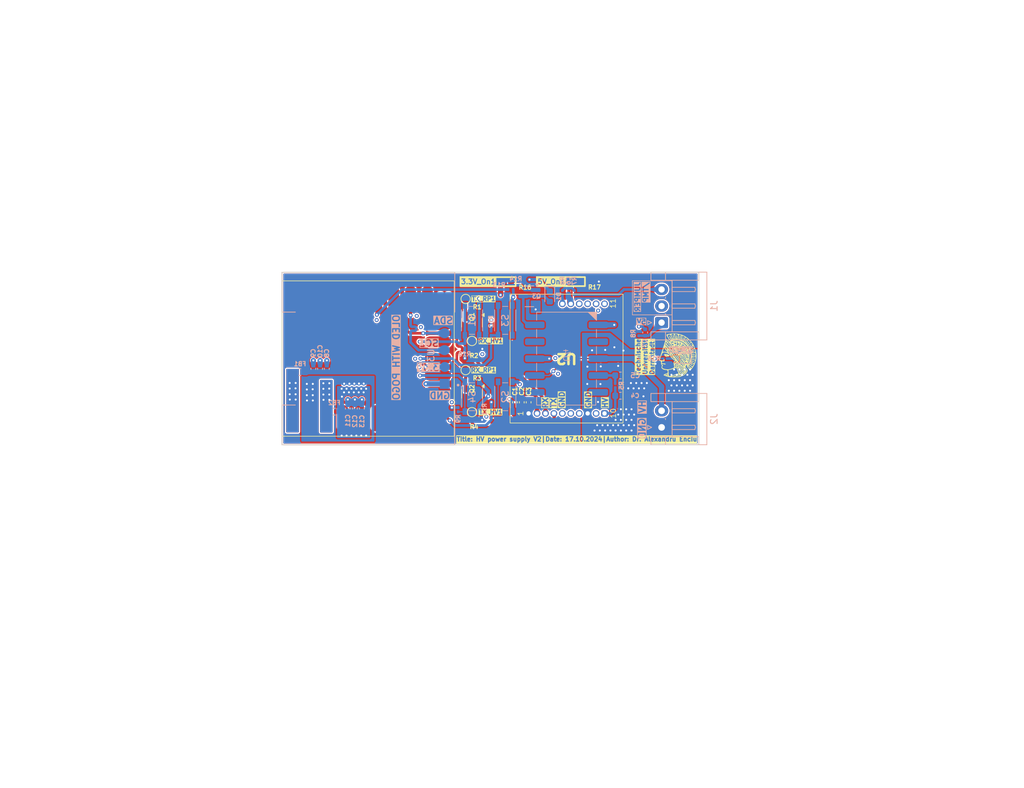
<source format=kicad_pcb>
(kicad_pcb (version 20241229) (generator "pcbnew") (generator_version "9.0")
  (title_block (comment 4 "AISLER Project ID: CDHSDLMZ"))
  (layers (0 "F.Cu" signal) (4 "In1.Cu" signal) (6 "In2.Cu" signal) (2 "B.Cu" signal) (13 "F.Paste" user) (15 "B.Paste" user) (5 "F.SilkS" user "F.Silkscreen") (7 "B.SilkS" user "B.Silkscreen") (1 "F.Mask" user) (3 "B.Mask" user) (25 "Edge.Cuts" user))
  (net 0 "")
  (net 16 "+5V")
  (net 17 "GND")
  (net 18 "Net-(U2-HV_out)")
  (net 19 "Net-(C6-Pad1)")
  (net 20 "+3V3")
  (net 21 "TX_RP2040")
  (net 22 "RX_PSU")
  (net 23 "RX_RP2040")
  (net 24 "TX_PSU")
  (net 25 "Net-(U2-Temp)")
  (net 26 "Temp_in")
  (net 27 "DisplaySCL")
  (net 28 "DisplaySDA")
  (net 29 "SW4")
  (net 30 "SW3")
  (net 31 "SW2")
  (net 32 "SW1")
  (net 33 "HV_ON{slash}OFF")
  (net 34 "HV_Out_relay")
  (net 35 "HV_out")
  (net 36 "Net-(Q3-B)")
  (net 41 "Net-(U4-NO_2)")
  (net 42 "5V_in")
  (net 43 "3.3V_in")
  (net 47 "Net-(D1-A)")
  (net 48 "Net-(3.3V_On1-A)")
  (net 49 "Net-(5V_On1-A)")
  (net 50 "Net-(HV_On1-A)")
  (net 51 "Net-(J1-Pin_1)")
  (footprint "Package_TO_SOT_SMD:SOT-23" (layer "F.Cu") (at 100.89 84.91 -90)
    (property "Reference" "Q1")
    (property "Value" "2N7002")
  )
  (footprint "Resistor_SMD:R_0201_0603Metric" (layer "F.Cu") (at 101.21 99.55 180)
    (property "Reference" "R4")
    (property "Value" "10k")
  )
  (footprint "TestPoint:TestPoint_Pad_D2.0mm" (layer "F.Cu") (at 99.94 92.05)
    (property "Reference" "RX_RP1")
    (property "Value" "RX_RP" (hide yes))
  )
  (footprint "TestPoint:TestPoint_Pad_D2.0mm" (layer "F.Cu") (at 99.94 81.3325 90)
    (property "Reference" "TX_RP1")
    (property "Value" "TX_RP" (hide yes))
  )
  (footprint "Resistor_SMD:R_0201_0603Metric" (layer "F.Cu") (at 100.26 93.27 180)
    (property "Reference" "R3")
    (property "Value" "10k")
  )
  (footprint "Capacitor_SMD:C_0402_1005Metric" (layer "F.Cu") (at 108.39 96.9 90)
    (property "Reference" "C2")
    (property "Value" "10nF/16V")
  )
  (footprint "Capacitor_SMD:C_0402_1005Metric" (layer "F.Cu") (at 109.42 96.9 90)
    (property "Reference" "C3")
    (property "Value" "100nF/16V")
  )
  (footprint "LED_SMD:LED_0603_1608Metric" (layer "F.Cu") (at 105.986 78.72)
    (property "Reference" "3.3V_On1")
    (property "Value" "LED")
  )
  (footprint "Resistor_SMD:R_0201_0603Metric" (layer "F.Cu") (at 100.26 82.5525 180)
    (property "Reference" "R1")
    (property "Value" "10k")
  )
  (footprint "TestPoint:TestPoint_Pad_D2.0mm" (layer "F.Cu") (at 100.89 87.6625)
    (property "Reference" "RX_HV1")
    (property "Value" "RX_HV" (hide yes))
  )
  (footprint "Package_TO_SOT_SMD:SOT-23" (layer "F.Cu") (at 100.89 95.6275 -90)
    (property "Reference" "Q2")
    (property "Value" "2N7002" (hide yes))
  )
  (footprint "Resistor_SMD:R_0201_0603Metric" (layer "F.Cu") (at 108.3185 78.72 180)
    (property "Reference" "R16")
    (property "Value" "680")
  )
  (footprint "RP2040MCU:SuperMiniRP2040" (layer "F.Cu") (at 84.03 90.31 90)
    (property "Reference" "U1" (hide yes))
    (property "Value" "~")
  )
  (footprint "TestPoint:TestPoint_Pad_D2.0mm" (layer "F.Cu") (at 100.89 98.38)
    (property "Reference" "TX_HV1")
    (property "Value" "TX_HV" (hide yes))
  )
  (footprint "LED_SMD:LED_0603_1608Metric" (layer "F.Cu") (at 116.4385 78.71)
    (property "Reference" "5V_On1")
    (property "Value" "LED")
  )
  (footprint "Resistor_SMD:R_0201_0603Metric" (layer "F.Cu") (at 101.21 88.8325 180)
    (property "Reference" "R2")
    (property "Value" "10k")
  )
  (footprint "C11204-01:C11204-01" (layer "F.Cu") (at 115.13 90.32 90)
    (property "Reference" "U2")
    (property "Value" "~" (hide yes))
  )
  (footprint "Capacitor_SMD:C_0402_1005Metric" (layer "F.Cu") (at 107.36 96.9 90)
    (property "Reference" "C1")
    (property "Value" "1nF/16V")
  )
  (footprint "Resistor_SMD:R_0201_0603Metric" (layer "F.Cu") (at 118.7885 78.71 180)
    (property "Reference" "R17")
    (property "Value" "680")
  )
  (footprint "Switch:PTS815SJG250SMTRLFS" (layer "B.Cu") (at 105.8985 96.06 90)
    (property "Reference" "S2")
    (property "Value" "PTS815_SJG_250_SMTR_LFS")
  )
  (footprint "LED_SMD:LED_0603_1608Metric" (layer "B.Cu") (at 132.3885 90.31 180)
    (property "Reference" "HV_On1")
    (property "Value" "LED")
  )
  (footprint "Connector_JST:JST_EH_S3B-EH_1x03_P2.50mm_Horizontal" (layer "B.Cu") (at 129.436 84.9 90)
    (property "Reference" "J1")
    (property "Value" "TMP1")
  )
  (footprint "Resistor_SMD:R_0201_0603Metric" (layer "B.Cu") (at 114.49 80.37 -90)
    (property "Reference" "R6")
    (property "Value" "1k")
  )
  (footprint "Inductor_SMD:L_0603_1608Metric" (layer "B.Cu") (at 74.98 92.340952 180)
    (property "Reference" "FB1")
    (property "Value" "1k")
  )
  (footprint "Package_TO_SOT_SMD:SOT-23" (layer "B.Cu") (at 109.54 80.9325 180)
    (property "Reference" "Q3")
    (property "Value" "S9014")
  )
  (footprint "Resistor_SMD:R_0201_0603Metric" (layer "B.Cu") (at 98.8085 98.01 -90)
    (property "Reference" "R9")
    (property "Value" "10k")
  )
  (footprint "Inductor_SMD:L_0603_1608Metric" (layer "B.Cu") (at 80.16 98.31 180)
    (property "Reference" "FB2")
    (property "Value" "1k")
  )
  (footprint "Capacitor_SMD:C_0603_1608Metric" (layer "B.Cu") (at 123.23 92.86)
    (property "Reference" "C5")
    (property "Value" "47nF/100V")
  )
  (footprint "Capacitor_SMD:C_0402_1005Metric" (layer "B.Cu") (at 83.2575 97.83 90)
    (property "Reference" "C12")
    (property "Value" "10nF/16V")
  )
  (footprint "Connector_JST:JST_EH_S2B-EH_1x02_P2.50mm_Horizontal" (layer "B.Cu") (at 129.436 100.68 90)
    (property "Reference" "J2")
    (property "Value" "HV")
  )
  (footprint "Resistor_SMD:R_0201_0603Metric" (layer "B.Cu") (at 99.8185 88.36 90)
    (property "Reference" "R10")
    (property "Value" "10k")
  )
  (footprint "Capacitor_SMD:C_0402_1005Metric" (layer "B.Cu") (at 115.395 80.16 -90)
    (property "Reference" "C6")
    (property "Value" "100nF/16V")
  )
  (footprint "Switch:PTS815SJG250SMTRLFS" (layer "B.Cu") (at 105.8985 84.56 90)
    (property "Reference" "S3")
    (property "Value" "PTS815_SJG_250_SMTR_LFS")
  )
  (footprint "Resistor_SMD:R_0201_0603Metric" (layer "B.Cu") (at 122.455 94.385 90)
    (property "Reference" "R5")
    (property "Value" "10")
  )
  (footprint "Resistor_SMD:R_0201_0603Metric" (layer "B.Cu") (at 103.7585 86.5 -90)
    (property "Reference" "R12")
    (property "Value" "10k")
  )
  (footprint "Capacitor_SMD:C_0402_1005Metric" (layer "B.Cu") (at 82.1975 97.83 90)
    (property "Reference" "C11")
    (property "Value" "100nF/16V")
  )
  (footprint "Resistor_SMD:R_0201_0603Metric" (layer "B.Cu") (at 129.9585 90.31)
    (property "Reference" "R15")
    (property "Value" "680")
  )
  (footprint "Resistor_SMD:R_0201_0603Metric" (layer "B.Cu") (at 103.8085 97.99 -90)
    (property "Reference" "R11")
    (property "Value" "10k")
  )
  (footprint "Switch:PTS815SJG250SMTRLFS" (layer "B.Cu") (at 100.8985 84.56 90)
    (property "Reference" "S1")
    (property "Value" "PTS815_SJG_250_SMTR_LFS")
  )
  (footprint "Switch:PTS815SJG250SMTRLFS" (layer "B.Cu") (at 100.8985 96.06 90)
    (property "Reference" "S4")
    (property "Value" "PTS815_SJG_250_SMTR_LFS")
  )
  (footprint "Capacitor_SMD:C_0402_1005Metric" (layer "B.Cu") (at 78.025 91.86 90)
    (property "Reference" "C10")
    (property "Value" "1nF/16V")
  )
  (footprint "Resistor_SMD:R_0201_0603Metric" (layer "B.Cu") (at 106.31 79.595 -90)
    (property "Reference" "R13")
    (property "Value" "680")
  )
  (footprint "Capacitor_SMD:C_0402_1005Metric" (layer "B.Cu") (at 77.01 91.86 90)
    (property "Reference" "C9")
    (property "Value" "10nF/16V")
  )
  (footprint "Resistor_SMD:R_0201_0603Metric" (layer "B.Cu") (at 107.11 79.595 90)
    (property "Reference" "R14")
    (property "Value" "10k")
  )
  (footprint "Capacitor_SMD:C_0402_1005Metric" (layer "B.Cu") (at 84.3175 97.83 90)
    (property "Reference" "C13")
    (property "Value" "1nF/16V")
  )
  (footprint "Capacitor_SMD:C_0402_1005Metric" (layer "B.Cu") (at 126.9625 86.39 90)
    (property "Reference" "C7")
    (property "Value" "100nF/16V")
  )
  (footprint "Resistor_SMD:R_0201_0603Metric" (layer "B.Cu") (at 125.9925 86.55 90)
    (property "Reference" "R8")
    (property "Value" "10")
  )
  (footprint "TQ2SA_relay:TQ2SA_3V" (layer "B.Cu") (at 115.13 90.32 180)
    (property "Reference" "U4")
    (property "Value" "~")
  )
  (footprint "Oled_module:MODULE_DM-OLED096-636" (layer "B.Cu") (at 85.2985 90.31 90)
    (property "Reference" "U3")
    (property "Value" "DM-OLED096-636")
  )
  (footprint "Capacitor_SMD:C_0603_1608Metric" (layer "B.Cu") (at 123.23 95.91)
    (property "Reference" "C4")
    (property "Value" "47nF/100V")
  )
  (footprint "Capacitor_SMD:C_0402_1005Metric" (layer "B.Cu") (at 79.04 91.86 90)
    (property "Reference" "C8")
    (property "Value" "100nF/16V")
  )
  (footprint "Diode_SMD:D_0603_1608Metric" (layer "B.Cu") (at 112.5985 80.94 -90)
    (property "Reference" "D1")
    (property "Value" "TS4148rcg")
  )
  (footprint "Resistor_SMD:R_0201_0603Metric" (layer "B.Cu") (at 116.3 80.37 90)
    (property "Reference" "R7")
    (property "Value" "1.5k")
  )
  (gr_rect (start 109.8385 81.68) (end 111.1185 83.34) (stroke (width 0.2)) (fill yes) (layer "B.Cu") (net 17))
  (gr_rect (start 99.1535 78.05) (end 107.4635 79.41) (stroke (width 0.25)) (fill no) (layer "F.SilkS"))
  (gr_rect (start 110.6585 78.04) (end 117.8985 79.4) (stroke (width 0.25)) (fill no) (layer "F.SilkS"))
  (gr_poly (pts (xy 131.537514 86.537873) (xy 131.713761 86.551042) (xy 131.88678 86.572945) (xy 132.05649 86.603545) (xy 132.222806 86.642803) (xy 132.385648 86.690685) (xy 132.544931 86.747151) (xy 132.700574 86.812165) (xy 132.852494 86.885689) (xy 133.000608 86.967687) (xy 133.144833 87.058121) (xy 133.285087 87.156954) (xy 133.421288 87.264148) (xy 133.553352 87.379667) (xy 133.681197 87.503473) (xy 133.804741 87.63553) (xy 133.904634 87.752833) (xy 133.998459 87.873617) (xy 134.086206 87.997637) (xy 134.167868 88.124645) (xy 134.243436 88.254395) (xy 134.312901 88.386638) (xy 134.376256 88.521128) (xy 134.433491 88.657619) (xy 134.484599 88.795862) (xy 134.52957 88.935612) (xy 134.568398 89.076621) (xy 134.601072 89.218643) (xy 134.627585 89.361429) (xy 134.647928 89.504734) (xy 134.662094 89.64831) (xy 134.670073 89.791911) (xy 134.671857 89.935289) (xy 134.667437 90.078197) (xy 134.656806 90.220388) (xy 134.639955 90.361616) (xy 134.616876 90.501633) (xy 134.587559 90.640193) (xy 134.551998 90.777048) (xy 134.510182 90.911952) (xy 134.462105 91.044657) (xy 134.407757 91.174916) (xy 134.34713 91.302483) (xy 134.280216 91.427111) (xy 134.207006 91.548552) (xy 134.127492 91.666559) (xy 134.041665 91.780886) (xy 133.949518 91.891286) (xy 133.745876 92.122796) (xy 133.483785 91.827298) (xy 133.448527 91.786968) (xy 133.416488 91.749064) (xy 133.387586 91.713423) (xy 133.361738 91.679878) (xy 133.33886 91.648266) (xy 133.318871 91.61842) (xy 133.301687 91.590176) (xy 133.287226 91.563369) (xy 133.28099 91.550452) (xy 133.275404 91.537833) (xy 133.270456 91.52549) (xy 133.266138 91.513403) (xy 133.262438 91.501552) (xy 133.259346 91.489915) (xy 133.257291 91.480488) (xy 133.357901 91.480488) (xy 133.358413 91.48698) (xy 133.360635 91.495108) (xy 133.364575 91.504855) (xy 133.37024 91.516206) (xy 133.377639 91.529146) (xy 133.39767 91.559729) (xy 133.424731 91.596477) (xy 133.458886 91.639265) (xy 133.500199 91.687968) (xy 133.548734 91.74246) (xy 133.548734 91.742463) (xy 133.585326 91.78246) (xy 133.618155 91.817779) (xy 133.647484 91.848574) (xy 133.660919 91.862323) (xy 133.673578 91.875) (xy 133.685495 91.886623) (xy 133.696702 91.897212) (xy 133.707233 91.906787) (xy 133.71712 91.915367) (xy 133.726397 91.922971) (xy 133.735097 91.929618) (xy 133.743253 91.935328) (xy 133.750897 91.940121) (xy 133.758064 91.944015) (xy 133.764785 91.947031) (xy 133.767989 91.948215) (xy 133.771094 91.949187) (xy 133.774105 91.949949) (xy 133.777024 91.950503) (xy 133.779858 91.950852) (xy 133.782609 91.950999) (xy 133.785282 91.950945) (xy 133.787881 91.950693) (xy 133.790409 91.950245) (xy 133.792872 91.949605) (xy 133.795274 91.948774) (xy 133.797618 91.947754) (xy 133.799908 91.946549) (xy 133.802149 91.945161) (xy 133.804345 91.943591) (xy 133.8065 91.941843) (xy 133.810704 91.937822) (xy 133.814793 91.933115) (xy 133.8188 91.927743) (xy 133.82276 91.921725) (xy 133.826704 91.915079) (xy 133.830665 91.907827) (xy 133.831674 91.904992) (xy 133.832014 91.901617) (xy 133.831697 91.897719) (xy 133.830741 91.893315) (xy 133.826963 91.883061) (xy 133.820799 91.870993) (xy 133.812363 91.857252) (xy 133.801773 91.841978) (xy 133.789145 91.825308) (xy 133.774596 91.807384) (xy 133.758243 91.788345) (xy 133.740203 91.76833) (xy 133.720592 91.747479) (xy 133.699527 91.725932) (xy 133.677124 91.703827) (xy 133.6535 91.681305) (xy 133.628773 91.658506) (xy 133.603058 91.635568) (xy 133.549965 91.590044) (xy 133.503201 91.552066) (xy 133.46283 91.52151) (xy 133.428914 91.498249) (xy 133.401519 91.482157) (xy 133.390286 91.476761) (xy 133.380707 91.47311) (xy 133.37279 91.471189) (xy 133.366543 91.470982) (xy 133.361974 91.472473) (xy 133.359091 91.475647) (xy 133.357901 91.480488) (xy 133.257291 91.480488) (xy 133.256851 91.478472) (xy 133.254944 91.467203) (xy 133.253614 91.456086) (xy 133.252851 91.445102) (xy 133.252644 91.434229) (xy 133.252982 91.423447) (xy 133.253856 91.412735) (xy 133.255256 91.402073) (xy 133.25717 91.39144) (xy 133.259588 91.380815) (xy 133.267582 91.34616) (xy 133.273012 91.316261) (xy 133.274784 91.303093) (xy 133.275936 91.291112) (xy 133.27639 91.282056) (xy 133.481581 91.282056) (xy 133.482832 91.291478) (xy 133.486486 91.30252) (xy 133.492391 91.315045) (xy 133.500397 91.328919) (xy 133.522109 91.360172) (xy 133.550416 91.395198) (xy 133.584111 91.432915) (xy 133.621988 91.472241) (xy 133.662842 91.512094) (xy 133.705467 91.551394) (xy 133.748656 91.589058) (xy 133.791204 91.624005) (xy 133.831904 91.655153) (xy 133.869551 91.681421) (xy 133.902939 91.701727) (xy 133.917659 91.709306) (xy 133.930861 91.71499) (xy 133.942396 91.718642) (xy 133.952112 91.720127) (xy 133.959859 91.719311) (xy 133.965486 91.716058) (xy 133.979751 91.700666) (xy 133.991018 91.685762) (xy 133.995479 91.678424) (xy 133.999131 91.671123) (xy 134.001955 91.663833) (xy 134.003932 91.656525) (xy 134.005042 91.649172) (xy 134.005266 91.641744) (xy 134.004583 91.634215) (xy 134.002974 91.626556) (xy 134.000419 91.61874) (xy 133.9969 91.610737) (xy 133.992396 91.602522) (xy 133.986887 91.594064) (xy 133.980355 91.585337) (xy 133.972779 91.576312) (xy 133.954418 91.557257) (xy 133.931648 91.536676) (xy 133.904311 91.514345) (xy 133.872251 91.49004) (xy 133.835311 91.463536) (xy 133.793335 91.434611) (xy 133.746164 91.403039) (xy 133.719212 91.385482) (xy 133.693015 91.368969) (xy 133.66771 91.353561) (xy 133.643432 91.33932) (xy 133.620317 91.326309) (xy 133.5985 91.314589) (xy 133.578117 91.304223) (xy 133.559304 91.295272) (xy 133.542195 91.287799) (xy 133.526928 91.281864) (xy 133.513638 91.277531) (xy 133.507776 91.275985) (xy 133.50246 91.274862) (xy 133.497705 91.27417) (xy 133.493529 91.273918) (xy 133.48995 91.274112) (xy 133.486983 91.27476) (xy 133.484645 91.275872) (xy 133.482955 91.277453) (xy 133.481928 91.279512) (xy 133.481582 91.282056) (xy 133.481581 91.282056) (xy 133.27639 91.282056) (xy 133.276477 91.280317) (xy 133.276414 91.270708) (xy 133.275753 91.262283) (xy 133.274502 91.255043) (xy 133.272668 91.248986) (xy 133.270259 91.244112) (xy 133.267282 91.240421) (xy 133.263744 91.237911) (xy 133.259653 91.236582) (xy 133.255015 91.236433) (xy 133.249838 91.237464) (xy 133.244129 91.239674) (xy 133.237896 91.243062) (xy 133.231146 91.247628) (xy 133.223885 91.253371) (xy 133.216123 91.26029) (xy 133.207864 91.268385) (xy 133.199118 91.277655) (xy 133.180191 91.299718) (xy 133.159398 91.326474) (xy 133.136799 91.357916) (xy 133.112451 91.39404) (xy 133.09447 91.421836) (xy 133.079046 91.446832) (xy 133.066258 91.469492) (xy 133.060879 91.480091) (xy 133.05619 91.49028) (xy 133.052201 91.500118) (xy 133.048922 91.509662) (xy 133.046363 91.518971) (xy 133.044536 91.528102) (xy 133.043448 91.537114) (xy 133.043112 91.546065) (xy 133.043537 91.555013) (xy 133.044734 91.564015) (xy 133.046711 91.573131) (xy 133.049481 91.582417) (xy 133.053052 91.591933) (xy 133.057435 91.601736) (xy 133.062641 91.611884) (xy 133.068678 91.622436) (xy 133.075559 91.633449) (xy 133.083292 91.644982) (xy 133.101357 91.669838) (xy 133.122954 91.69747) (xy 133.148166 91.728342) (xy 133.177074 91.762918) (xy 133.194617 91.784472) (xy 133.211668 91.806806) (xy 133.228139 91.829745) (xy 133.243941 91.853114) (xy 133.258987 91.876738) (xy 133.273188 91.900443) (xy 133.286455 91.924055) (xy 133.2987 91.947398) (xy 133.309836 91.970299) (xy 133.319773 91.992582) (xy 133.328424 92.014073) (xy 133.3357 92.034597) (xy 133.341513 92.053979) (xy 133.345774 92.072046) (xy 133.348395 92.088622) (xy 133.349289 92.103532) (xy 133.347968 92.137) (xy 133.344041 92.170668) (xy 133.337558 92.204491) (xy 133.328568 92.238426) (xy 133.317122 92.272428) (xy 133.303272 92.306454) (xy 133.268557 92.374396) (xy 133.224826 92.441901) (xy 133.172482 92.508613) (xy 133.11193 92.574181) (xy 133.043572 92.63825) (xy 132.967813 92.700467) (xy 132.885054 92.760479) (xy 132.795701 92.817931) (xy 132.700155 92.87247) (xy 132.598821 92.923744) (xy 132.492103 92.971398) (xy 132.380402 93.015079) (xy 132.264124 93.054433) (xy 132.264129 93.054433) (xy 132.195817 93.07212) (xy 132.111497 93.087856) (xy 132.01335 93.101606) (xy 131.903554 93.113334) (xy 131.657743 93.130582) (xy 131.391507 93.13932) (xy 131.122288 93.139263) (xy 130.867529 93.130129) (xy 130.751023 93.12207) (xy 130.644673 93.111636) (xy 130.550659 93.098792) (xy 130.471163 93.083501) (xy 130.412515 93.068952) (xy 130.399629 93.065408) (xy 131.48399 93.065408) (xy 131.484228 93.066156) (xy 131.484701 93.066833) (xy 131.486361 93.067971) (xy 131.488987 93.068813) (xy 131.492597 93.069353) (xy 131.497207 93.069581) (xy 131.532918 93.06813) (xy 131.579465 93.063296) (xy 131.698143 93.045069) (xy 131.839403 93.018072) (xy 131.989404 92.985478) (xy 132.134307 92.950461) (xy 132.260271 92.916194) (xy 132.311826 92.900333) (xy 132.353457 92.885849) (xy 132.383433 92.873139) (xy 132.400024 92.8626) (xy 132.406691 92.855033) (xy 132.410842 92.84823) (xy 132.412556 92.84218) (xy 132.411914 92.836873) (xy 132.408996 92.832298) (xy 132.40388 92.828444) (xy 132.387379 92.822858) (xy 132.363052 92.820031) (xy 132.331537 92.819878) (xy 132.293474 92.822316) (xy 132.249502 92.827259) (xy 132.200263 92.834623) (xy 132.146394 92.844324) (xy 132.027328 92.870399) (xy 131.89742 92.904807) (xy 131.83 92.924926) (xy 131.761789 92.946874) (xy 131.725244 92.959253) (xy 131.690734 92.971297) (xy 131.658394 92.982942) (xy 131.62836 92.994125) (xy 131.600768 93.004786) (xy 131.575753 93.01486) (xy 131.553452 93.024285) (xy 131.533999 93.032998) (xy 131.51753 93.040938) (xy 131.504182 93.048041) (xy 131.494089 93.054244) (xy 131.490306 93.056989) (xy 131.487387 93.059486) (xy 131.485351 93.061726) (xy 131.484213 93.063703) (xy 131.48399 93.065408) (xy 130.399629 93.065408) (xy 130.347479 93.051065) (xy 130.278216 93.030541) (xy 130.206981 93.00811) (xy 130.992568 93.00811) (xy 130.992711 93.010515) (xy 130.993192 93.012857) (xy 130.994013 93.015131) (xy 130.99518 93.017331) (xy 130.996696 93.019452) (xy 130.998566 93.02149) (xy 131.000793 93.023438) (xy 131.003383 93.025292) (xy 131.00634 93.027047) (xy 131.016128 93.029735) (xy 131.031412 93.030368) (xy 131.076942 93.02594) (xy 131.139885 93.014698) (xy 131.217198 92.997576) (xy 131.402758 92.949429) (xy 131.60927 92.888976) (xy 131.812383 92.823691) (xy 131.987747 92.761049) (xy 132.057413 92.733055) (xy 132.11101 92.708526) (xy 132.145494 92.688395) (xy 132.154618 92.680271) (xy 132.157821 92.673597) (xy 132.155727 92.67056) (xy 132.149446 92.668808) (xy 132.125178 92.668945) (xy 132.086725 92.673576) (xy 132.035792 92.682272) (xy 131.903317 92.710137) (xy 131.741406 92.7491) (xy 131.563713 92.79572) (xy 131.383893 92.846556) (xy 131.215599 92.898166) (xy 131.072485 92.94711) (xy 131.06605 92.949556) (xy 131.059856 92.952056) (xy 131.053904 92.954606) (xy 131.048201 92.9572) (xy 131.04275 92.959834) (xy 131.037555 92.962502) (xy 131.032621 92.965198) (xy 131.027951 92.967919) (xy 131.023551 92.970659) (xy 131.019424 92.973412) (xy 131.015574 92.976173) (xy 131.012006 92.978939) (xy 131.008725 92.981702) (xy 131.005733 92.984458) (xy 131.003036 92.987203) (xy 131.000638 92.98993) (xy 130.998542 92.992635) (xy 130.996754 92.995313) (xy 130.995277 92.997958) (xy 130.994116 93.000565) (xy 130.993274 93.00313) (xy 130.992757 93.005646) (xy 130.992568 93.00811) (xy 130.206981 93.00811) (xy 130.206886 93.00808) (xy 130.135652 92.98438) (xy 130.066676 92.960143) (xy 130.002119 92.936068) (xy 129.944143 92.912854) (xy 129.900058 92.894326) (xy 129.861537 92.877776) (xy 129.828412 92.862942) (xy 129.813821 92.856088) (xy 129.800516 92.849564) (xy 129.799893 92.849241) (xy 130.262534 92.849241) (xy 130.262554 92.852011) (xy 130.262764 92.854862) (xy 130.263166 92.85779) (xy 130.263761 92.860791) (xy 130.264551 92.86386) (xy 130.26554 92.866993) (xy 130.266727 92.870186) (xy 130.268115 92.873435) (xy 130.269707 92.876735) (xy 130.271503 92.880083) (xy 130.273506 92.883474) (xy 130.277822 92.890212) (xy 130.282313 92.896761) (xy 130.286944 92.903088) (xy 130.291679 92.909157) (xy 130.296483 92.914936) (xy 130.301319 92.920391) (xy 130.306151 92.925486) (xy 130.310943 92.93019) (xy 130.31566 92.934467) (xy 130.320266 92.938284) (xy 130.324725 92.941607) (xy 130.329001 92.944401) (xy 130.331059 92.94559) (xy 130.333057 92.946634) (xy 130.334992 92.947529) (xy 130.336859 92.94827) (xy 130.338654 92.948855) (xy 130.340371 92.949277) (xy 130.342006 92.949534) (xy 130.343555 92.949621) (xy 130.345051 92.949534) (xy 130.346527 92.949277) (xy 130.347982 92.948855) (xy 130.349415 92.94827) (xy 130.350823 92.947529) (xy 130.352205 92.946634) (xy 130.354882 92.944401) (xy 130.35743 92.941607) (xy 130.359835 92.938284) (xy 130.362082 92.934467) (xy 130.364157 92.93019) (xy 130.366043 92.925486) (xy 130.367726 92.920391) (xy 130.369191 92.914936) (xy 130.370423 92.909157) (xy 130.371407 92.903088) (xy 130.372129 92.896761) (xy 130.372573 92.890212) (xy 130.372724 92.883474) (xy 130.372633 92.880083) (xy 130.372361 92.876735) (xy 130.371913 92.873435) (xy 130.371295 92.870186) (xy 130.370509 92.866993) (xy 130.369561 92.86386) (xy 130.368456 92.860791) (xy 130.367197 92.85779) (xy 130.36579 92.854862) (xy 130.364238 92.852011) (xy 130.362546 92.849241) (xy 130.360719 92.846557) (xy 130.358761 92.843962) (xy 130.356677 92.841461) (xy 130.354471 92.839058) (xy 130.352148 92.836757) (xy 130.349712 92.834563) (xy 130.347167 92.83248) (xy 130.344518 92.830512) (xy 130.341771 92.828664) (xy 130.338928 92.826938) (xy 130.335994 92.825341) (xy 130.332975 92.823875) (xy 130.329874 92.822546) (xy 130.326697 92.821358) (xy 130.323447 92.820314) (xy 130.320128 92.819419) (xy 130.316747 92.818677) (xy 130.313306 92.818093) (xy 130.309811 92.81767) (xy 130.306266 92.817413) (xy 130.302675 92.817327) (xy 130.299139 92.817413) (xy 130.295753 92.81767) (xy 130.29252 92.818093) (xy 130.289441 92.818677) (xy 130.286518 92.819419) (xy 130.283754 92.820314) (xy 130.281149 92.821358) (xy 130.278707 92.822546) (xy 130.276428 92.823875) (xy 130.274315 92.825341) (xy 130.272369 92.826938) (xy 130.270593 92.828664) (xy 130.268988 92.830512) (xy 130.267555 92.83248) (xy 130.266298 92.834563) (xy 130.265218 92.836757) (xy 130.264316 92.839058) (xy 130.263595 92.841461) (xy 130.263057 92.843962) (xy 130.262702 92.846557) (xy 130.262534 92.849241) (xy 129.799893 92.849241) (xy 129.788476 92.843338) (xy 129.777681 92.837377) (xy 129.768109 92.831649) (xy 129.759739 92.826121) (xy 129.752551 92.820761) (xy 129.746524 92.815534) (xy 129.741636 92.810409) (xy 129.737868 92.805353) (xy 129.735197 92.800334) (xy 129.734308 92.79794) (xy 129.952574 92.79794) (xy 129.952579 92.798975) (xy 129.952716 92.799964) (xy 129.952984 92.800906) (xy 129.953385 92.8018) (xy 129.953919 92.802645) (xy 129.954587 92.803442) (xy 129.955391 92.804189) (xy 129.95633 92.804884) (xy 129.957406 92.805529) (xy 129.95997 92.80666) (xy 129.963091 92.807576) (xy 129.966773 92.808272) (xy 129.971025 92.808741) (xy 129.975851 92.808976) (xy 129.986987 92.808748) (xy 129.999832 92.807601) (xy 130.014231 92.805581) (xy 130.030033 92.802733) (xy 130.065234 92.794736) (xy 130.104214 92.783971) (xy 130.145752 92.770803) (xy 130.188628 92.755593) (xy 130.231619 92.738705) (xy 130.273506 92.720502) (xy 130.283548 92.715841) (xy 130.293206 92.711233) (xy 130.302474 92.706683) (xy 130.311344 92.702198) (xy 130.319811 92.697783) (xy 130.327869 92.693445) (xy 130.33551 92.68919) (xy 130.342729 92.685023) (xy 130.349519 92.680951) (xy 130.355874 92.67698) (xy 130.361787 92.673116) (xy 130.367253 92.669364) (xy 130.372264 92.66573) (xy 130.376815 92.662222) (xy 130.380899 92.658844) (xy 130.384509 92.655603) (xy 130.38764 92.652505) (xy 130.390285 92.649555) (xy 130.392438 92.646761) (xy 130.394092 92.644127) (xy 130.395241 92.64166) (xy 130.395624 92.64049) (xy 130.395878 92.639365) (xy 130.396003 92.638285) (xy 130.395998 92.63725) (xy 130.395861 92.636261) (xy 130.395593 92.635319) (xy 130.395192 92.634425) (xy 130.394658 92.633579) (xy 130.39399 92.632783) (xy 130.393186 92.632036) (xy 130.392247 92.63134) (xy 130.391171 92.630696) (xy 130.388607 92.629565) (xy 130.385486 92.628648) (xy 130.381804 92.627953) (xy 130.377552 92.627484) (xy 130.372726 92.627248) (xy 130.36159 92.627476) (xy 130.348745 92.628622) (xy 130.334346 92.630642) (xy 130.318544 92.633489) (xy 130.283343 92.641486) (xy 130.244363 92.652251) (xy 130.202824 92.665419) (xy 130.159949 92.680629) (xy 130.116957 92.697518) (xy 130.075069 92.715722) (xy 130.075069 92.715726) (xy 130.065027 92.720387) (xy 130.055369 92.724995) (xy 130.046102 92.729544) (xy 130.037231 92.734029) (xy 130.028764 92.738444) (xy 130.020707 92.742781) (xy 130.013066 92.747036) (xy 130.005847 92.751203) (xy 129.999057 92.755275) (xy 129.992703 92.759246) (xy 129.986789 92.76311) (xy 129.981324 92.766862) (xy 129.976312 92.770495) (xy 129.971762 92.774003) (xy 129.967678 92.777381) (xy 129.964067 92.780622) (xy 129.960937 92.78372) (xy 129.958292 92.786669) (xy 129.956139 92.789464) (xy 129.954485 92.792098) (xy 129.953336 92.794565) (xy 129.952953 92.795734) (xy 129.952699 92.796859) (xy 129.952574 92.79794) (xy 129.734308 92.79794) (xy 129.734266 92.797827) (xy 129.733603 92.795317) (xy 129.733203 92.7928) (xy 129.733064 92.790272) (xy 129.733185 92.787728) (xy 129.733561 92.785164) (xy 129.735072 92.779961) (xy 129.737577 92.774631) (xy 129.741053 92.76914) (xy 129.745481 92.763456) (xy 129.750839 92.757547) (xy 129.757107 92.751379) (xy 129.764263 92.744919) (xy 129.772287 92.738136) (xy 129.790853 92.723465) (xy 129.812639 92.707105) (xy 129.82687 92.697084) (xy 129.842611 92.686952) (xy 129.8597 92.676781) (xy 129.877973 92.666637) (xy 129.897269 92.656592) (xy 129.917423 92.646713) (xy 129.938274 92.63707) (xy 129.959657 92.627732) (xy 130.003373 92.610248) (xy 130.025378 92.60224) (xy 130.047265 92.594814) (xy 130.068871 92.588039) (xy 130.090032 92.581983) (xy 130.110587 92.576717) (xy 130.130371 92.572309) (xy 130.168342 92.563444) (xy 130.202854 92.553047) (xy 130.218828 92.547249) (xy 130.233955 92.541039) (xy 130.248241 92.534406) (xy 130.261691 92.527341) (xy 130.274311 92.519833) (xy 130.286108 92.511874) (xy 130.297086 92.503452) (xy 130.307253 92.494559) (xy 130.316612 92.485184) (xy 130.325172 92.475318) (xy 130.332936 92.46495) (xy 130.339912 92.454072) (xy 130.346104 92.442672) (xy 130.351519 92.430742) (xy 130.356162 92.41827) (xy 130.36004 92.405249) (xy 130.363158 92.391667) (xy 130.365522 92.377514) (xy 130.367137 92.362782) (xy 130.36801 92.34746) (xy 130.368146 92.331538) (xy 130.367551 92.315006) (xy 130.366232 92.297855) (xy 130.364193 92.280074) (xy 130.35798 92.242586) (xy 130.348961 92.202462) (xy 130.34298 92.181097) (xy 130.336145 92.161592) (xy 130.328311 92.143857) (xy 130.319331 92.127806) (xy 130.314365 92.120385) (xy 130.310211 92.11488) (xy 130.455039 92.11488) (xy 130.455106 92.12298) (xy 130.455705 92.131528) (xy 130.456811 92.140544) (xy 130.458395 92.150049) (xy 130.460433 92.160064) (xy 130.465759 92.181703) (xy 130.473303 92.216145) (xy 130.480375 92.260673) (xy 130.486818 92.313425) (xy 130.492476 92.372542) (xy 130.497192 92.436161) (xy 130.500808 92.502422) (xy 130.503168 92.569464) (xy 130.504114 92.635427) (xy 130.504116 92.635423) (xy 130.504899 92.695365) (xy 130.507134 92.748279) (xy 130.511198 92.794397) (xy 130.514033 92.814981) (xy 130.517467 92.833953) (xy 130.521547 92.851344) (xy 130.526319 92.867181) (xy 130.531831 92.881495) (xy 130.53813 92.894314) (xy 130.545263 92.905668) (xy 130.553277 92.915585) (xy 130.562219 92.924096) (xy 130.572137 92.931228) (xy 130.583077 92.937011) (xy 130.595086 92.941475) (xy 130.608212 92.944649) (xy 130.622502 92.946561) (xy 130.638003 92.947241) (xy 130.654761 92.946718) (xy 130.672825 92.945021) (xy 130.692241 92.94218) (xy 130.735317 92.93318) (xy 130.784367 92.919951) (xy 130.839767 92.902727) (xy 130.901895 92.881742) (xy 131.003231 92.848436) (xy 131.156904 92.800207) (xy 131.342048 92.743515) (xy 131.537798 92.684823) (xy 132.008335 92.545335) (xy 131.885063 92.303541) (xy 131.872506 92.278148) (xy 131.860301 92.251974) (xy 131.848511 92.225217) (xy 131.837199 92.198076) (xy 131.826429 92.170751) (xy 131.816265 92.14344) (xy 131.806768 92.116343) (xy 131.798003 92.089659) (xy 131.790032 92.063588) (xy 131.782918 92.038329) (xy 131.776726 92.01408) (xy 131.771518 91.991041) (xy 131.767357 91.969412) (xy 131.764307 91.949391) (xy 131.762431 91.931178) (xy 131.761791 91.914972) (xy 131.761129 91.897009) (xy 131.759161 91.880009) (xy 131.755913 91.863976) (xy 131.751411 91.848913) (xy 131.748204 91.841028) (xy 131.855341 91.841028) (xy 131.858435 91.876628) (xy 131.864897 91.915559) (xy 131.874631 91.95745) (xy 131.887539 92.001926) (xy 131.903522 92.048614) (xy 131.922483 92.097141) (xy 131.944325 92.147135) (xy 131.968948 92.198221) (xy 131.996256 92.250028) (xy 132.026151 92.30218) (xy 132.058534 92.354306) (xy 132.058534 92.35431) (xy 132.074784 92.378478) (xy 132.092561 92.403111) (xy 132.111689 92.428035) (xy 132.13199 92.453073) (xy 132.153289 92.478049) (xy 132.175409 92.502785) (xy 132.198174 92.527107) (xy 132.221406 92.550837) (xy 132.244929 92.5738) (xy 132.268567 92.595818) (xy 132.292143 92.616717) (xy 132.31548 92.636318) (xy 132.338403 92.654447) (xy 132.360734 92.670926) (xy 132.382296 92.68558) (xy 132.402914 92.698232) (xy 132.435712 92.716964) (xy 132.465152 92.733172) (xy 132.491726 92.74684) (xy 132.515926 92.757956) (xy 132.527289 92.762552) (xy 132.538244 92.766506) (xy 132.548852 92.769815) (xy 132.559174 92.772477) (xy 132.569272 92.774491) (xy 132.579208 92.775855) (xy 132.589042 92.776567) (xy 132.598837 92.776626) (xy 132.608654 92.776031) (xy 132.618554 92.774778) (xy 132.6286 92.772868) (xy 132.638852 92.770297) (xy 132.649373 92.767065) (xy 132.660223 92.763169) (xy 132.671465 92.758608) (xy 132.68316 92.753381) (xy 132.708154 92.740919) (xy 132.735698 92.72577) (xy 132.766285 92.70792) (xy 132.800407 92.687356) (xy 132.845586 92.658403) (xy 132.888868 92.627718) (xy 132.930112 92.59549) (xy 132.969179 92.56191) (xy 133.005928 92.527169) (xy 133.040219 92.491457) (xy 133.07191 92.454963) (xy 133.100862 92.417879) (xy 133.126934 92.380395) (xy 133.149985 92.342702) (xy 133.169876 92.304989) (xy 133.186465 92.267447) (xy 133.199612 92.230266) (xy 133.204851 92.211871) (xy 133.209177 92.193637) (xy 133.212572 92.175589) (xy 133.215018 92.157751) (xy 133.216499 92.140145) (xy 133.216997 92.122796) (xy 133.216492 92.107379) (xy 133.215007 92.091401) (xy 133.212586 92.07493) (xy 133.209276 92.058036) (xy 133.205119 92.040788) (xy 133.200162 92.023254) (xy 133.194449 92.005504) (xy 133.188025 91.987605) (xy 133.180935 91.969628) (xy 133.173223 91.951641) (xy 133.156115 91.915913) (xy 133.13706 91.880971) (xy 133.116416 91.847368) (xy 133.094543 91.815654) (xy 133.071799 91.78638) (xy 133.060212 91.77283) (xy 133.048542 91.760098) (xy 133.036834 91.748251) (xy 133.025132 91.737358) (xy 133.013482 91.727489) (xy 133.001928 91.718712) (xy 132.990515 91.711097) (xy 132.979287 91.704711) (xy 132.968291 91.699625) (xy 132.95757 91.695907) (xy 132.947169 91.693625) (xy 132.937134 91.692849) (xy 132.933532 91.69305) (xy 132.930349 91.693644) (xy 132.927579 91.694622) (xy 132.925218 91.695974) (xy 132.923262 91.697691) (xy 132.921706 91.699762) (xy 132.920546 91.702178) (xy 132.919777 91.704929) (xy 132.919395 91.708005) (xy 132.919395 91.711397) (xy 132.919772 91.715094) (xy 132.920523 91.719087) (xy 132.923127 91.727921) (xy 132.92717 91.737819) (xy 132.932617 91.748705) (xy 132.939431 91.760499) (xy 132.947577 91.773123) (xy 132.957018 91.786498) (xy 132.96772 91.800545) (xy 132.979647 91.815188) (xy 132.992761 91.830346) (xy 133.007028 91.845941) (xy 133.02941 91.871107) (xy 133.049694 91.896684) (xy 133.067898 91.922622) (xy 133.084035 91.948875) (xy 133.098123 91.975394) (xy 133.110175 92.002131) (xy 133.120207 92.029037) (xy 133.128236 92.056066) (xy 133.134275 92.083169) (xy 133.138342 92.110298) (xy 133.14045 92.137405) (xy 133.140616 92.164442) (xy 133.138855 92.19136) (xy 133.135182 92.218113) (xy 133.129612 92.244651) (xy 133.122162 92.270927) (xy 133.112846 92.296893) (xy 133.101681 92.322501) (xy 133.08868 92.347703) (xy 133.073861 92.37245) (xy 133.057238 92.396695) (xy 133.038826 92.42039) (xy 133.018641 92.443486) (xy 132.996699 92.465936) (xy 132.973014 92.487692) (xy 132.947603 92.508705) (xy 132.92048 92.528928) (xy 132.891662 92.548313) (xy 132.861163 92.566811) (xy 132.828999 92.584374) (xy 132.795185 92.600955) (xy 132.759737 92.616506) (xy 132.728624 92.629044) (xy 132.700079 92.639685) (xy 132.673742 92.648378) (xy 132.649253 92.655071) (xy 132.637588 92.657652) (xy 132.626251 92.659714) (xy 132.615195 92.661251) (xy 132.604376 92.662255) (xy 132.593749 92.662721) (xy 132.583269 92.662643) (xy 132.57289 92.662014) (xy 132.562568 92.660826) (xy 132.552257 92.659075) (xy 132.541913 92.656754) (xy 132.531491 92.653856) (xy 132.520946 92.650375) (xy 132.510232 92.646304) (xy 132.499304 92.641637) (xy 132.476628 92.630489) (xy 132.452558 92.616881) (xy 132.426734 92.60076) (xy 132.398795 92.582076) (xy 132.368381 92.560777) (xy 132.329195 92.530406) (xy 132.290558 92.495688) (xy 132.252744 92.457113) (xy 132.216025 92.415172) (xy 132.180674 92.370355) (xy 132.146965 92.323151) (xy 132.115171 92.274053) (xy 132.085564 92.223549) (xy 132.058418 92.17213) (xy 132.034005 92.120287) (xy 132.012599 92.06851) (xy 131.994473 92.017289) (xy 131.979899 91.967115) (xy 131.969152 91.918478) (xy 131.962503 91.871868) (xy 131.960226 91.827775) (xy 131.960139 91.820499) (xy 131.959882 91.813423) (xy 131.959459 91.806552) (xy 131.958874 91.799895) (xy 131.958131 91.793456) (xy 131.957234 91.787243) (xy 131.956189 91.781262) (xy 131.954998 91.77552) (xy 131.953666 91.770022) (xy 131.952197 91.764776) (xy 131.95134 91.762105) (xy 132.09252 91.762105) (xy 132.092961 91.810233) (xy 132.094381 91.854759) (xy 132.096924 91.896073) (xy 132.100735 91.934567) (xy 132.105957 91.970633) (xy 132.112735 92.004661) (xy 132.121212 92.037043) (xy 132.131534 92.068169) (xy 132.143845 92.098432) (xy 132.158288 92.128221) (xy 132.175008 92.157929) (xy 132.194148 92.187946) (xy 132.215855 92.218664) (xy 132.24027 92.250474) (xy 132.26754 92.283766) (xy 132.297807 92.318933) (xy 132.297811 92.318933) (xy 132.319163 92.342751) (xy 132.340776 92.365902) (xy 132.362503 92.388265) (xy 132.384196 92.40972) (xy 132.405705 92.430147) (xy 132.426881 92.449427) (xy 132.447577 92.46744) (xy 132.467644 92.484065) (xy 132.486933 92.499184) (xy 132.505295 92.512675) (xy 132.522582 92.52442) (xy 132.538645 92.534298) (xy 132.553335 92.54219) (xy 132.566505 92.547975) (xy 132.572473 92.55004) (xy 132.578005 92.551534) (xy 132.583082 92.552441) (xy 132.587686 92.552747) (xy 132.591686 92.552411) (xy 132.594971 92.551415) (xy 132.59755 92.549774) (xy 132.599436 92.547506) (xy 132.60064 92.544626) (xy 132.601172 92.541151) (xy 132.601043 92.537098) (xy 132.600266 92.532484) (xy 132.596806 92.521634) (xy 132.59088 92.508734) (xy 132.582578 92.493916) (xy 132.571988 92.477311) (xy 132.559197 92.459051) (xy 132.544294 92.439267) (xy 132.527367 92.418092) (xy 132.508505 92.395656) (xy 132.487795 92.372092) (xy 132.465327 92.347531) (xy 132.441189 92.322105) (xy 132.415468 92.295945) (xy 132.376913 92.256845) (xy 132.342287 92.22044) (xy 132.31139 92.186318) (xy 132.284025 92.154065) (xy 132.259992 92.123268) (xy 132.239092 92.093513) (xy 132.221127 92.064388) (xy 132.205897 92.03548) (xy 132.193203 92.006375) (xy 132.182848 91.976661) (xy 132.174631 91.945923) (xy 132.168354 91.913749) (xy 132.163818 91.879726) (xy 132.160825 91.843441) (xy 132.159174 91.80448) (xy 132.158668 91.76243) (xy 132.159007 91.734914) (xy 132.290956 91.734914) (xy 132.291407 91.778618) (xy 132.29284 91.819148) (xy 132.295377 91.856815) (xy 132.29914 91.891929) (xy 132.304251 91.9248) (xy 132.310831 91.955738) (xy 132.319004 91.985055) (xy 132.323726 91.999201) (xy 132.328891 92.013059) (xy 132.334515 92.026666) (xy 132.340613 92.040062) (xy 132.3472 92.053285) (xy 132.354292 92.066373) (xy 132.370051 92.092304) (xy 132.388011 92.118164) (xy 132.408295 92.144264) (xy 132.431024 92.170914) (xy 132.45632 92.198424) (xy 132.484304 92.227105) (xy 132.484293 92.227105) (xy 132.504616 92.246783) (xy 132.525599 92.26587) (xy 132.547082 92.284272) (xy 132.568902 92.301888) (xy 132.5909 92.318623) (xy 132.612913 92.334378) (xy 132.634782 92.349055) (xy 132.656344 92.362558) (xy 132.677439 92.374788) (xy 132.697905 92.385648) (xy 132.717582 92.39504) (xy 132.736308 92.402867) (xy 132.753922 92.40903) (xy 132.770264 92.413433) (xy 132.785172 92.415978) (xy 132.792038 92.416522) (xy 132.798485 92.416566) (xy 132.818367 92.415848) (xy 132.835577 92.414993) (xy 132.850106 92.413904) (xy 132.861944 92.412484) (xy 132.866852 92.411618) (xy 132.871084 92.410633) (xy 132.874639 92.409516) (xy 132.877516 92.408254) (xy 132.879714 92.406836) (xy 132.881231 92.40525) (xy 132.882067 92.403482) (xy 132.882221 92.401521) (xy 132.88169 92.399355) (xy 132.880475 92.396971) (xy 132.878574 92.394357) (xy 132.875986 92.391501) (xy 132.87271 92.388391) (xy 132.868745 92.385014) (xy 132.858742 92.377411) (xy 132.845968 92.368594) (xy 132.830415 92.358466) (xy 132.790935 92.333883) (xy 132.7277 92.293887) (xy 132.670261 92.254939) (xy 132.618438 92.216748) (xy 132.57205 92.179021) (xy 132.530919 92.141464) (xy 132.512268 92.122659) (xy 132.494863 92.103786) (xy 132.478682 92.08481) (xy 132.463703 92.065694) (xy 132.449903 92.046401) (xy 132.437259 92.026895) (xy 132.425749 92.007139) (xy 132.415351 91.987097) (xy 132.406042 91.966732) (xy 132.397799 91.946007) (xy 132.3906 91.924886) (xy 132.384422 91.903332) (xy 132.379244 91.881309) (xy 132.375042 91.85878) (xy 132.371794 91.835709) (xy 132.369477 91.812059) (xy 132.367548 91.762875) (xy 132.369075 91.710936) (xy 132.373878 91.65595) (xy 132.375447 91.640751) (xy 132.482454 91.640751) (xy 132.484513 91.684851) (xy 132.490106 91.731727) (xy 132.49907 91.780309) (xy 132.511241 91.829525) (xy 132.526456 91.878306) (xy 132.544553 91.92558) (xy 132.565367 91.970277) (xy 132.588736 92.011325) (xy 132.601328 92.030147) (xy 132.614496 92.047655) (xy 132.628222 92.063715) (xy 132.642484 92.078195) (xy 132.642484 92.078199) (xy 132.658744 92.092837) (xy 132.67585 92.10704) (xy 132.69366 92.120734) (xy 132.712029 92.133848) (xy 132.730813 92.146308) (xy 132.749868 92.158042) (xy 132.76905 92.168977) (xy 132.788214 92.17904) (xy 132.807216 92.188158) (xy 132.825913 92.196259) (xy 132.844161 92.203271) (xy 132.861814 92.209119) (xy 132.878729 92.213732) (xy 132.894762 92.217037) (xy 132.909769 92.21896) (xy 132.923605 92.21943) (xy 132.938912 92.218771) (xy 132.951519 92.217461) (xy 132.961418 92.215488) (xy 132.965348 92.214249) (xy 132.968596 92.21284) (xy 132.971163 92.21126) (xy 132.973046 92.209507) (xy 132.974244 92.20758) (xy 132.974756 92.205478) (xy 132.97458 92.203198) (xy 132.973716 92.20074) (xy 132.972161 92.198102) (xy 132.969916 92.195283) (xy 132.963347 92.189095) (xy 132.953998 92.182165) (xy 132.941859 92.174482) (xy 132.92692 92.166034) (xy 132.909171 92.156811) (xy 132.888602 92.1468) (xy 132.865203 92.135991) (xy 132.838964 92.124372) (xy 132.81895 92.115119) (xy 132.799532 92.10504) (xy 132.780726 92.094171) (xy 132.76255 92.082547) (xy 132.745021 92.070204) (xy 132.728157 92.057176) (xy 132.711974 92.043499) (xy 132.69649 92.029208) (xy 132.681722 92.014339) (xy 132.667688 91.998926) (xy 132.654404 91.983006) (xy 132.641889 91.966612) (xy 132.630158 91.949782) (xy 132.630058 91.949624) (xy 132.88627 91.949624) (xy 132.886357 91.953068) (xy 132.886613 91.956575) (xy 132.887036 91.960136) (xy 132.88762 91.963747) (xy 132.888362 91.967398) (xy 132.889257 91.971085) (xy 132.891489 91.978535) (xy 132.894284 91.986042) (xy 132.897606 91.99355) (xy 132.901423 92.001006) (xy 132.9057 92.008353) (xy 132.910403 92.015537) (xy 132.915499 92.022504) (xy 132.920953 92.029198) (xy 132.926732 92.035564) (xy 132.932802 92.041547) (xy 132.939128 92.047093) (xy 132.945677 92.052147) (xy 132.949025 92.054472) (xy 132.952415 92.056653) (xy 132.955806 92.058662) (xy 132.959153 92.060474) (xy 132.962454 92.062092) (xy 132.965703 92.063515) (xy 132.968896 92.064747) (xy 132.972029 92.065788) (xy 132.975098 92.066641) (xy 132.978099 92.067307) (xy 132.981026 92.067788) (xy 132.983877 92.068084) (xy 132.986647 92.068199) (xy 132.989332 92.068133) (xy 132.991926 92.067888) (xy 132.994427 92.067465) (xy 132.99683 92.066867) (xy 132.999131 92.066095) (xy 133.001324 92.065151) (xy 133.003407 92.064035) (xy 133.005375 92.062751) (xy 133.007224 92.061298) (xy 133.008949 92.05968) (xy 133.010547 92.057898) (xy 133.012012 92.055952) (xy 133.013341 92.053846) (xy 133.01453 92.05158) (xy 133.015574 92.049156) (xy 133.016469 92.046576) (xy 133.01721 92.043842) (xy 133.017794 92.040954) (xy 133.018217 92.037915) (xy 133.018474 92.034726) (xy 133.01856 92.031389) (xy 133.018474 92.027944) (xy 133.018217 92.024438) (xy 133.017794 92.020876) (xy 133.01721 92.017265) (xy 133.016469 92.013613) (xy 133.015574 92.009926) (xy 133.013341 92.002476) (xy 133.010547 91.994969) (xy 133.007224 91.987461) (xy 133.003407 91.980006) (xy 132.999131 91.972658) (xy 132.994427 91.965474) (xy 132.989332 91.958508) (xy 132.983877 91.951814) (xy 132.978099 91.945448) (xy 132.972029 91.939465) (xy 132.965703 91.933919) (xy 132.959153 91.928866) (xy 132.955806 91.926541) (xy 132.952415 91.92436) (xy 132.949025 91.922351) (xy 132.945677 91.920538) (xy 132.942377 91.918921) (xy 132.939128 91.917498) (xy 132.935935 91.916266) (xy 132.932802 91.915224) (xy 132.929733 91.914372) (xy 132.926732 91.913706) (xy 132.923804 91.913225) (xy 132.920953 91.912929) (xy 132.918183 91.912814) (xy 132.915499 91.91288) (xy 132.912904 91.913125) (xy 132.910403 91.913548) (xy 132.908 91.914146) (xy 132.9057 91.914918) (xy 132.903506 91.915862) (xy 132.901423 91.916978) (xy 132.899455 91.918262) (xy 132.897606 91.919714) (xy 132.895881 91.921333) (xy 132.894284 91.923115) (xy 132.892819 91.92506) (xy 132.891489 91.927167) (xy 132.890301 91.929433) (xy 132.889257 91.931856) (xy 132.888362 91.934437) (xy 132.88762 91.937171) (xy 132.887036 91.940059) (xy 132.886613 91.943098) (xy 132.886357 91.946287) (xy 132.88627 91.949624) (xy 132.630058 91.949624) (xy 132.61923 91.932549) (xy 132.609121 91.914948) (xy 132.599849 91.897017) (xy 132.591432 91.878789) (xy 132.583886 91.860299) (xy 132.577229 91.841584) (xy 132.571477 91.822679) (xy 132.566649 91.803618) (xy 132.562761 91.784437) (xy 132.559831 91.765171) (xy 132.559206 91.758992) (xy 132.687832 91.758992) (xy 132.687963 91.772469) (xy 132.688349 91.785567) (xy 132.688976 91.79822) (xy 132.689832 91.81036) (xy 132.690903 91.821918) (xy 132.692177 91.832826) (xy 132.69364 91.843018) (xy 132.695279 91.852425) (xy 132.697082 91.860979) (xy 132.699036 91.868613) (xy 132.701127 91.875258) (xy 132.70222 91.878189) (xy 132.703342 91.880847) (xy 132.704493 91.883225) (xy 132.705669 91.885313) (xy 132.706871 91.887103) (xy 132.708095 91.888586) (xy 132.709341 91.889755) (xy 132.710606 91.8906) (xy 132.71189 91.891113) (xy 132.71319 91.891286) (xy 132.714535 91.891113) (xy 132.715952 91.8906) (xy 132.71899 91.888586) (xy 132.722271 91.885313) (xy 132.725766 91.880847) (xy 132.729443 91.875258) (xy 132.733271 91.868613) (xy 132.737221 91.860979) (xy 132.741261 91.852425) (xy 132.745361 91.843018) (xy 132.749489 91.832826) (xy 132.757709 91.81036) (xy 132.765675 91.785567) (xy 132.773142 91.758992) (xy 132.774837 91.752211) (xy 132.776355 91.745516) (xy 132.777698 91.738915) (xy 132.778868 91.732418) (xy 132.779865 91.726031) (xy 132.780693 91.719765) (xy 132.781352 91.713627) (xy 132.781844 91.707626) (xy 132.78217 91.70177) (xy 132.782333 91.696068) (xy 132.782334 91.690529) (xy 132.782174 91.68516) (xy 132.781856 91.67997) (xy 132.78138 91.674968) (xy 132.780749 91.670163) (xy 132.779963 91.665562) (xy 132.779026 91.661174) (xy 132.777937 91.657008) (xy 132.7767 91.653072) (xy 132.775315 91.649375) (xy 132.773784 91.645924) (xy 132.772109 91.64273) (xy 132.770291 91.639799) (xy 132.768332 91.637141) (xy 132.766234 91.634764) (xy 132.763999 91.632676) (xy 132.761627 91.630886) (xy 132.759121 91.629403) (xy 132.756482 91.628234) (xy 132.753711 91.627389) (xy 132.750811 91.626876) (xy 132.747783 91.626703) (xy 132.74471 91.626876) (xy 132.741676 91.627389) (xy 132.738685 91.628234) (xy 132.73574 91.629403) (xy 132.732846 91.630886) (xy 132.730006 91.632676) (xy 132.724505 91.637141) (xy 132.719267 91.64273) (xy 132.714324 91.649375) (xy 132.709705 91.657008) (xy 132.705442 91.665562) (xy 132.701566 91.674968) (xy 132.698106 91.68516) (xy 132.695095 91.696068) (xy 132.692562 91.707626) (xy 132.690539 91.719765) (xy 132.689055 91.732418) (xy 132.688143 91.745516) (xy 132.687832 91.758992) (xy 132.559206 91.758992) (xy 132.557876 91.745855) (xy 132.556913 91.726526) (xy 132.556959 91.707217) (xy 132.558032 91.687965) (xy 132.56015 91.668804) (xy 132.563328 91.64977) (xy 132.567585 91.630898) (xy 132.572937 91.612224) (xy 132.579403 91.593782) (xy 132.581274 91.588688) (xy 132.582955 91.583659) (xy 132.584448 91.578701) (xy 132.585755 91.573821) (xy 132.586877 91.569024) (xy 132.587817 91.564317) (xy 132.588575 91.559706) (xy 132.589153 91.555199) (xy 132.589554 91.5508) (xy 132.589778 91.546517) (xy 132.589827 91.542356) (xy 132.589704 91.538323) (xy 132.589409 91.534425) (xy 132.588944 91.530668) (xy 132.588312 91.527058) (xy 132.587513 91.523602) (xy 132.586549 91.520306) (xy 132.585422 91.517177) (xy 132.584134 91.51422) (xy 132.582687 91.511443) (xy 132.581081 91.508851) (xy 132.579319 91.506452) (xy 132.577402 91.50425) (xy 132.575332 91.502254) (xy 132.573111 91.500468) (xy 132.57074 91.4989) (xy 132.568221 91.497555) (xy 132.565555 91.496441) (xy 132.562745 91.495563) (xy 132.559792 91.494928) (xy 132.556697 91.494543) (xy 132.553463 91.494413) (xy 132.541601 91.495674) (xy 132.530888 91.49937) (xy 132.521303 91.505366) (xy 132.512827 91.513528) (xy 132.505438 91.523722) (xy 132.499116 91.535815) (xy 132.493841 91.549673) (xy 132.489593 91.565162) (xy 132.48635 91.582148) (xy 132.484093 91.600498) (xy 132.482454 91.640751) (xy 132.375447 91.640751) (xy 132.376924 91.626448) (xy 132.379295 91.598138) (xy 132.381004 91.571151) (xy 132.382064 91.545617) (xy 132.382488 91.521668) (xy 132.382289 91.499435) (xy 132.381479 91.479048) (xy 132.380072 91.460639) (xy 132.37808 91.44434) (xy 132.376869 91.437021) (xy 132.375516 91.43028) (xy 132.374024 91.424131) (xy 132.372393 91.418591) (xy 132.370626 91.413677) (xy 132.368724 91.409404) (xy 132.366688 91.40579) (xy 132.364521 91.402851) (xy 132.362223 91.400603) (xy 132.359798 91.399062) (xy 132.357245 91.398245) (xy 132.354566 91.398168) (xy 132.351765 91.398848) (xy 132.348841 91.4003) (xy 132.342944 91.405494) (xy 132.337212 91.413585) (xy 132.331676 91.4244) (xy 132.326365 91.437769) (xy 132.321308 91.45352) (xy 132.316534 91.471481) (xy 132.312075 91.491481) (xy 132.307959 91.513348) (xy 132.300877 91.561997) (xy 132.295524 91.616056) (xy 132.292138 91.674153) (xy 132.290956 91.734914) (xy 132.159007 91.734914) (xy 132.159024 91.733577) (xy 132.160066 91.704231) (xy 132.16176 91.6746) (xy 132.164071 91.644889) (xy 132.166964 91.615308) (xy 132.170403 91.586064) (xy 132.174354 91.557363) (xy 132.178782 91.529414) (xy 132.18365 91.502424) (xy 132.188925 91.4766) (xy 132.194571 91.45215) (xy 132.200553 91.429281) (xy 132.206836 91.408202) (xy 132.213385 91.389118) (xy 132.220165 91.372239) (xy 132.22714 91.35777) (xy 132.230727 91.350927) (xy 132.2341 91.344202) (xy 132.237259 91.337604) (xy 132.240204 91.331138) (xy 132.242934 91.324811) (xy 132.245449 91.318628) (xy 132.247748 91.312597) (xy 132.249833 91.306724) (xy 132.251701 91.301016) (xy 132.253352 91.295478) (xy 132.254787 91.290117) (xy 132.256005 91.28494) (xy 132.257005 91.279953) (xy 132.257787 91.275162) (xy 132.258351 91.270574) (xy 132.258697 91.266195) (xy 132.258824 91.262032) (xy 132.258731 91.258091) (xy 132.258419 91.254379) (xy 132.257887 91.250901) (xy 132.257134 91.247665) (xy 132.256161 91.244676) (xy 132.254967 91.241942) (xy 132.253551 91.239468) (xy 132.251914 91.237261) (xy 132.250055 91.235328) (xy 132.247973 91.233675) (xy 132.245668 91.232307) (xy 132.24314 91.231233) (xy 132.240389 91.230457) (xy 132.237414 91.229987) (xy 132.234215 91.229829) (xy 132.2255 91.230349) (xy 132.217062 91.23191) (xy 132.208901 91.234511) (xy 132.201016 91.238152) (xy 132.186075 91.248554) (xy 132.172239 91.263117) (xy 132.159509 91.281838) (xy 132.147886 91.304719) (xy 132.137369 91.331757) (xy 132.127958 91.362953) (xy 132.119653 91.398305) (xy 132.112455 91.437813) (xy 132.106365 91.481477) (xy 132.101381 91.529296) (xy 132.097504 91.581268) (xy 132.094735 91.637395) (xy 132.093073 91.697674) (xy 132.09252 91.762105) (xy 131.95134 91.762105) (xy 131.950596 91.759788) (xy 131.948867 91.755065) (xy 131.947013 91.750612) (xy 131.94504 91.746436) (xy 131.942952 91.742545) (xy 131.940751 91.738943) (xy 131.938444 91.735639) (xy 131.936034 91.732637) (xy 131.933525 91.729945) (xy 131.930921 91.72757) (xy 131.928227 91.725516) (xy 131.925447 91.723792) (xy 131.922585 91.722404) (xy 131.919645 91.721357) (xy 131.916632 91.720659) (xy 131.91355 91.720316) (xy 131.910402 91.720334) (xy 131.907194 91.72072) (xy 131.903929 91.72148) (xy 131.900612 91.722621) (xy 131.897246 91.72415) (xy 131.893837 91.726072) (xy 131.885738 91.73207) (xy 131.878617 91.739414) (xy 131.87246 91.748057) (xy 131.867255 91.757954) (xy 131.86299 91.769056) (xy 131.859654 91.781318) (xy 131.855715 91.809134) (xy 131.855341 91.841028) (xy 131.748204 91.841028) (xy 131.74568 91.834825) (xy 131.738748 91.821715) (xy 131.73064 91.809587) (xy 131.721383 91.798444) (xy 131.711002 91.788292) (xy 131.699523 91.779132) (xy 131.686973 91.77097) (xy 131.673378 91.763809) (xy 131.658764 91.757652) (xy 131.643156 91.752504) (xy 131.626582 91.748368) (xy 131.609066 91.745248) (xy 131.590636 91.743148) (xy 131.571317 91.742072) (xy 131.530118 91.743005) (xy 131.485677 91.748079) (xy 131.438204 91.757323) (xy 131.387907 91.770768) (xy 131.334994 91.788444) (xy 131.279675 91.810381) (xy 131.222158 91.83661) (xy 131.167918 91.861077) (xy 131.106429 91.885643) (xy 131.039816 91.909646) (xy 130.970204 91.932424) (xy 130.899716 91.953316) (xy 130.830477 91.971659) (xy 130.764611 91.986791) (xy 130.704242 91.998052) (xy 130.661658 92.005105) (xy 130.623758 92.011984) (xy 130.590328 92.018851) (xy 130.575223 92.022332) (xy 130.561156 92.025872) (xy 130.5481 92.029491) (xy 130.536029 92.033209) (xy 130.524916 92.037048) (xy 130.514734 92.041027) (xy 130.505458 92.045168) (xy 130.49706 92.04949) (xy 130.489513 92.054014) (xy 130.482791 92.058761) (xy 130.476868 92.063751) (xy 130.471717 92.069004) (xy 130.467312 92.074542) (xy 130.463625 92.080384) (xy 130.46063 92.086551) (xy 130.4583 92.093064) (xy 130.45661 92.099943) (xy 130.455532 92.107208) (xy 130.455039 92.11488) (xy 130.310211 92.11488) (xy 130.309058 92.113352) (xy 130.303391 92.106695) (xy 130.297345 92.100405) (xy 130.290904 92.09447) (xy 130.284048 92.08888) (xy 130.276758 92.083622) (xy 130.269018 92.078687) (xy 130.25211 92.06974) (xy 130.233177 92.06195) (xy 130.212073 92.05523) (xy 130.188651 92.049492) (xy 130.162766 92.044648) (xy 130.13427 92.040612) (xy 130.103017 92.037294) (xy 130.068861 92.034608) (xy 130.024413 92.03094) (xy 129.981186 92.026027) (xy 129.93922 92.019905) (xy 129.898556 92.012611) (xy 129.859235 92.004183) (xy 129.821297 91.994655) (xy 129.784783 91.984065) (xy 129.749734 91.97245) (xy 129.71619 91.959846) (xy 129.684193 91.94629) (xy 129.653782 91.931818) (xy 129.624999 91.916467) (xy 129.597884 91.900273) (xy 129.572477 91.883274) (xy 129.548821 91.865505) (xy 129.526954 91.847004) (xy 129.506919 91.827807) (xy 129.488755 91.80795) (xy 129.472503 91.78747) (xy 129.458204 91.766405) (xy 129.445899 91.744789) (xy 129.435628 91.722661) (xy 129.427432 91.700056) (xy 129.421352 91.677011) (xy 129.417428 91.653563) (xy 129.415701 91.629748) (xy 129.416212 91.605603) (xy 129.419001 91.581165) (xy 129.42411 91.55647) (xy 129.431578 91.531555) (xy 129.441446 91.506456) (xy 129.453756 91.48121) (xy 129.46331 91.462751) (xy 129.467588 91.453985) (xy 129.471533 91.445517) (xy 129.475145 91.437339) (xy 129.478423 91.429441) (xy 129.481367 91.421817) (xy 129.483976 91.414456) (xy 129.48625 91.407351) (xy 129.488189 91.400493) (xy 129.489793 91.393875) (xy 129.49106 91.387486) (xy 129.491991 91.381319) (xy 129.492585 91.375366) (xy 129.492841 91.369618) (xy 129.49276 91.364066) (xy 129.492341 91.358703) (xy 129.491584 91.353519) (xy 129.490488 91.348506) (xy 129.489053 91.343657) (xy 129.487278 91.338961) (xy 129.485163 91.334411) (xy 129.482707 91.329999) (xy 129.479911 91.325716) (xy 129.476774 91.321553) (xy 129.473296 91.317503) (xy 129.469475 91.313556) (xy 129.465312 91.309704) (xy 129.460807 91.305939) (xy 129.455958 91.302252) (xy 129.450766 91.298635) (xy 129.44523 91.295079) (xy 129.436916 91.288552) (xy 129.428762 91.279437) (xy 129.420814 91.267901) (xy 129.413117 91.254109) (xy 129.405717 91.238226) (xy 129.398658 91.220417) (xy 129.391987 91.200847) (xy 129.385748 91.179682) (xy 129.379987 91.157087) (xy 129.374748 91.133227) (xy 129.370078 91.108268) (xy 129.366022 91.082374) (xy 129.362625 91.055711) (xy 129.359932 91.028444) (xy 129.357988 91.000739) (xy 129.35684 90.97276) (xy 129.355712 90.943989) (xy 129.353886 90.916266) (xy 129.351396 90.889703) (xy 129.348275 90.864412) (xy 129.344558 90.840505) (xy 129.340278 90.818091) (xy 129.33547 90.797284) (xy 129.332878 90.787517) (xy 129.330166 90.778193) (xy 129.32734 90.769327) (xy 129.324402 90.760932) (xy 129.321358 90.753021) (xy 129.318212 90.74561) (xy 129.314967 90.738712) (xy 129.311628 90.73234) (xy 129.308199 90.726509) (xy 129.304685 90.721233) (xy 129.301089 90.716525) (xy 129.297416 90.7124) (xy 129.293671 90.708872) (xy 129.289857 90.705953) (xy 129.285979 90.703659) (xy 129.28204 90.702003) (xy 129.278046 90.701) (xy 129.274 90.700662) (xy 129.270022 90.700544) (xy 129.265902 90.700196) (xy 129.257272 90.698829) (xy 129.248188 90.696606) (xy 129.238725 90.693574) (xy 129.228962 90.689779) (xy 129.218975 90.685267) (xy 129.208842 90.680084) (xy 129.198638 90.674276) (xy 129.188443 90.667889) (xy 129.178331 90.660969) (xy 129.168381 90.653562) (xy 129.15867 90.645715) (xy 129.149274 90.637472) (xy 129.140271 90.628881) (xy 129.131737 90.619988) (xy 129.12375 90.610837) (xy 129.114542 90.595441) (xy 129.108377 90.574675) (xy 129.105377 90.548031) (xy 129.105668 90.515005) (xy 129.105695 90.514718) (xy 129.182104 90.514718) (xy 129.182492 90.516816) (xy 129.183645 90.518949) (xy 129.188166 90.5233) (xy 129.195515 90.527741) (xy 129.205539 90.532238) (xy 129.218087 90.536759) (xy 129.233006 90.54127) (xy 129.269348 90.550133) (xy 129.313348 90.558566) (xy 129.363785 90.566307) (xy 129.419444 90.573094) (xy 129.479105 90.578664) (xy 129.524999 90.582127) (xy 129.565853 90.584745) (xy 129.6019 90.586434) (xy 129.618193 90.586905) (xy 129.633373 90.587112) (xy 129.647467 90.587046) (xy 129.660506 90.586695) (xy 129.672517 90.58605) (xy 129.683531 90.585101) (xy 129.693577 90.583836) (xy 129.702683 90.582246) (xy 129.710879 90.580319) (xy 129.718195 90.578047) (xy 129.724658 90.575417) (xy 129.730299 90.572421) (xy 129.735147 90.569047) (xy 129.73923 90.565285) (xy 129.742578 90.561125) (xy 129.74522 90.556556) (xy 129.747185 90.551568) (xy 129.748503 90.546151) (xy 129.749202 90.540294) (xy 129.749312 90.533987) (xy 129.748861 90.527219) (xy 129.74788 90.51998) (xy 129.746397 90.51226) (xy 129.744442 90.504048) (xy 129.742042 90.495334) (xy 129.739229 90.486108) (xy 129.735504 90.473247) (xy 129.732698 90.461126) (xy 129.73077 90.449751) (xy 129.729678 90.439126) (xy 129.729378 90.429258) (xy 129.729831 90.420152) (xy 129.730992 90.411814) (xy 129.732821 90.404249) (xy 129.735275 90.397463) (xy 129.738312 90.391462) (xy 129.74189 90.386251) (xy 129.745966 90.381835) (xy 129.7505 90.37822) (xy 129.755449 90.375412) (xy 129.76077 90.373416) (xy 129.766421 90.372238) (xy 129.772362 90.371883) (xy 129.778548 90.372358) (xy 129.784939 90.373667) (xy 129.791493 90.375816) (xy 129.798167 90.37881) (xy 129.804919 90.382656) (xy 129.811707 90.387359) (xy 129.818489 90.392924) (xy 129.825223 90.399358) (xy 129.831866 90.406664) (xy 129.838378 90.41485) (xy 129.844715 90.42392) (xy 129.850837 90.433881) (xy 129.856699 90.444737) (xy 129.862261 90.456495) (xy 129.867481 90.469159) (xy 129.873262 90.485282) (xy 129.878134 90.501107) (xy 129.882112 90.516613) (xy 129.885212 90.531777) (xy 129.887451 90.546577) (xy 129.888844 90.560993) (xy 129.889407 90.575) (xy 129.889155 90.588579) (xy 129.888106 90.601705) (xy 129.886275 90.614358) (xy 129.883677 90.626516) (xy 129.880328 90.638156) (xy 129.876245 90.649256) (xy 129.871444 90.659795) (xy 129.86594 90.66975) (xy 129.859749 90.679099) (xy 129.852887 90.687821) (xy 129.84537 90.695893) (xy 129.837214 90.703293) (xy 129.828435 90.71) (xy 129.819049 90.715991) (xy 129.809071 90.721244) (xy 129.798517 90.725737) (xy 129.787404 90.729448) (xy 129.775748 90.732356) (xy 129.763564 90.734438) (xy 129.750867 90.735672) (xy 129.737675 90.736036) (xy 129.724003 90.735508) (xy 129.709867 90.734066) (xy 129.695282 90.731688) (xy 129.680265 90.728353) (xy 129.670596 90.726038) (xy 129.661195 90.724014) (xy 129.652059 90.722284) (xy 129.643184 90.720849) (xy 129.634567 90.71971) (xy 129.626204 90.718869) (xy 129.618092 90.718326) (xy 129.610227 90.718084) (xy 129.602605 90.718144) (xy 129.595224 90.718506) (xy 129.58808 90.719174) (xy 129.581169 90.720147) (xy 129.574488 90.721428) (xy 129.568033 90.723018) (xy 129.561801 90.724917) (xy 129.555788 90.727129) (xy 129.549991 90.729653) (xy 129.544407 90.732492) (xy 129.539031 90.735646) (xy 129.53386 90.739118) (xy 129.528891 90.742908) (xy 129.524121 90.747018) (xy 129.519545 90.75145) (xy 129.515161 90.756204) (xy 129.510964 90.761283) (xy 129.506952 90.766687) (xy 129.503121 90.772418) (xy 129.499467 90.778478) (xy 129.495987 90.784867) (xy 129.492677 90.791588) (xy 129.489534 90.798641) (xy 129.486555 90.806028) (xy 129.476846 90.834864) (xy 129.47333 90.848489) (xy 129.470718 90.861595) (xy 129.469017 90.874187) (xy 129.468237 90.886272) (xy 129.468385 90.897857) (xy 129.469471 90.908947) (xy 129.471503 90.91955) (xy 129.47449 90.929672) (xy 129.478439 90.939319) (xy 129.48336 90.948497) (xy 129.48926 90.957214) (xy 129.496149 90.965476) (xy 129.504035 90.973289) (xy 129.512926 90.980659) (xy 129.522831 90.987594) (xy 129.533758 90.994099) (xy 129.545716 91.000181) (xy 129.558713 91.005846) (xy 129.587859 91.015953) (xy 129.621265 91.024472) (xy 129.658997 91.031453) (xy 129.701125 91.036949) (xy 129.747715 91.041011) (xy 129.798836 91.043691) (xy 129.813273 91.044328) (xy 129.827302 91.045136) (xy 129.84092 91.046115) (xy 129.854122 91.047263) (xy 129.866906 91.048578) (xy 129.879268 91.05006) (xy 129.891205 91.051706) (xy 129.902714 91.053516) (xy 129.913791 91.055489) (xy 129.924434 91.057622) (xy 129.934639 91.059915) (xy 129.944403 91.062366) (xy 129.953722 91.064974) (xy 129.962594 91.067738) (xy 129.971014 91.070657) (xy 129.97898 91.073728) (xy 129.986489 91.076951) (xy 129.993537 91.080324) (xy 130.000121 91.083846) (xy 130.006237 91.087516) (xy 130.011883 91.091333) (xy 130.017055 91.095294) (xy 130.02175 91.099399) (xy 130.025965 91.103647) (xy 130.029696 91.108036) (xy 130.03294 91.112564) (xy 130.035694 91.117231) (xy 130.037955 91.122035) (xy 130.039719 91.126974) (xy 130.040983 91.132048) (xy 130.041743 91.137256) (xy 130.041998 91.142595) (xy 130.040422 91.157207) (xy 130.038441 91.163745) (xy 130.035656 91.169771) (xy 130.032059 91.175285) (xy 130.027643 91.180285) (xy 130.022401 91.184773) (xy 130.016326 91.188748) (xy 130.001648 91.195157) (xy 129.98355 91.19951) (xy 129.961978 91.201807) (xy 129.936872 91.202046) (xy 129.908176 91.200224) (xy 129.875833 91.19634) (xy 129.839785 91.190393) (xy 129.799976 91.18238) (xy 129.756348 91.172301) (xy 129.708844 91.160153) (xy 129.657407 91.145934) (xy 129.60198 91.129644) (xy 129.589856 91.12627) (xy 129.578369 91.123637) (xy 129.567526 91.121722) (xy 129.557333 91.120499) (xy 129.547797 91.119944) (xy 129.538925 91.120033) (xy 129.530724 91.120742) (xy 129.5232 91.122045) (xy 129.516361 91.123919) (xy 129.510212 91.126339) (xy 129.504762 91.129282) (xy 129.500016 91.132721) (xy 129.495981 91.136634) (xy 129.492664 91.140996) (xy 129.490072 91.145782) (xy 129.488212 91.150968) (xy 129.48709 91.156529) (xy 129.486714 91.162442) (xy 129.487089 91.168682) (xy 129.488223 91.175224) (xy 129.490122 91.182044) (xy 129.492794 91.189118) (xy 129.496244 91.196421) (xy 129.500481 91.203929) (xy 129.50551 91.211618) (xy 129.511338 91.219462) (xy 129.517972 91.227439) (xy 129.525419 91.235523) (xy 129.533686 91.24369) (xy 129.542779 91.251916) (xy 129.552705 91.260176) (xy 129.563471 91.268445) (xy 129.579705 91.280793) (xy 129.593954 91.292435) (xy 129.600339 91.298022) (xy 129.606235 91.303469) (xy 129.611644 91.30879) (xy 129.616569 91.313997) (xy 129.621011 91.319101) (xy 129.624973 91.324116) (xy 129.628458 91.329055) (xy 129.631467 91.333928) (xy 129.634004 91.33875) (xy 129.63607 91.343532) (xy 129.637668 91.348287) (xy 129.6388 91.353028) (xy 129.639469 91.357766) (xy 129.639678 91.362514) (xy 129.639427 91.367285) (xy 129.63872 91.372091) (xy 129.637559 91.376945) (xy 129.635947 91.381859) (xy 129.633886 91.386846) (xy 129.631378 91.391917) (xy 129.628425 91.397086) (xy 129.625031 91.402365) (xy 129.621196 91.407766) (xy 129.616925 91.413302) (xy 129.612218 91.418985) (xy 129.607079 91.424828) (xy 129.595512 91.437043) (xy 129.584417 91.448699) (xy 129.574172 91.460308) (xy 129.564776 91.47187) (xy 129.55623 91.483383) (xy 129.548533 91.494849) (xy 129.541686 91.506267) (xy 129.535688 91.517636) (xy 129.530539 91.528957) (xy 129.52624 91.540228) (xy 129.52279 91.551451) (xy 129.520189 91.562624) (xy 129.518438 91.573747) (xy 129.517535 91.58482) (xy 129.517482 91.595844) (xy 129.518278 91.606816) (xy 129.519923 91.617739) (xy 129.522416 91.62861) (xy 129.525759 91.63943) (xy 129.52995 91.650198) (xy 129.53499 91.660915) (xy 129.540879 91.67158) (xy 129.547616 91.682192) (xy 129.555203 91.692752) (xy 129.563637 91.70326) (xy 129.572921 91.713714) (xy 129.583052 91.724115) (xy 129.594033 91.734463) (xy 129.605861 91.744757) (xy 129.618538 91.754997) (xy 129.632064 91.765183) (xy 129.646437 91.775314) (xy 129.661659 91.78539) (xy 129.661659 91.785386) (xy 129.696217 91.804789) (xy 129.737543 91.823219) (xy 129.784825 91.840562) (xy 129.837247 91.856702) (xy 129.893997 91.871524) (xy 129.954261 91.884912) (xy 130.017225 91.896751) (xy 130.082075 91.906925) (xy 130.147999 91.915318) (xy 130.214182 91.921816) (xy 130.279811 91.926303) (xy 130.344072 91.928662) (xy 130.406152 91.92878) (xy 130.465236 91.92654) (xy 130.520512 91.921827) (xy 130.571165 91.914525) (xy 130.647805 91.899535) (xy 130.723224 91.882417) (xy 130.796859 91.863432) (xy 130.868149 91.842835) (xy 130.93653 91.820886) (xy 131.00144 91.797842) (xy 131.062317 91.773961) (xy 131.118598 91.749501) (xy 131.16972 91.72472) (xy 131.215122 91.699876) (xy 131.235501 91.687511) (xy 131.25424 91.675227) (xy 131.271266 91.663055) (xy 131.286511 91.651029) (xy 131.299904 91.639181) (xy 131.311375 91.627543) (xy 131.320852 91.616146) (xy 131.328267 91.605024) (xy 131.333548 91.594209) (xy 131.336625 91.583732) (xy 131.337429 91.573626) (xy 131.335888 91.563924) (xy 131.32906 91.537037) (xy 131.320979 91.499815) (xy 131.302253 91.401096) (xy 131.299402 91.384132) (xy 131.438519 91.384132) (xy 131.438902 91.402735) (xy 131.440229 91.421751) (xy 131.44252 91.44116) (xy 131.446108 91.462398) (xy 131.450667 91.481863) (xy 131.45631 91.499638) (xy 131.459572 91.507917) (xy 131.463148 91.515805) (xy 131.467052 91.523311) (xy 131.471296 91.530446) (xy 131.475896 91.53722) (xy 131.480866 91.543644) (xy 131.486219 91.549728) (xy 131.49197 91.555481) (xy 131.498133 91.560915) (xy 131.504722 91.56604) (xy 131.51175 91.570866) (xy 131.519233 91.575404) (xy 131.527184 91.579663) (xy 131.535617 91.583653) (xy 131.553987 91.590872) (xy 131.574455 91.597143) (xy 131.597134 91.602547) (xy 131.622136 91.607168) (xy 131.649575 91.611088) (xy 131.679563 91.614389) (xy 131.721678 91.617313) (xy 131.76006 91.617541) (xy 131.777875 91.616614) (xy 131.794786 91.614977) (xy 131.810802 91.612618) (xy 131.825934 91.609525) (xy 131.840191 91.605687) (xy 131.853582 91.601091) (xy 131.866118 91.595726) (xy 131.877808 91.589579) (xy 131.888662 91.58264) (xy 131.898689 91.574895) (xy 131.907899 91.566333) (xy 131.916303 91.556942) (xy 131.923909 91.54671) (xy 131.930728 91.535626) (xy 131.936768 91.523677) (xy 131.94204 91.510851) (xy 131.946554 91.497137) (xy 131.950319 91.482523) (xy 131.953345 91.466997) (xy 131.955642 91.450546) (xy 131.957219 91.433159) (xy 131.958086 91.414825) (xy 131.957729 91.375265) (xy 131.954649 91.33177) (xy 131.948923 91.284246) (xy 131.945548 91.264518) (xy 131.941181 91.246123) (xy 131.935786 91.229029) (xy 131.932693 91.22096) (xy 131.929329 91.213204) (xy 131.925691 91.205757) (xy 131.921774 91.198615) (xy 131.917574 91.191775) (xy 131.913086 91.185233) (xy 131.908306 91.178983) (xy 131.90323 91.173024) (xy 131.897853 91.167349) (xy 131.89217 91.161957) (xy 131.886178 91.156841) (xy 131.879871 91.152) (xy 131.873246 91.147428) (xy 131.866298 91.143122) (xy 131.859023 91.139077) (xy 131.851416 91.13529) (xy 131.843472 91.131757) (xy 131.835188 91.128474) (xy 131.817581 91.122642) (xy 131.798559 91.117761) (xy 131.778086 91.113799) (xy 131.756128 91.110727) (xy 131.737074 91.108981) (xy 131.718434 91.108206) (xy 131.700226 91.108384) (xy 131.682469 91.109495) (xy 131.665181 91.11152) (xy 131.64838 91.11444) (xy 131.632084 91.118235) (xy 131.616313 91.122886) (xy 131.601083 91.128374) (xy 131.586414 91.134679) (xy 131.572323 91.141782) (xy 131.55883 91.149664) (xy 131.545951 91.158305) (xy 131.533707 91.167687) (xy 131.522114 91.17779) (xy 131.511192 91.188595) (xy 131.500958 91.200082) (xy 131.491431 91.212232) (xy 131.482629 91.225026) (xy 131.47457 91.238444) (xy 131.467274 91.252468) (xy 131.460757 91.267077) (xy 131.455039 91.282254) (xy 131.450137 91.297978) (xy 131.44607 91.314229) (xy 131.442857 91.33099) (xy 131.440515 91.34824) (xy 131.439063 91.365961) (xy 131.438519 91.384132) (xy 131.299402 91.384132) (xy 131.282106 91.281228) (xy 131.262934 91.153672) (xy 131.256772 91.107719) (xy 131.251874 91.065721) (xy 131.248305 91.027356) (xy 131.246132 90.992302) (xy 131.245682 90.972076) (xy 131.374959 90.972076) (xy 131.375347 90.985827) (xy 131.376577 90.999065) (xy 131.378677 91.011678) (xy 131.382453 91.02919) (xy 131.386037 91.044225) (xy 131.389479 91.056761) (xy 131.392829 91.066775) (xy 131.396138 91.074244) (xy 131.397792 91.077017) (xy 131.399454 91.079145) (xy 131.401131 91.080626) (xy 131.402829 91.081457) (xy 131.404553 91.081634) (xy 131.406311 91.081155) (xy 131.408108 91.080017) (xy 131.409951 91.078218) (xy 131.411846 91.075754) (xy 131.413799 91.072623) (xy 131.417904 91.064347) (xy 131.422317 91.053367) (xy 131.427088 91.039661) (xy 131.432266 91.023206) (xy 131.437901 91.003979) (xy 131.444044 90.981958) (xy 131.448994 90.966492) (xy 131.449504 90.965242) (xy 131.827934 90.965242) (xy 131.827972 90.968632) (xy 131.828085 90.97198) (xy 131.828272 90.97528) (xy 131.828529 90.978529) (xy 131.828856 90.981722) (xy 131.829251 90.984856) (xy 131.829711 90.987925) (xy 131.830235 90.990925) (xy 131.830821 90.993853) (xy 131.831467 90.996704) (xy 131.832171 90.999474) (xy 131.832931 91.002159) (xy 131.833746 91.004753) (xy 131.834614 91.007254) (xy 131.835532 91.009657) (xy 131.8365 91.011958) (xy 131.837514 91.014152) (xy 131.838574 91.016235) (xy 131.839676 91.018203) (xy 131.84082 91.020052) (xy 131.842004 91.021777) (xy 131.843226 91.023375) (xy 131.844483 91.02484) (xy 131.845774 91.026169) (xy 131.847098 91.027358) (xy 131.848451 91.028402) (xy 131.849833 91.029297) (xy 131.851242 91.030038) (xy 131.852675 91.030623) (xy 131.854131 91.031045) (xy 131.855607 91.031302) (xy 131.857103 91.031389) (xy 131.858652 91.031302) (xy 131.860287 91.031045) (xy 131.862003 91.030623) (xy 131.863797 91.030038) (xy 131.867599 91.028402) (xy 131.871656 91.026169) (xy 131.875932 91.023375) (xy 131.880391 91.020052) (xy 131.884998 91.016235) (xy 131.889716 91.011958) (xy 131.894509 91.007254) (xy 131.899342 91.002159) (xy 131.904178 90.996704) (xy 131.908982 90.990925) (xy 131.913717 90.984856) (xy 131.918348 90.978529) (xy 131.922838 90.97198) (xy 131.927152 90.965242) (xy 131.929156 90.961851) (xy 131.930953 90.958503) (xy 131.932546 90.955203) (xy 131.933935 90.951954) (xy 131.935123 90.948761) (xy 131.936111 90.945628) (xy 131.936903 90.942559) (xy 131.937498 90.939558) (xy 131.9379 90.93663) (xy 131.93811 90.933779) (xy 131.93813 90.931009) (xy 131.937963 90.928325) (xy 131.937608 90.92573) (xy 131.93707 90.923229) (xy 131.936349 90.920826) (xy 131.935447 90.918525) (xy 131.934367 90.916332) (xy 131.93311 90.914248) (xy 131.931678 90.91228) (xy 131.930072 90.910432) (xy 131.928296 90.908706) (xy 131.92635 90.907109) (xy 131.924236 90.905643) (xy 131.921957 90.904314) (xy 131.919514 90.903126) (xy 131.916909 90.902082) (xy 131.914144 90.901187) (xy 131.911221 90.900445) (xy 131.908141 90.899861) (xy 131.904907 90.899438) (xy 131.901521 90.899181) (xy 131.897983 90.899095) (xy 131.894393 90.899181) (xy 131.890848 90.899438) (xy 131.887353 90.899861) (xy 131.883912 90.900445) (xy 131.880531 90.901187) (xy 131.877212 90.902082) (xy 131.873962 90.903126) (xy 131.870785 90.904314) (xy 131.867684 90.905643) (xy 131.864665 90.907109) (xy 131.861732 90.908706) (xy 131.858889 90.910432) (xy 131.856141 90.91228) (xy 131.853492 90.914248) (xy 131.850948 90.916332) (xy 131.848511 90.918525) (xy 131.846188 90.920826) (xy 131.843982 90.923229) (xy 131.841898 90.92573) (xy 131.83994 90.928325) (xy 131.838113 90.931009) (xy 131.836421 90.933779) (xy 131.834869 90.93663) (xy 131.833461 90.939558) (xy 131.832203 90.942559) (xy 131.831097 90.945628) (xy 131.830149 90.948761) (xy 131.829364 90.951954) (xy 131.828745 90.955203) (xy 131.828297 90.958503) (xy 131.828026 90.961851) (xy 131.827934 90.965242) (xy 131.449504 90.965242) (xy 131.455384 90.950828) (xy 131.46222 90.936894) (xy 131.575141 90.936894) (xy 131.575287 90.938666) (xy 131.575753 90.940386) (xy 131.576531 90.94205) (xy 131.577618 90.943657) (xy 131.579006 90.945204) (xy 131.580691 90.94669) (xy 131.584927 90.949467) (xy 131.590283 90.951971) (xy 131.596714 90.954183) (xy 131.604175 90.956086) (xy 131.612622 90.957662) (xy 131.622009 90.958893) (xy 131.632294 90.959762) (xy 131.64343 90.960251) (xy 131.655374 90.960341) (xy 131.668081 90.960016) (xy 131.681808 90.959276) (xy 131.694086 90.958254) (xy 131.699679 90.95764) (xy 131.704905 90.956959) (xy 131.709764 90.956213) (xy 131.714254 90.955403) (xy 131.718374 90.95453) (xy 131.722123 90.953596) (xy 131.725499 90.952601) (xy 131.728502 90.951547) (xy 131.731129 90.950435) (xy 131.733379 90.949267) (xy 131.735252 90.948043) (xy 131.736746 90.946766) (xy 131.73786 90.945436) (xy 131.738592 90.944055) (xy 131.738941 90.942624) (xy 131.738906 90.941144) (xy 131.738485 90.939617) (xy 131.737677 90.938043) (xy 131.736482 90.936425) (xy 131.734897 90.934763) (xy 131.732921 90.933059) (xy 131.730553 90.931314) (xy 131.727793 90.929529) (xy 131.724637 90.927705) (xy 131.721086 90.925845) (xy 131.717137 90.923948) (xy 131.71279 90.922017) (xy 131.708044 90.920053) (xy 131.698993 90.916722) (xy 131.689789 90.913892) (xy 131.680496 90.911559) (xy 131.671181 90.909721) (xy 131.661908 90.908375) (xy 131.652741 90.907518) (xy 131.643747 90.907148) (xy 131.63499 90.907262) (xy 131.626534 90.907857) (xy 131.618446 90.908932) (xy 131.61079 90.910482) (xy 131.603631 90.912505) (xy 131.600258 90.913693) (xy 131.597034 90.914999) (xy 131.593967 90.916422) (xy 131.591064 90.917961) (xy 131.588335 90.919617) (xy 131.585787 90.921389) (xy 131.583428 90.923276) (xy 131.581266 90.925279) (xy 131.581266 90.925275) (xy 131.579383 90.927318) (xy 131.577853 90.929321) (xy 131.576669 90.931282) (xy 131.575826 90.9332) (xy 131.575318 90.935071) (xy 131.575141 90.936894) (xy 131.46222 90.936894) (xy 131.463113 90.935073) (xy 131.472081 90.919335) (xy 131.482188 90.903723) (xy 131.493333 90.888345) (xy 131.505416 90.873308) (xy 131.518337 90.85872) (xy 131.531994 90.84469) (xy 131.546289 90.831326) (xy 131.56112 90.818736) (xy 131.576387 90.807028) (xy 131.591989 90.79631) (xy 131.607827 90.78669) (xy 131.623799 90.778276) (xy 131.639807 90.771177) (xy 131.688433 90.751459) (xy 131.70761 90.74337) (xy 131.723387 90.73635) (xy 131.735783 90.730314) (xy 131.744815 90.725178) (xy 131.748075 90.722921) (xy 131.750501 90.720858) (xy 131.752096 90.718978) (xy 131.752861 90.71727) (xy 131.752798 90.715725) (xy 131.751911 90.714331) (xy 131.750201 90.713078) (xy 131.74767 90.711956) (xy 131.744322 90.710954) (xy 131.740157 90.710061) (xy 131.729389 90.708563) (xy 131.715384 90.707377) (xy 131.69816 90.70642) (xy 131.654131 90.704854) (xy 131.639382 90.704925) (xy 131.624235 90.705972) (xy 131.608804 90.707947) (xy 131.593201 90.710804) (xy 131.577538 90.714495) (xy 131.561931 90.718973) (xy 131.54649 90.724192) (xy 131.531329 90.730104) (xy 131.516562 90.736662) (xy 131.502301 90.743819) (xy 131.48866 90.751527) (xy 131.47575 90.759741) (xy 131.463686 90.768412) (xy 131.452581 90.777494) (xy 131.442546 90.786939) (xy 131.433697 90.796701) (xy 131.43371 90.796705) (xy 131.425719 90.807105) (xy 131.418204 90.818425) (xy 131.411191 90.830553) (xy 131.40471 90.84338) (xy 131.398789 90.856796) (xy 131.393455 90.870689) (xy 131.388738 90.884951) (xy 131.384666 90.899471) (xy 131.381266 90.914138) (xy 131.378567 90.928842) (xy 131.376597 90.943473) (xy 131.375385 90.957921) (xy 131.374959 90.972076) (xy 131.245682 90.972076) (xy 131.245419 90.960239) (xy 131.24563 90.945228) (xy 131.246232 90.930843) (xy 131.247231 90.917046) (xy 131.248636 90.903794) (xy 131.250456 90.891049) (xy 131.252698 90.87877) (xy 131.255371 90.866917) (xy 131.258482 90.855449) (xy 131.262041 90.844326) (xy 131.266055 90.833509) (xy 131.270532 90.822956) (xy 131.275481 90.812629) (xy 131.28091 90.802485) (xy 131.286826 90.792486) (xy 131.293239 90.782591) (xy 131.300156 90.77276) (xy 131.307586 90.762952) (xy 131.315537 90.753128) (xy 131.333033 90.733269) (xy 131.352711 90.712861) (xy 131.485859 90.579713) (xy 131.291755 90.499315) (xy 131.271582 90.490373) (xy 131.250912 90.480088) (xy 131.208377 90.455804) (xy 131.164748 90.4271) (xy 131.120622 90.394614) (xy 131.076595 90.358982) (xy 131.033264 90.320843) (xy 130.991228 90.280833) (xy 130.951082 90.239591) (xy 130.913423 90.197753) (xy 130.878848 90.155957) (xy 130.847955 90.11484) (xy 130.821341 90.075041) (xy 130.799601 90.037195) (xy 130.790746 90.019204) (xy 130.783334 90.001941) (xy 130.777439 89.985485) (xy 130.773136 89.969917) (xy 130.770499 89.955314) (xy 130.769604 89.941758) (xy 130.768325 89.926568) (xy 130.764563 89.910469) (xy 130.75843 89.893543) (xy 130.750037 89.875874) (xy 130.726916 89.83863) (xy 130.696093 89.799395) (xy 130.65846 89.758824) (xy 130.614909 89.717575) (xy 130.566332 89.676303) (xy 130.51362 89.635666) (xy 130.457667 89.596319) (xy 130.399363 89.55892) (xy 130.339601 89.524125) (xy 130.279273 89.492591) (xy 130.21927 89.464974) (xy 130.160486 89.44193) (xy 130.103811 89.424117) (xy 130.050138 89.412191) (xy 129.975064 89.40035) (xy 129.907657 89.391953) (xy 129.847193 89.387578) (xy 129.792949 89.387799) (xy 129.767934 89.389814) (xy 129.744203 89.393193) (xy 129.721665 89.39801) (xy 129.70023 89.404336) (xy 129.679809 89.412243) (xy 129.660309 89.421803) (xy 129.641642 89.433088) (xy 129.623716 89.44617) (xy 129.606441 89.461121) (xy 129.589728 89.478013) (xy 129.573484 89.496918) (xy 129.557621 89.517908) (xy 129.542047 89.541055) (xy 129.526673 89.566432) (xy 129.49616 89.624159) (xy 129.46536 89.691666) (xy 129.43355 89.769528) (xy 129.400005 89.858322) (xy 129.364004 89.958623) (xy 129.293376 90.162069) (xy 129.262485 90.253389) (xy 129.235537 90.334732) (xy 129.213279 90.403818) (xy 129.196457 90.458365) (xy 129.185817 90.496092) (xy 129.183048 90.507935) (xy 129.182104 90.514718) (xy 129.105695 90.514718) (xy 129.109373 90.47509) (xy 129.116615 90.427782) (xy 129.142205 90.308959) (xy 129.183429 90.15449) (xy 129.241276 89.96033) (xy 129.316735 89.722432) (xy 129.410795 89.43675) (xy 129.467668 89.264043) (xy 129.621603 89.264043) (xy 129.622216 89.270833) (xy 129.623466 89.276626) (xy 129.62433 89.279162) (xy 129.625353 89.281467) (xy 129.626537 89.283546) (xy 129.627881 89.285404) (xy 129.629386 89.287049) (xy 129.631051 89.288485) (xy 129.632877 89.289718) (xy 129.634865 89.290755) (xy 129.639325 89.292263) (xy 129.644432 89.293054) (xy 129.65019 89.293178) (xy 129.656599 89.292679) (xy 129.663661 89.291606) (xy 129.671379 89.290006) (xy 129.679754 89.287925) (xy 129.688789 89.285411) (xy 129.708843 89.279271) (xy 129.708851 89.279271) (xy 129.722522 89.275742) (xy 129.738749 89.272966) (xy 129.757322 89.27093) (xy 129.778033 89.269621) (xy 129.800672 89.269025) (xy 129.825029 89.269128) (xy 129.878063 89.27138) (xy 129.935459 89.276267) (xy 129.995543 89.283683) (xy 130.056642 89.293518) (xy 130.11708 89.305665) (xy 130.405807 89.369985) (xy 130.197267 89.191953) (xy 130.175545 89.172861) (xy 130.153493 89.152427) (xy 130.131265 89.130838) (xy 130.109016 89.108279) (xy 130.08857 89.0867) (xy 130.445478 89.0867) (xy 130.446343 89.108006) (xy 130.448193 89.130547) (xy 130.450977 89.154127) (xy 130.454649 89.178551) (xy 130.45916 89.203624) (xy 130.464461 89.229151) (xy 130.470505 89.254938) (xy 130.477243 89.280789) (xy 130.484627 89.306509) (xy 130.492608 89.331903) (xy 130.501139 89.356777) (xy 130.51017 89.380935) (xy 130.519655 89.404182) (xy 130.529544 89.426323) (xy 130.539789 89.447164) (xy 130.539797 89.447164) (xy 130.55024 89.467044) (xy 130.560709 89.486366) (xy 130.571138 89.505031) (xy 130.581457 89.522938) (xy 130.5916 89.539988) (xy 130.601498 89.55608) (xy 130.611083 89.571114) (xy 130.620288 89.58499) (xy 130.629044 89.597609) (xy 130.637285 89.60887) (xy 130.644941 89.618673) (xy 130.651946 89.626917) (xy 130.658231 89.633504) (xy 130.661082 89.636145) (xy 130.663728 89.638333) (xy 130.66616 89.640057) (xy 130.66837 89.641304) (xy 130.670349 89.642061) (xy 130.672088 89.642316) (xy 130.68079 89.64155) (xy 130.684575 89.640586) (xy 130.687982 89.639228) (xy 130.691009 89.637473) (xy 130.693656 89.635314) (xy 130.695921 89.632749) (xy 130.697804 89.629771) (xy 130.699304 89.626378) (xy 130.699628 89.625272) (xy 130.840173 89.625272) (xy 130.841258 89.651699) (xy 130.843434 89.678474) (xy 130.846671 89.705537) (xy 130.850935 89.73283) (xy 130.856196 89.760292) (xy 130.869579 89.81549) (xy 130.886564 89.870656) (xy 130.906897 89.925317) (xy 130.930322 89.978997) (xy 130.956585 90.031223) (xy 130.985431 90.08152) (xy 131.016605 90.129415) (xy 131.049852 90.174432) (xy 131.084916 90.216099) (xy 131.103051 90.235527) (xy 131.121544 90.25394) (xy 131.140364 90.271278) (xy 131.15948 90.287482) (xy 131.178859 90.302492) (xy 131.198469 90.316249) (xy 131.218279 90.328695) (xy 131.238256 90.339769) (xy 131.238256 90.339776) (xy 131.278657 90.360031) (xy 131.316432 90.377744) (xy 131.351291 90.392899) (xy 131.382942 90.40548) (xy 131.411094 90.415469) (xy 131.435457 90.42285) (xy 131.446127 90.425557) (xy 131.45574 90.427606) (xy 131.464261 90.428994) (xy 131.471652 90.429719) (xy 131.477878 90.42978) (xy 131.482902 90.429174) (xy 131.486688 90.427899) (xy 131.489199 90.425954) (xy 131.489965 90.424728) (xy 131.490399 90.423335) (xy 131.490252 90.42004) (xy 131.488722 90.416069) (xy 131.485771 90.411418) (xy 131.481364 90.406086) (xy 131.475464 90.40007) (xy 131.468035 90.393368) (xy 131.459041 90.385978) (xy 131.448444 90.377899) (xy 131.43621 90.369127) (xy 131.422301 90.359662) (xy 131.406681 90.3495) (xy 131.351489 90.313643) (xy 131.301232 90.279444) (xy 131.255583 90.246481) (xy 131.214215 90.214333) (xy 131.176801 90.182579) (xy 131.143015 90.150798) (xy 131.112528 90.118568) (xy 131.085015 90.085469) (xy 131.060148 90.051077) (xy 131.037601 90.014974) (xy 131.017045 89.976736) (xy 130.998155 89.935943) (xy 130.980603 89.892174) (xy 130.964062 89.845007) (xy 130.948206 89.79402) (xy 130.937085 89.754396) (xy 131.036197 89.754396) (xy 131.036199 89.754396) (xy 131.036766 89.763251) (xy 131.038832 89.773444) (xy 131.042322 89.784853) (xy 131.047161 89.797359) (xy 131.053272 89.810841) (xy 131.060582 89.825179) (xy 131.069015 89.840252) (xy 131.078495 89.855941) (xy 131.088947 89.872124) (xy 131.100297 89.888681) (xy 131.112468 89.905493) (xy 131.125385 89.922438) (xy 131.138974 89.939396) (xy 131.153158 89.956248) (xy 131.167863 89.972872) (xy 131.183014 89.989148) (xy 131.197794 90.004484) (xy 131.211412 90.018347) (xy 131.22383 90.030709) (xy 131.235009 90.041543) (xy 131.244909 90.050823) (xy 131.253493 90.05852) (xy 131.260722 90.064607) (xy 131.263816 90.067038) (xy 131.266557 90.069057) (xy 131.26894 90.07066) (xy 131.27096 90.071843) (xy 131.272612 90.072603) (xy 131.273891 90.072937) (xy 131.27439 90.072943) (xy 131.274793 90.072841) (xy 131.275101 90.072631) (xy 131.275313 90.072312) (xy 131.275445 90.071347) (xy 131.275186 90.069941) (xy 131.27453 90.068092) (xy 131.273472 90.065797) (xy 131.272008 90.063051) (xy 131.270132 90.059851) (xy 131.265128 90.052077) (xy 131.258421 90.042447) (xy 131.242172 90.019165) (xy 131.224119 89.992225) (xy 131.204862 89.96259) (xy 131.185004 89.931224) (xy 131.165147 89.899088) (xy 131.145893 89.867146) (xy 131.127844 89.836361) (xy 131.111603 89.807695) (xy 131.107838 89.801018) (xy 131.104114 89.79463) (xy 131.100438 89.788535) (xy 131.096814 89.782735) (xy 131.093246 89.777235) (xy 131.08974 89.772038) (xy 131.0863 89.767147) (xy 131.082931 89.762566) (xy 131.079639 89.758297) (xy 131.076428 89.754346) (xy 131.073302 89.750714) (xy 131.070268 89.747405) (xy 131.067329 89.744423) (xy 131.064491 89.741771) (xy 131.061759 89.739453) (xy 131.059137 89.737472) (xy 131.056631 89.735831) (xy 131.054244 89.734534) (xy 131.051983 89.733584) (xy 131.049852 89.732985) (xy 131.047855 89.732741) (xy 131.046909 89.732752) (xy 131.045999 89.732853) (xy 131.045124 89.733045) (xy 131.044287 89.733327) (xy 131.043487 89.7337) (xy 131.042725 89.734165) (xy 131.042001 89.734721) (xy 131.041317 89.73537) (xy 131.040672 89.736112) (xy 131.040068 89.736947) (xy 131.038984 89.738899) (xy 131.038069 89.741228) (xy 131.037328 89.743939) (xy 131.036766 89.747035) (xy 131.036387 89.75052) (xy 131.036197 89.754396) (xy 130.937085 89.754396) (xy 130.932707 89.738794) (xy 130.920585 89.694208) (xy 130.909499 89.654691) (xy 130.899406 89.620179) (xy 130.890268 89.590613) (xy 130.882042 89.565931) (xy 130.87469 89.546072) (xy 130.868168 89.530974) (xy 130.865207 89.525191) (xy 130.862439 89.520576) (xy 130.859858 89.51712) (xy 130.85746 89.514817) (xy 130.855239 89.513658) (xy 130.85319 89.513636) (xy 130.851309 89.514743) (xy 130.849591 89.516971) (xy 130.848029 89.520314) (xy 130.84662 89.524762) (xy 130.845357 89.530309) (xy 130.844237 89.536947) (xy 130.842402 89.553464) (xy 130.841074 89.574253) (xy 130.840212 89.599252) (xy 130.840173 89.625272) (xy 130.699628 89.625272) (xy 130.70042 89.622563) (xy 130.701496 89.613654) (xy 130.701023 89.603007) (xy 130.698994 89.590586) (xy 130.695401 89.576355) (xy 130.690237 89.560277) (xy 130.683495 89.542316) (xy 130.675165 89.522436) (xy 130.665241 89.5006) (xy 130.653716 89.476772) (xy 130.64058 89.450915) (xy 130.625828 89.422994) (xy 130.609256 89.38992) (xy 130.591906 89.351235) (xy 130.574294 89.308347) (xy 130.556933 89.262661) (xy 130.548107 89.237623) (xy 130.63731 89.237623) (xy 130.637396 89.241067) (xy 130.637653 89.244573) (xy 130.638076 89.248135) (xy 130.63866 89.251745) (xy 130.639402 89.255396) (xy 130.640296 89.259083) (xy 130.642529 89.266533) (xy 130.645323 89.274039) (xy 130.648646 89.281547) (xy 130.652463 89.289002) (xy 130.65674 89.296349) (xy 130.661443 89.303533) (xy 130.666539 89.3105) (xy 130.671993 89.317193) (xy 130.677772 89.323559) (xy 130.683842 89.329542) (xy 130.690169 89.335088) (xy 130.696718 89.340141) (xy 130.700066 89.342466) (xy 130.703457 89.344648) (xy 130.706847 89.346657) (xy 130.710195 89.348469) (xy 130.713495 89.350086) (xy 130.716744 89.35151) (xy 130.719937 89.352741) (xy 130.72307 89.353783) (xy 130.726139 89.354636) (xy 130.72914 89.355301) (xy 130.732068 89.355782) (xy 130.734919 89.356079) (xy 130.737689 89.356193) (xy 130.740373 89.356127) (xy 130.742968 89.355882) (xy 130.745469 89.35546) (xy 130.747871 89.354862) (xy 130.750172 89.35409) (xy 130.752366 89.353145) (xy 130.754449 89.35203) (xy 130.756417 89.350745) (xy 130.758266 89.349293) (xy 130.759991 89.347675) (xy 130.761588 89.345892) (xy 130.763053 89.343947) (xy 130.764383 89.34184) (xy 130.765571 89.339575) (xy 130.766615 89.337151) (xy 130.76751 89.334571) (xy 130.768252 89.331836) (xy 130.768836 89.328948) (xy 130.769258 89.325909) (xy 130.769515 89.32272) (xy 130.769602 89.319383) (xy 130.769515 89.315939) (xy 130.769258 89.312433) (xy 130.768836 89.308871) (xy 130.768252 89.305261) (xy 130.76751 89.301609) (xy 130.766615 89.297922) (xy 130.764383 89.290472) (xy 130.761588 89.282966) (xy 130.758266 89.275457) (xy 130.754449 89.268002) (xy 130.750172 89.260654) (xy 130.745469 89.25347) (xy 130.740373 89.246503) (xy 130.734919 89.239809) (xy 130.72914 89.233443) (xy 130.72307 89.22746) (xy 130.716744 89.221914) (xy 130.710195 89.21686) (xy 130.706847 89.214535) (xy 130.703457 89.212354) (xy 130.700066 89.210345) (xy 130.696718 89.208533) (xy 130.693418 89.206917) (xy 130.690169 89.205493) (xy 130.686975 89.204262) (xy 130.683842 89.203221) (xy 130.680773 89.202368) (xy 130.677772 89.201702) (xy 130.674844 89.201222) (xy 130.671993 89.200926) (xy 130.669223 89.200811) (xy 130.666539 89.200878) (xy 130.663944 89.201123) (xy 130.661443 89.201545) (xy 130.65904 89.202143) (xy 130.65674 89.202915) (xy 130.654546 89.20386) (xy 130.652463 89.204976) (xy 130.650495 89.20626) (xy 130.648646 89.207712) (xy 130.646921 89.209331) (xy 130.645323 89.211113) (xy 130.643858 89.213059) (xy 130.642529 89.215165) (xy 130.64134 89.217431) (xy 130.640296 89.219855) (xy 130.639402 89.222435) (xy 130.63866 89.225169) (xy 130.638076 89.228057) (xy 130.637653 89.231096) (xy 130.637396 89.234285) (xy 130.63731 89.237623) (xy 130.548107 89.237623) (xy 130.54034 89.215585) (xy 130.525027 89.168524) (xy 130.511512 89.122886) (xy 130.500307 89.080076) (xy 130.452419 88.881639) (xy 130.445644 89.066823) (xy 130.445478 89.0867) (xy 130.08857 89.0867) (xy 130.086899 89.084937) (xy 130.06507 89.060996) (xy 130.043682 89.036643) (xy 130.022889 89.012064) (xy 130.002845 88.987444) (xy 129.983706 88.96297) (xy 129.965624 88.938826) (xy 129.948754 88.915198) (xy 129.933251 88.892274) (xy 129.919269 88.870237) (xy 129.906961 88.849275) (xy 129.896482 88.829572) (xy 129.804237 88.645227) (xy 129.696792 88.981214) (xy 129.678777 89.037793) (xy 129.663194 89.087555) (xy 129.650057 89.130875) (xy 129.639381 89.168131) (xy 129.634972 89.184602) (xy 129.631183 89.199699) (xy 129.628018 89.213468) (xy 129.625477 89.225956) (xy 129.623564 89.23721) (xy 129.622279 89.247278) (xy 129.621625 89.256207) (xy 129.621603 89.264043) (xy 129.467668 89.264043) (xy 129.562752 88.975301) (xy 129.684597 88.596803) (xy 129.981817 88.596803) (xy 129.981994 88.616536) (xy 129.983762 88.637372) (xy 129.987056 88.659161) (xy 129.99181 88.681751) (xy 129.997961 88.704993) (xy 130.005442 88.728735) (xy 130.014189 88.752828) (xy 130.024136 88.777121) (xy 130.035219 88.801464) (xy 130.047372 88.825705) (xy 130.060531 88.849695) (xy 130.07463 88.873283) (xy 130.089604 88.896319) (xy 130.105388 88.918652) (xy 130.121918 88.940131) (xy 130.139128 88.960607) (xy 130.155769 88.979127) (xy 130.171964 88.996368) (xy 130.187627 89.012273) (xy 130.202674 89.026786) (xy 130.217021 89.039849) (xy 130.223905 89.045819) (xy 130.230583 89.051406) (xy 130.237043 89.056602) (xy 130.243276 89.0614) (xy 130.24927 89.065793) (xy 130.255016 89.069773) (xy 130.260502 89.073335) (xy 130.265718 89.07647) (xy 130.270653 89.079172) (xy 130.275298 89.081433) (xy 130.27964 89.083247) (xy 130.283671 89.084605) (xy 130.287379 89.085502) (xy 130.290754 89.08593) (xy 130.293785 89.085882) (xy 130.296462 89.08535) (xy 130.298773 89.084328) (xy 130.299789 89.083631) (xy 130.30071 89.082809) (xy 130.301534 89.08186) (xy 130.30226 89.080785) (xy 130.303414 89.078249) (xy 130.304161 89.075195) (xy 130.304491 89.071615) (xy 130.304468 89.067684) (xy 130.304188 89.063589) (xy 130.30288 89.054948) (xy 130.300619 89.045772) (xy 130.297453 89.036141) (xy 130.293433 89.026137) (xy 130.288608 89.01584) (xy 130.283029 89.00533) (xy 130.276745 88.994688) (xy 130.269806 88.983994) (xy 130.262263 88.97333) (xy 130.254165 88.962776) (xy 130.245561 88.952411) (xy 130.236503 88.942318) (xy 130.22704 88.932576) (xy 130.217221 88.923266) (xy 130.207098 88.914468) (xy 130.196653 88.904985) (xy 130.185891 88.893665) (xy 130.174894 88.880655) (xy 130.163743 88.866104) (xy 130.152521 88.850159) (xy 130.141308 88.83297) (xy 130.130187 88.814685) (xy 130.119239 88.795452) (xy 130.108546 88.775419) (xy 130.09819 88.754734) (xy 130.088252 88.733546) (xy 130.078814 88.712004) (xy 130.077363 88.70844) (xy 130.174291 88.70844) (xy 130.174378 88.711884) (xy 130.174635 88.71539) (xy 130.175057 88.718952) (xy 130.175641 88.722562) (xy 130.176383 88.726214) (xy 130.177278 88.7299) (xy 130.17951 88.73735) (xy 130.182305 88.744857) (xy 130.185627 88.752365) (xy 130.189444 88.75982) (xy 130.193721 88.767167) (xy 130.198424 88.774351) (xy 130.20352 88.781317) (xy 130.208974 88.788011) (xy 130.214753 88.794376) (xy 130.220823 88.80036) (xy 130.227149 88.805906) (xy 130.233698 88.810959) (xy 130.237046 88.813284) (xy 130.240436 88.815465) (xy 130.243827 88.817474) (xy 130.247174 88.819286) (xy 130.250475 88.820904) (xy 130.253723 88.822327) (xy 130.256916 88.823559) (xy 130.26005 88.8246) (xy 130.263119 88.825453) (xy 130.266119 88.826119) (xy 130.269047 88.826599) (xy 130.271898 88.826896) (xy 130.274668 88.827011) (xy 130.277352 88.826944) (xy 130.279947 88.826699) (xy 130.282448 88.826277) (xy 130.284851 88.825679) (xy 130.287152 88.824907) (xy 130.289346 88.823963) (xy 130.291429 88.822847) (xy 130.293397 88.821563) (xy 130.295246 88.82011) (xy 130.296971 88.818492) (xy 130.298569 88.81671) (xy 130.300034 88.814764) (xy 130.301364 88.812658) (xy 130.302552 88.810392) (xy 130.303596 88.807968) (xy 130.304491 88.805388) (xy 130.305233 88.802654) (xy 130.305817 88.799766) (xy 130.30624 88.796727) (xy 130.306497 88.793538) (xy 130.306583 88.790201) (xy 130.306497 88.786756) (xy 130.30624 88.78325) (xy 130.305817 88.779688) (xy 130.305233 88.776078) (xy 130.304491 88.772427) (xy 130.303596 88.76874) (xy 130.301364 88.76129) (xy 130.298569 88.753784) (xy 130.295246 88.746276) (xy 130.29143 88.738821) (xy 130.287153 88.731474) (xy 130.282449 88.72429) (xy 130.277353 88.717323) (xy 130.271899 88.71063) (xy 130.26612 88.704264) (xy 130.26005 88.698281) (xy 130.253724 88.692735) (xy 130.247175 88.687682) (xy 130.243827 88.685357) (xy 130.240436 88.683175) (xy 130.237046 88.681166) (xy 130.233698 88.679354) (xy 130.230398 88.677737) (xy 130.227149 88.676313) (xy 130.223956 88.675082) (xy 130.220823 88.67404) (xy 130.217754 88.673187) (xy 130.214753 88.672522) (xy 130.211825 88.672041) (xy 130.208974 88.671745) (xy 130.206204 88.67163) (xy 130.20352 88.671696) (xy 130.200925 88.671941) (xy 130.198424 88.672363) (xy 130.196022 88.672961) (xy 130.193721 88.673734) (xy 130.191527 88.674678) (xy 130.189444 88.675793) (xy 130.187476 88.677078) (xy 130.185627 88.67853) (xy 130.183902 88.680148) (xy 130.182305 88.681931) (xy 130.18084 88.683876) (xy 130.17951 88.685983) (xy 130.178322 88.688248) (xy 130.177278 88.690672) (xy 130.176383 88.693252) (xy 130.175641 88.695987) (xy 130.175057 88.698875) (xy 130.174635 88.701914) (xy 130.174378 88.705103) (xy 130.174291 88.70844) (xy 130.077363 88.70844) (xy 130.069959 88.690254) (xy 130.061767 88.668447) (xy 130.05432 88.646729) (xy 130.047701 88.625249) (xy 130.028184 88.558443) (xy 130.013361 88.510344) (xy 130.007479 88.493209) (xy 130.002496 88.480633) (xy 129.998318 88.472574) (xy 129.996503 88.470226) (xy 129.994854 88.468993) (xy 129.993361 88.46887) (xy 129.992012 88.469851) (xy 129.990796 88.471932) (xy 129.989701 88.475108) (xy 129.987828 88.484724) (xy 129.986301 88.49866) (xy 129.985028 88.516875) (xy 129.983918 88.53933) (xy 129.981819 88.596803) (xy 129.981817 88.596803) (xy 129.684597 88.596803) (xy 129.709191 88.520405) (xy 129.825114 88.150998) (xy 129.927107 88.150998) (xy 129.927142 88.155066) (xy 129.92801 88.159871) (xy 129.932171 88.171601) (xy 129.939445 88.186004) (xy 129.949685 88.202898) (xy 129.962743 88.222101) (xy 129.978473 88.243429) (xy 129.996728 88.266701) (xy 130.017362 88.291735) (xy 130.040226 88.318347) (xy 130.092061 88.375579) (xy 130.151059 88.436937) (xy 130.216045 88.500963) (xy 130.295259 88.583047) (xy 130.395034 88.696162) (xy 130.511336 88.835219) (xy 130.640131 88.995129) (xy 130.777385 89.170804) (xy 130.919063 89.357157) (xy 131.061133 89.549098) (xy 131.19956 89.74154) (xy 131.33766 89.934313) (xy 131.478793 90.127202) (xy 131.61899 90.315052) (xy 131.754284 90.492709) (xy 131.880706 90.655019) (xy 131.994287 90.796825) (xy 132.091061 90.912974) (xy 132.167057 90.998311) (xy 132.167057 90.998307) (xy 132.234165 91.06735) (xy 132.305464 91.136797) (xy 132.378769 91.204768) (xy 132.451901 91.269383) (xy 132.522676 91.328762) (xy 132.588913 91.381024) (xy 132.619648 91.4039) (xy 132.64843 91.424291) (xy 132.674987 91.441963) (xy 132.699045 91.456682) (xy 132.725463 91.471281) (xy 132.746289 91.481197) (xy 132.761472 91.486367) (xy 132.766933 91.487152) (xy 132.770965 91.486726) (xy 132.773562 91.485081) (xy 132.774718 91.48221) (xy 132.774427 91.478103) (xy 132.772682 91.472753) (xy 132.76481 91.458293) (xy 132.751052 91.438763) (xy 132.731359 91.414101) (xy 132.705683 91.384241) (xy 132.636187 91.308671) (xy 132.542172 91.211539) (xy 132.423248 91.092328) (xy 132.310801 90.975483) (xy 132.181167 90.831655) (xy 132.038952 90.666483) (xy 131.888762 90.485604) (xy 131.735203 90.294656) (xy 131.582879 90.099277) (xy 131.436398 89.905106) (xy 131.300363 89.717778) (xy 131.181872 89.552927) (xy 131.063522 89.392091) (xy 130.94622 89.236313) (xy 130.830873 89.086633) (xy 130.718389 88.944092) (xy 130.609677 88.809733) (xy 130.505642 88.684595) (xy 130.407194 88.569721) (xy 130.315239 88.466152) (xy 130.230685 88.374928) (xy 130.15444 88.297092) (xy 130.087412 88.233684) (xy 130.030507 88.185746) (xy 130.006134 88.167903) (xy 129.984633 88.154318) (xy 129.966117 88.145122) (xy 129.950699 88.140443) (xy 129.938492 88.140413) (xy 129.929611 88.145162) (xy 129.927924 88.147689) (xy 129.927107 88.150998) (xy 129.825114 88.150998) (xy 129.830862 88.132682) (xy 130.214851 88.132682) (xy 130.215156 88.136775) (xy 130.216097 88.141435) (xy 130.219843 88.152391) (xy 130.226002 88.165417) (xy 130.234484 88.180381) (xy 130.245199 88.197149) (xy 130.25806 88.215588) (xy 130.272977 88.235566) (xy 130.289861 88.25695) (xy 130.308622 88.279606) (xy 130.329173 88.303401) (xy 130.351423 88.328203) (xy 130.375284 88.353879) (xy 130.400667 88.380296) (xy 130.427335 88.406957) (xy 130.454069 88.432424) (xy 130.480708 88.456593) (xy 130.50709 88.479359) (xy 130.533053 88.500615) (xy 130.558436 88.520258) (xy 130.583078 88.53818) (xy 130.606816 88.554278) (xy 130.629489 88.568446) (xy 130.650937 88.580578) (xy 130.670996 88.59057) (xy 130.689506 88.598315) (xy 130.698129 88.601313) (xy 130.706305 88.603709) (xy 130.714012 88.605491) (xy 130.721231 88.606646) (xy 130.727941 88.607161) (xy 130.734123 88.607022) (xy 130.739756 88.606216) (xy 130.744819 88.60473) (xy 130.74948 88.603037) (xy 130.754082 88.601555) (xy 130.758618 88.600282) (xy 130.763084 88.599215) (xy 130.767474 88.598352) (xy 130.771781 88.59769) (xy 130.776 88.597226) (xy 130.780124 88.596959) (xy 130.784149 88.596886) (xy 130.788068 88.597004) (xy 130.791876 88.597312) (xy 130.795566 88.597805) (xy 130.799133 88.598483) (xy 130.802571 88.599343) (xy 130.805874 88.600381) (xy 130.809036 88.601596) (xy 130.812052 88.602986) (xy 130.814916 88.604547) (xy 130.817621 88.606277) (xy 130.820163 88.608174) (xy 130.822534 88.610236) (xy 130.82473 88.612459) (xy 130.826745 88.614842) (xy 130.828572 88.617382) (xy 130.830206 88.620077) (xy 130.831641 88.622924) (xy 130.832871 88.62592) (xy 130.833891 88.629063) (xy 130.834694 88.632352) (xy 130.835275 88.635782) (xy 130.835628 88.639352) (xy 130.835747 88.64306) (xy 130.835645 88.646813) (xy 130.835344 88.650519) (xy 130.834847 88.654172) (xy 130.834161 88.657769) (xy 130.83329 88.661303) (xy 130.832239 88.664772) (xy 130.831014 88.668169) (xy 130.829618 88.671491) (xy 130.828057 88.674732) (xy 130.826336 88.677888) (xy 130.82446 88.680954) (xy 130.822435 88.683926) (xy 130.820264 88.686798) (xy 130.817953 88.689567) (xy 130.815506 88.692227) (xy 130.81293 88.694773) (xy 130.810229 88.697202) (xy 130.807407 88.699508) (xy 130.80447 88.701687) (xy 130.801423 88.703733) (xy 130.798271 88.705643) (xy 130.795018 88.707412) (xy 130.79167 88.709034) (xy 130.788232 88.710505) (xy 130.784708 88.711821) (xy 130.781104 88.712977) (xy 130.777425 88.713967) (xy 130.773675 88.714789) (xy 130.76986 88.715435) (xy 130.765984 88.715903) (xy 130.762053 88.716187) (xy 130.758072 88.716283) (xy 130.754267 88.716478) (xy 130.750862 88.717055) (xy 130.747853 88.718006) (xy 130.745235 88.719321) (xy 130.743006 88.72099) (xy 130.741161 88.723003) (xy 130.739697 88.725352) (xy 130.73861 88.728026) (xy 130.737896 88.731017) (xy 130.737552 88.734314) (xy 130.737574 88.737908) (xy 130.737958 88.74179) (xy 130.739797 88.750377) (xy 130.743041 88.76) (xy 130.74766 88.770583) (xy 130.753623 88.782048) (xy 130.760902 88.79432) (xy 130.769466 88.807323) (xy 130.779286 88.820979) (xy 130.790332 88.835213) (xy 130.802575 88.849949) (xy 130.815985 88.86511) (xy 130.854697 88.911207) (xy 130.912998 88.985529) (xy 131.076912 89.203384) (xy 131.284828 89.487746) (xy 131.513847 89.807687) (xy 131.634963 89.974898) (xy 131.763742 90.145898) (xy 131.896237 90.31587) (xy 132.0285 90.48) (xy 132.156584 90.633471) (xy 132.276541 90.771468) (xy 132.384423 90.889176) (xy 132.432603 90.938916) (xy 132.476284 90.981778) (xy 132.476286 90.981782) (xy 132.517486 91.020526) (xy 132.558386 91.058183) (xy 132.598739 91.094559) (xy 132.638296 91.129459) (xy 132.676809 91.162687) (xy 132.71403 91.194049) (xy 132.74971 91.22335) (xy 132.783601 91.250394) (xy 132.815455 91.274987) (xy 132.845023 91.296934) (xy 132.872058 91.316039) (xy 132.89631 91.332108) (xy 132.917533 91.344945) (xy 132.935476 91.354356) (xy 132.949893 91.360146) (xy 132.955701 91.361622) (xy 132.960535 91.362119) (xy 132.964498 91.361864) (xy 132.967725 91.361107) (xy 132.970226 91.359862) (xy 132.972014 91.358139) (xy 132.9731 91.355952) (xy 132.973496 91.353314) (xy 132.973213 91.350237) (xy 132.972262 91.346732) (xy 132.968407 91.338494) (xy 132.962021 91.328699) (xy 132.953199 91.317447) (xy 132.942034 91.304838) (xy 132.928617 91.290973) (xy 132.913042 91.275951) (xy 132.895402 91.259872) (xy 132.87579 91.242836) (xy 132.854297 91.224943) (xy 132.831018 91.206293) (xy 132.806045 91.186987) (xy 132.77947 91.167123) (xy 132.715303 91.117493) (xy 132.649807 91.061801) (xy 132.582426 90.999333) (xy 132.512602 90.929374) (xy 132.363397 90.764124) (xy 132.197737 90.560334) (xy 132.011166 90.312289) (xy 131.799226 90.014272) (xy 131.557462 89.660566) (xy 131.281418 89.245454) (xy 131.150028 89.046518) (xy 131.029828 88.866035) (xy 130.920437 88.703519) (xy 130.821474 88.558485) (xy 130.73256 88.43045) (xy 130.653315 88.318927) (xy 130.583357 88.223432) (xy 130.522307 88.143481) (xy 130.495004 88.109182) (xy 130.469785 88.078587) (xy 130.446603 88.051635) (xy 130.42541 88.028266) (xy 130.406159 88.008419) (xy 130.388802 87.992033) (xy 130.373292 87.979049) (xy 130.359581 87.969404) (xy 130.347622 87.963039) (xy 130.342284 87.961067) (xy 130.337366 87.959893) (xy 130.332863 87.959508) (xy 130.328768 87.959905) (xy 130.325075 87.961077) (xy 130.321778 87.963015) (xy 130.318872 87.965713) (xy 130.31635 87.969162) (xy 130.314207 87.973356) (xy 130.312436 87.978286) (xy 130.309988 87.990325) (xy 130.30896 88.00522) (xy 130.308734 88.011153) (xy 130.308305 88.017011) (xy 130.307678 88.022787) (xy 130.306858 88.028472) (xy 130.305851 88.03406) (xy 130.304662 88.039543) (xy 130.303296 88.044913) (xy 130.301758 88.050164) (xy 130.300054 88.055288) (xy 130.298189 88.060277) (xy 130.296168 88.065124) (xy 130.293996 88.069822) (xy 130.291679 88.074363) (xy 130.289221 88.078739) (xy 130.286629 88.082944) (xy 130.283907 88.08697) (xy 130.281061 88.090809) (xy 130.278095 88.094455) (xy 130.275016 88.097899) (xy 130.271828 88.101134) (xy 130.268537 88.104153) (xy 130.265147 88.106949) (xy 130.261665 88.109513) (xy 130.258095 88.111839) (xy 130.254443 88.113919) (xy 130.250714 88.115746) (xy 130.246912 88.117312) (xy 130.243045 88.11861) (xy 130.239115 88.119633) (xy 130.23513 88.120372) (xy 130.231094 88.120822) (xy 130.227012 88.120973) (xy 130.223265 88.121312) (xy 130.22022 88.122318) (xy 130.217868 88.123975) (xy 130.216196 88.126266) (xy 130.215194 88.129174) (xy 130.214851 88.132682) (xy 129.830862 88.132682) (xy 129.833443 88.124457) (xy 129.864338 88.021493) (xy 129.999564 88.021493) (xy 129.999657 88.02478) (xy 130.000161 88.027878) (xy 130.001079 88.03079) (xy 130.002412 88.033521) (xy 130.004163 88.036071) (xy 130.006334 88.038445) (xy 130.008928 88.040645) (xy 130.011946 88.042674) (xy 130.015392 88.044534) (xy 130.019267 88.04623) (xy 130.023573 88.047763) (xy 130.028314 88.049136) (xy 130.03349 88.050353) (xy 130.04516 88.052328) (xy 130.058603 88.05371) (xy 130.073835 88.054522) (xy 130.090875 88.054788) (xy 130.109986 88.054382) (xy 130.127051 88.053084) (xy 130.142133 88.050771) (xy 130.148952 88.049196) (xy 130.155299 88.047322) (xy 130.161182 88.045132) (xy 130.166611 88.042614) (xy 130.171593 88.039749) (xy 130.176135 88.036525) (xy 130.180247 88.032925) (xy 130.183936 88.028934) (xy 130.18721 88.024537) (xy 130.190078 88.019719) (xy 130.192547 88.014464) (xy 130.194626 88.008757) (xy 130.196322 88.002584) (xy 130.197644 87.995927) (xy 130.198599 87.988774) (xy 130.199197 87.981107) (xy 130.199349 87.964175) (xy 130.198166 87.945008) (xy 130.195712 87.923486) (xy 130.192051 87.899485) (xy 130.187248 87.872884) (xy 130.183195 87.8529) (xy 130.181137 87.843613) (xy 130.179062 87.834801) (xy 130.17697 87.826464) (xy 130.174863 87.818606) (xy 130.172745 87.811229) (xy 130.170616 87.804336) (xy 130.168478 87.797928) (xy 130.166334 87.792009) (xy 130.164186 87.78658) (xy 130.162034 87.781644) (xy 130.159882 87.777204) (xy 130.157731 87.773262) (xy 130.155582 87.76982) (xy 130.153439 87.76688) (xy 130.151303 87.764446) (xy 130.149176 87.76252) (xy 130.147059 87.761103) (xy 130.144955 87.760199) (xy 130.143908 87.75994) (xy 130.142865 87.75981) (xy 130.141827 87.759809) (xy 130.140792 87.759938) (xy 130.139762 87.760197) (xy 130.138738 87.760586) (xy 130.136703 87.761756) (xy 130.134691 87.76345) (xy 130.132704 87.765672) (xy 130.130742 87.768422) (xy 130.128808 87.771705) (xy 130.126905 87.775521) (xy 130.125033 87.779875) (xy 130.123195 87.784767) (xy 130.121393 87.790201) (xy 130.117895 87.800737) (xy 130.11383 87.81182) (xy 130.109247 87.823356) (xy 130.104195 87.835251) (xy 130.098724 87.847413) (xy 130.092884 87.859748) (xy 130.080292 87.884564) (xy 130.066814 87.908954) (xy 130.059867 87.920756) (xy 130.052846 87.932171) (xy 130.045802 87.943107) (xy 130.038783 87.95347) (xy 130.03184 87.963167) (xy 130.02502 87.972104) (xy 130.016849 87.982976) (xy 130.010231 87.992979) (xy 130.00751 87.997663) (xy 130.005185 88.002139) (xy 130.003257 88.006409) (xy 130.001728 88.010477) (xy 130.000602 88.014345) (xy 129.999879 88.018016) (xy 129.999564 88.021493) (xy 129.864338 88.021493) (xy 129.918838 87.839856) (xy 129.949117 87.736879) (xy 129.979025 87.640811) (xy 130.007791 87.553754) (xy 130.015 87.532992) (xy 130.151512 87.532992) (xy 130.153258 87.541877) (xy 130.158333 87.553997) (xy 130.1666 87.569168) (xy 130.177919 87.587206) (xy 130.192153 87.607926) (xy 130.209163 87.631145) (xy 130.250956 87.684342) (xy 130.302193 87.745324) (xy 130.361764 87.812618) (xy 130.428564 87.884752) (xy 130.511123 87.978818) (xy 130.615862 88.108977) (xy 130.738505 88.269346) (xy 130.874779 88.454046) (xy 131.020409 88.657195) (xy 131.171121 88.872913) (xy 131.32264 89.095319) (xy 131.470691 89.318532) (xy 131.618719 89.541719) (xy 131.770169 89.764051) (xy 131.920771 89.979653) (xy 132.066256 90.182649) (xy 132.202354 90.367165) (xy 132.324797 90.527323) (xy 132.429314 90.657248) (xy 132.473517 90.709038) (xy 132.511637 90.751066) (xy 132.511635 90.751069) (xy 132.58235 90.824397) (xy 132.653602 90.895601) (xy 132.723455 90.962921) (xy 132.78997 91.0246) (xy 132.851212 91.078879) (xy 132.879249 91.102695) (xy 132.905242 91.124001) (xy 132.928947 91.142578) (xy 132.950123 91.158207) (xy 132.968528 91.170667) (xy 132.983919 91.179738) (xy 132.99527 91.184524) (xy 132.999135 91.185067) (xy 133.001819 91.18441) (xy 133.003342 91.182578) (xy 133.003723 91.179598) (xy 133.00114 91.170293) (xy 132.994226 91.156699) (xy 132.983139 91.139019) (xy 132.968035 91.117457) (xy 132.949073 91.092217) (xy 132.900202 91.031517) (xy 132.837781 90.958549) (xy 132.763068 90.874944) (xy 132.748497 90.859206) (xy 132.907174 90.859206) (xy 132.907244 90.861473) (xy 132.907717 90.863967) (xy 132.908585 90.866679) (xy 132.911472 90.872722) (xy 132.915838 90.879535) (xy 132.921613 90.88705) (xy 132.928731 90.895199) (xy 132.937124 90.903915) (xy 132.946722 90.913129) (xy 132.95746 90.922775) (xy 132.969267 90.932784) (xy 132.982078 90.94309) (xy 132.995823 90.953623) (xy 133.010434 90.964316) (xy 133.025845 90.975102) (xy 133.041986 90.985914) (xy 133.055792 90.994756) (xy 133.069257 91.002971) (xy 133.082376 91.010561) (xy 133.095142 91.017526) (xy 133.107549 91.023866) (xy 133.119589 91.029583) (xy 133.131258 91.034676) (xy 133.142547 91.039147) (xy 133.153452 91.042995) (xy 133.163965 91.046223) (xy 133.17408 91.04883) (xy 133.18379 91.050817) (xy 133.19309 91.052185) (xy 133.201972 91.052934) (xy 133.210431 91.053066) (xy 133.218459 91.05258) (xy 133.22605 91.051477) (xy 133.233199 91.049759) (xy 133.239897 91.047425) (xy 133.24614 91.044476) (xy 133.251921 91.040914) (xy 133.257232 91.036738) (xy 133.262069 91.031949) (xy 133.266423 91.026548) (xy 133.270289 91.020536) (xy 133.273661 91.013914) (xy 133.276532 91.006681) (xy 133.278895 90.998839) (xy 133.280744 90.990388) (xy 133.282073 90.981329) (xy 133.282875 90.971662) (xy 133.283144 90.961389) (xy 133.282191 90.95619) (xy 133.27941 90.950782) (xy 133.274913 90.945198) (xy 133.268815 90.939471) (xy 133.252268 90.927718) (xy 133.23068 90.915785) (xy 133.204959 90.903933) (xy 133.176015 90.892426) (xy 133.144759 90.881523) (xy 133.1121 90.871488) (xy 133.078947 90.862582) (xy 133.04621 90.855066) (xy 133.014799 90.849204) (xy 132.985624 90.845256) (xy 132.959594 90.843484) (xy 132.937618 90.84415) (xy 132.928436 90.84548) (xy 132.920608 90.847517) (xy 132.914248 90.850294) (xy 132.909471 90.853845) (xy 132.908279 90.855383) (xy 132.907516 90.857173) (xy 132.907174 90.859206) (xy 132.748497 90.859206) (xy 132.677322 90.782331) (xy 132.655815 90.758136) (xy 132.790053 90.758136) (xy 132.790578 90.760734) (xy 132.791065 90.761867) (xy 132.791703 90.762887) (xy 132.792493 90.763792) (xy 132.793437 90.764582) (xy 132.794536 90.765255) (xy 132.79579 90.765809) (xy 132.798773 90.766554) (xy 132.802395 90.766805) (xy 132.81217 90.76592) (xy 132.823387 90.763334) (xy 132.835922 90.759153) (xy 132.84965 90.753481) (xy 132.880194 90.738084) (xy 132.91403 90.717982) (xy 132.95017 90.694014) (xy 132.987625 90.667018) (xy 133.025407 90.637834) (xy 133.062526 90.6073) (xy 133.097995 90.576255) (xy 133.123325 90.552554) (xy 133.355913 90.552554) (xy 133.355989 90.567224) (xy 133.35649 90.582345) (xy 133.357424 90.59782) (xy 133.358799 90.613547) (xy 133.360622 90.62943) (xy 133.3629 90.645368) (xy 133.387224 90.799875) (xy 133.440441 90.646062) (xy 133.445054 90.632056) (xy 133.449143 90.618262) (xy 133.452718 90.604709) (xy 133.455787 90.591427) (xy 133.458362 90.578448) (xy 133.460453 90.5658) (xy 133.462068 90.553515) (xy 133.463218 90.541621) (xy 133.463913 90.530151) (xy 133.464162 90.519134) (xy 133.463976 90.508599) (xy 133.463365 90.498578) (xy 133.462338 90.4891) (xy 133.460905 90.480196) (xy 133.459077 90.471895) (xy 133.456862 90.464229) (xy 133.454272 90.457227) (xy 133.451315 90.450919) (xy 133.448002 90.445336) (xy 133.444343 90.440508) (xy 133.440347 90.436465) (xy 133.436025 90.433237) (xy 133.431386 90.430855) (xy 133.42644 90.429348) (xy 133.421197 90.428747) (xy 133.415667 90.429083) (xy 133.40986 90.430384) (xy 133.403786 90.432682) (xy 133.397455 90.436007) (xy 133.390876 90.440389) (xy 133.38406 90.445857) (xy 133.377016 90.452443) (xy 133.376999 90.452443) (xy 133.373212 90.457159) (xy 133.369779 90.463314) (xy 133.366707 90.470812) (xy 133.364003 90.479552) (xy 133.361675 90.489436) (xy 133.359728 90.500366) (xy 133.358172 90.512241) (xy 133.357012 90.524963) (xy 133.356257 90.538434) (xy 133.355913 90.552554) (xy 133.123325 90.552554) (xy 133.130824 90.545537) (xy 133.160024 90.515986) (xy 133.184607 90.48844) (xy 133.203585 90.463738) (xy 133.210662 90.452715) (xy 133.215968 90.442718) (xy 133.219377 90.433852) (xy 133.220767 90.42622) (xy 133.220014 90.419929) (xy 133.216995 90.415082) (xy 133.215 90.41368) (xy 133.212438 90.412794) (xy 133.209325 90.412411) (xy 133.205677 90.412523) (xy 133.196847 90.41419) (xy 133.186083 90.417711) (xy 133.173518 90.423004) (xy 133.159287 90.429989) (xy 133.143525 90.438583) (xy 133.126365 90.448704) (xy 133.107943 90.46027) (xy 133.088392 90.473199) (xy 133.046441 90.50282) (xy 133.001589 90.536912) (xy 132.95491 90.574819) (xy 132.931978 90.594376) (xy 132.910468 90.613385) (xy 132.890458 90.631748) (xy 132.872026 90.649364) (xy 132.85525 90.666137) (xy 132.840208 90.681968) (xy 132.82698 90.696759) (xy 132.82107 90.703733) (xy 132.815642 90.71041) (xy 132.810707 90.716778) (xy 132.806273 90.722824) (xy 132.802352 90.728536) (xy 132.798952 90.733902) (xy 132.796083 90.738909) (xy 132.793756 90.743545) (xy 132.791979 90.747799) (xy 132.790763 90.751656) (xy 132.790118 90.755106) (xy 132.790053 90.758136) (xy 132.655815 90.758136) (xy 132.574553 90.66672) (xy 132.451052 90.517203) (xy 132.311497 90.340032) (xy 132.160567 90.141457) (xy 132.017861 89.947963) (xy 132.129431 89.947963) (xy 132.129538 89.953266) (xy 132.129861 89.958379) (xy 132.130403 89.963292) (xy 132.131164 89.967996) (xy 132.132144 89.97248) (xy 132.133344 89.976736) (xy 132.134765 89.980753) (xy 132.136408 89.984521) (xy 132.138274 89.988031) (xy 132.140363 89.991274) (xy 132.142675 89.994239) (xy 132.145213 89.996916) (xy 132.147976 89.999297) (xy 132.150965 90.001371) (xy 132.154028 90.003044) (xy 132.157152 90.00432) (xy 132.160329 90.005205) (xy 132.163553 90.005708) (xy 132.166817 90.005834) (xy 132.170117 90.005591) (xy 132.173445 90.004986) (xy 132.176795 90.004025) (xy 132.180161 90.002716) (xy 132.183537 90.001066) (xy 132.186916 89.999081) (xy 132.190294 89.996769) (xy 132.197015 89.991191) (xy 132.203652 89.984387) (xy 132.210155 89.976412) (xy 132.216473 89.967324) (xy 132.222558 89.957177) (xy 132.22836 89.946027) (xy 132.233828 89.933931) (xy 132.238914 89.920943) (xy 132.243568 89.90712) (xy 132.24774 89.892518) (xy 132.256137 89.858025) (xy 132.259512 89.842207) (xy 132.26235 89.827352) (xy 132.264663 89.813466) (xy 132.266459 89.800556) (xy 132.267748 89.788631) (xy 132.268541 89.777695) (xy 132.268846 89.767758) (xy 132.268673 89.758826) (xy 132.268033 89.750907) (xy 132.266935 89.744006) (xy 132.265389 89.738133) (xy 132.263404 89.733292) (xy 132.260991 89.729493) (xy 132.258159 89.726742) (xy 132.254918 89.725046) (xy 132.251277 89.724412) (xy 132.247247 89.724848) (xy 132.242837 89.72636) (xy 132.238057 89.728956) (xy 132.232916 89.732643) (xy 132.227426 89.737429) (xy 132.221594 89.743319) (xy 132.215431 89.750321) (xy 132.208947 89.758444) (xy 132.202152 89.767692) (xy 132.195055 89.778075) (xy 132.187666 89.789599) (xy 132.179995 89.80227) (xy 132.172051 89.816097) (xy 132.163845 89.831086) (xy 132.163839 89.831086) (xy 132.156684 89.845195) (xy 132.150348 89.859205) (xy 132.144838 89.873038) (xy 132.140158 89.886616) (xy 132.136315 89.899862) (xy 132.133315 89.912697) (xy 132.131164 89.925044) (xy 132.130408 89.93101) (xy 132.129867 89.936825) (xy 132.129541 89.942479) (xy 132.129431 89.947963) (xy 132.017861 89.947963) (xy 132.002939 89.927731) (xy 131.843294 89.705104) (xy 131.70735 89.510022) (xy 131.827934 89.510022) (xy 131.828139 89.517549) (xy 131.828754 89.52459) (xy 131.829775 89.531146) (xy 131.831201 89.537216) (xy 131.833029 89.5428) (xy 131.835257 89.547899) (xy 131.837884 89.552512) (xy 131.840906 89.556639) (xy 131.844322 89.560281) (xy 131.848128 89.563438) (xy 131.852324 89.566108) (xy 131.856907 89.568293) (xy 131.861875 89.569993) (xy 131.867224 89.571207) (xy 131.872954 89.571935) (xy 131.879062 89.572178) (xy 131.885546 89.571935) (xy 131.892403 89.571207) (xy 131.899631 89.569993) (xy 131.907228 89.568293) (xy 131.923521 89.563438) (xy 131.932416 89.560029) (xy 132.290945 89.560029) (xy 132.291211 89.56271) (xy 132.292 89.565589) (xy 132.295096 89.571909) (xy 132.300128 89.578919) (xy 132.306992 89.586545) (xy 132.315585 89.594716) (xy 132.325801 89.603361) (xy 132.337536 89.612407) (xy 132.350686 89.621784) (xy 132.365148 89.631418) (xy 132.380815 89.641238) (xy 132.397586 89.651173) (xy 132.415354 89.661151) (xy 132.434016 89.671099) (xy 132.453467 89.680947) (xy 132.473604 89.690621) (xy 132.494322 89.700052) (xy 132.5197 89.711862) (xy 132.544104 89.724373) (xy 132.567517 89.737543) (xy 132.589918 89.751333) (xy 132.611291 89.7657) (xy 132.631615 89.780604) (xy 132.650874 89.796004) (xy 132.669047 89.81186) (xy 132.686116 89.828129) (xy 132.702064 89.844771) (xy 132.71687 89.861745) (xy 132.730518 89.879011) (xy 132.742987 89.896527) (xy 132.75426 89.914252) (xy 132.764317 89.932146) (xy 132.773141 89.950167) (xy 132.780713 89.968274) (xy 132.787014 89.986428) (xy 132.792026 90.004585) (xy 132.795729 90.022706) (xy 132.798106 90.04075) (xy 132.799138 90.058676) (xy 132.798806 90.076443) (xy 132.797091 90.094009) (xy 132.793976 90.111334) (xy 132.789441 90.128378) (xy 132.783468 90.145098) (xy 132.776039 90.161454) (xy 132.767134 90.177406) (xy 132.756735 90.192911) (xy 132.744824 90.20793) (xy 132.731382 90.222421) (xy 132.715834 90.23744) (xy 132.700908 90.250733) (xy 132.686516 90.262316) (xy 132.679493 90.267472) (xy 132.672572 90.272207) (xy 132.665741 90.276522) (xy 132.658989 90.280421) (xy 132.652306 90.283904) (xy 132.645681 90.286975) (xy 132.639103 90.289635) (xy 132.632561 90.291886) (xy 132.626044 90.29373) (xy 132.619542 90.29517) (xy 132.613043 90.296207) (xy 132.606537 90.296844) (xy 132.600012 90.297082) (xy 132.593459 90.296924) (xy 132.586866 90.296371) (xy 132.580222 90.295427) (xy 132.573517 90.294092) (xy 132.56674 90.292369) (xy 132.559879 90.29026) (xy 132.552925 90.287766) (xy 132.545865 90.284891) (xy 132.53869 90.281636) (xy 132.523949 90.273995) (xy 132.508615 90.264859) (xy 132.49422 90.255528) (xy 132.48066 90.246218) (xy 132.467936 90.236925) (xy 132.456047 90.227641) (xy 132.444991 90.218362) (xy 132.434767 90.20908) (xy 132.425375 90.199791) (xy 132.416814 90.190488) (xy 132.409083 90.181166) (xy 132.40218 90.171817) (xy 132.396105 90.162438) (xy 132.390857 90.15302) (xy 132.386435 90.14356) (xy 132.382837 90.13405) (xy 132.380064 90.124485) (xy 132.378114 90.114858) (xy 132.377842 90.112518) (xy 132.501342 90.112518) (xy 132.501519 90.116239) (xy 132.501957 90.119883) (xy 132.502651 90.123447) (xy 132.503597 90.126924) (xy 132.504788 90.130309) (xy 132.506221 90.133598) (xy 132.50789 90.136786) (xy 132.50979 90.139868) (xy 132.511916 90.142837) (xy 132.514264 90.145691) (xy 132.516827 90.148423) (xy 132.519601 90.151028) (xy 132.522581 90.153501) (xy 132.525761 90.155838) (xy 132.529138 90.158034) (xy 132.532705 90.160082) (xy 132.536459 90.161979) (xy 132.540393 90.163719) (xy 132.544502 90.165297) (xy 132.548783 90.166709) (xy 132.553229 90.167948) (xy 132.557835 90.169011) (xy 132.562597 90.169892) (xy 132.56751 90.170585) (xy 132.572568 90.171087) (xy 132.577767 90.171392) (xy 132.583101 90.171495) (xy 132.588469 90.171358) (xy 132.59377 90.170951) (xy 132.598995 90.170282) (xy 132.604139 90.169357) (xy 132.609195 90.168183) (xy 132.614156 90.166766) (xy 132.619015 90.165113) (xy 132.623766 90.163231) (xy 132.628402 90.161127) (xy 132.632916 90.158807) (xy 132.637302 90.156277) (xy 132.641552 90.153546) (xy 132.645661 90.150619) (xy 132.649621 90.147503) (xy 132.653425 90.144205) (xy 132.657068 90.140731) (xy 132.660542 90.137089) (xy 132.66384 90.133284) (xy 132.666956 90.129325) (xy 132.669884 90.125216) (xy 132.672615 90.120966) (xy 132.675145 90.11658) (xy 132.677465 90.112066) (xy 132.679569 90.107431) (xy 132.681451 90.10268) (xy 132.683104 90.097821) (xy 132.684521 90.09286) (xy 132.685696 90.087804) (xy 132.686621 90.08266) (xy 132.68729 90.077435) (xy 132.687697 90.072134) (xy 132.687834 90.066766) (xy 132.687424 90.056216) (xy 132.686224 90.046463) (xy 132.68428 90.037501) (xy 132.681635 90.029323) (xy 132.678334 90.021924) (xy 132.674423 90.015296) (xy 132.669945 90.009434) (xy 132.664945 90.00433) (xy 132.659468 89.99998) (xy 132.653559 89.996375) (xy 132.647262 89.99351) (xy 132.640622 89.991379) (xy 132.633683 89.989975) (xy 132.626491 89.989291) (xy 132.61909 89.989322) (xy 132.611524 89.990061) (xy 132.603838 89.991501) (xy 132.596078 89.993636) (xy 132.588287 89.99646) (xy 132.58051 89.999967) (xy 132.572792 90.004149) (xy 132.565177 90.009002) (xy 132.557711 90.014517) (xy 132.550437 90.020689) (xy 132.543402 90.027512) (xy 132.536648 90.034979) (xy 132.530221 90.043084) (xy 132.524166 90.05182) (xy 132.518526 90.061181) (xy 132.513348 90.071161) (xy 132.508675 90.081752) (xy 132.504553 90.09295) (xy 132.504553 90.092946) (xy 132.503348 90.096973) (xy 132.502429 90.100948) (xy 132.501792 90.104868) (xy 132.501431 90.108726) (xy 132.501342 90.112518) (xy 132.377842 90.112518) (xy 132.376986 90.105164) (xy 132.37668 90.095397) (xy 132.377193 90.085551) (xy 132.378526 90.07562) (xy 132.380677 90.065598) (xy 132.383646 90.05548) (xy 132.387431 90.045258) (xy 132.392031 90.034928) (xy 132.397446 90.024483) (xy 132.403675 90.013917) (xy 132.410716 90.003224) (xy 132.418569 89.9924) (xy 132.427233 89.981436) (xy 132.436707 89.970328) (xy 132.44699 89.95907) (xy 132.45808 89.947656) (xy 132.474755 89.930829) (xy 132.489222 89.915839) (xy 132.501486 89.90258) (xy 132.511552 89.890951) (xy 132.515761 89.885714) (xy 132.519422 89.880846) (xy 132.522536 89.876334) (xy 132.525102 89.872164) (xy 132.527122 89.868323) (xy 132.528595 89.8648) (xy 132.529523 89.861579) (xy 132.529906 89.85865) (xy 132.529744 89.855998) (xy 132.529037 89.853612) (xy 132.527788 89.851477) (xy 132.525995 89.849581) (xy 132.523659 89.847911) (xy 132.520782 89.846454) (xy 132.517363 89.845198) (xy 132.513403 89.844129) (xy 132.508902 89.843234) (xy 132.503861 89.8425) (xy 132.498281 89.841914) (xy 132.492162 89.841464) (xy 132.478308 89.840919) (xy 132.462305 89.840761) (xy 132.449773 89.841637) (xy 132.437625 89.844209) (xy 132.425882 89.848387) (xy 132.414565 89.854084) (xy 132.403697 89.861211) (xy 132.393298 89.869679) (xy 132.383389 89.879401) (xy 132.373993 89.890288) (xy 132.365131 89.902252) (xy 132.356823 89.915204) (xy 132.349092 89.929057) (xy 132.341958 89.943722) (xy 132.329571 89.975134) (xy 132.319832 90.008734) (xy 132.312912 90.043817) (xy 132.308983 90.079676) (xy 132.308217 90.115604) (xy 132.309073 90.133373) (xy 132.310784 90.150895) (xy 132.313371 90.168081) (xy 132.316856 90.184843) (xy 132.32126 90.201093) (xy 132.326604 90.216742) (xy 132.332911 90.231702) (xy 132.3402 90.245885) (xy 132.348494 90.259202) (xy 132.357815 90.271566) (xy 132.357803 90.271566) (xy 132.366893 90.281586) (xy 132.377246 90.291325) (xy 132.388744 90.300732) (xy 132.401269 90.309758) (xy 132.414703 90.318351) (xy 132.428927 90.326461) (xy 132.443823 90.334039) (xy 132.459273 90.341032) (xy 132.475158 90.347392) (xy 132.491359 90.353067) (xy 132.50776 90.358008) (xy 132.524241 90.362163) (xy 132.540683 90.365483) (xy 132.55697 90.367916) (xy 132.572981 90.369414) (xy 132.5886 90.369924) (xy 132.622341 90.368571) (xy 132.654058 90.364598) (xy 132.683743 90.358133) (xy 132.711388 90.349303) (xy 132.736988 90.338236) (xy 132.760533 90.32506) (xy 132.782019 90.309904) (xy 132.801436 90.292893) (xy 132.818778 90.274158) (xy 132.834038 90.253825) (xy 132.847209 90.232021) (xy 132.858283 90.208876) (xy 132.867253 90.184517) (xy 132.874113 90.159071) (xy 132.878854 90.132667) (xy 132.88147 90.105432) (xy 132.881954 90.077494) (xy 132.880298 90.048981) (xy 132.876495 90.02002) (xy 132.870538 89.990741) (xy 132.86242 89.961269) (xy 132.852133 89.931734) (xy 132.839671 89.902263) (xy 132.825026 89.872983) (xy 132.808191 89.844024) (xy 132.78916 89.815511) (xy 132.767923 89.787575) (xy 132.744476 89.760341) (xy 132.71881 89.733938) (xy 132.690918 89.708494) (xy 132.660793 89.684136) (xy 132.628427 89.660993) (xy 132.586358 89.633197) (xy 132.56643 89.620391) (xy 132.547235 89.60831) (xy 132.528769 89.596955) (xy 132.511027 89.586324) (xy 132.494005 89.576415) (xy 132.477701 89.567228) (xy 132.462108 89.558761) (xy 132.447225 89.551012) (xy 132.433046 89.543982) (xy 132.419568 89.537668) (xy 132.406786 89.53207) (xy 132.394696 89.527186) (xy 132.383296 89.523014) (xy 132.372579 89.519555) (xy 132.362544 89.516806) (xy 132.353184 89.514767) (xy 132.344498 89.513435) (xy 132.336479 89.512811) (xy 132.329126 89.512893) (xy 132.322433 89.513679) (xy 132.316396 89.515168) (xy 132.313622 89.516176) (xy 132.311011 89.51736) (xy 132.308563 89.518719) (xy 132.306276 89.520253) (xy 132.30415 89.521962) (xy 132.302184 89.523845) (xy 132.300379 89.525904) (xy 132.298733 89.528136) (xy 132.297247 89.530544) (xy 132.295919 89.533125) (xy 132.293737 89.53881) (xy 132.292183 89.54519) (xy 132.291254 89.552263) (xy 132.290945 89.560029) (xy 131.932416 89.560029) (xy 131.941264 89.556639) (xy 131.960437 89.547899) (xy 131.981025 89.537216) (xy 132.003009 89.52459) (xy 132.026371 89.510022) (xy 132.040358 89.500753) (xy 132.052211 89.492366) (xy 132.061899 89.48482) (xy 132.069392 89.478074) (xy 132.072305 89.474989) (xy 132.074657 89.472089) (xy 132.076445 89.469369) (xy 132.077665 89.466824) (xy 132.078313 89.464448) (xy 132.078384 89.462238) (xy 132.077973 89.460578) (xy 132.585736 89.460578) (xy 132.58596 89.463362) (xy 132.586757 89.466377) (xy 132.588128 89.469628) (xy 132.590075 89.473118) (xy 132.592601 89.476851) (xy 132.595707 89.480831) (xy 132.599394 89.48506) (xy 132.60852 89.494282) (xy 132.619994 89.504547) (xy 132.63383 89.515883) (xy 132.650041 89.528319) (xy 132.668643 89.541883) (xy 132.689647 89.556604) (xy 132.729289 89.585154) (xy 132.766478 89.614427) (xy 132.801214 89.644349) (xy 132.833491 89.67485) (xy 132.863308 89.705858) (xy 132.890662 89.737303) (xy 132.915549 89.769112) (xy 132.937968 89.801213) (xy 132.957913 89.833537) (xy 132.975384 89.866011) (xy 132.990376 89.898564) (xy 133.002888 89.931124) (xy 133.012915 89.96362) (xy 133.020455 89.995981) (xy 133.025506 90.028134) (xy 133.028063 90.06001) (xy 133.028125 90.091536) (xy 133.025687 90.122641) (xy 133.020748 90.153254) (xy 133.013305 90.183303) (xy 133.003353 90.212716) (xy 132.990892 90.241423) (xy 132.975916 90.269352) (xy 132.958424 90.296431) (xy 132.938413 90.322589) (xy 132.915879 90.347755) (xy 132.89082 90.371857) (xy 132.863232 90.394824) (xy 132.833114 90.416585) (xy 132.800461 90.437067) (xy 132.765271 90.4562) (xy 132.727541 90.473913) (xy 132.727539 90.473913) (xy 132.69997 90.486089) (xy 132.67562 90.497234) (xy 132.654461 90.507382) (xy 132.636462 90.516573) (xy 132.621596 90.524844) (xy 132.615329 90.528646) (xy 132.609834 90.532232) (xy 132.605108 90.535606) (xy 132.601147 90.538773) (xy 132.597947 90.541739) (xy 132.595506 90.544507) (xy 132.593818 90.547083) (xy 132.592881 90.54947) (xy 132.592692 90.551675) (xy 132.593246 90.5537) (xy 132.594539 90.555552) (xy 132.59657 90.557234) (xy 132.599332 90.558752) (xy 132.602824 90.56011) (xy 132.607042 90.561313) (xy 132.611981 90.562365) (xy 132.617638 90.563271) (xy 132.62401 90.564036) (xy 132.638885 90.565161) (xy 132.656574 90.565778) (xy 132.696005 90.564966) (xy 132.733772 90.56106) (xy 132.769838 90.554191) (xy 132.804168 90.544488) (xy 132.836725 90.53208) (xy 132.867474 90.517097) (xy 132.896377 90.499667) (xy 132.923399 90.479921) (xy 132.948504 90.457988) (xy 132.971655 90.433997) (xy 132.992816 90.408077) (xy 133.011951 90.380358) (xy 133.029024 90.350969) (xy 133.043999 90.32004) (xy 133.056839 90.2877) (xy 133.067508 90.254078) (xy 133.07597 90.219304) (xy 133.082189 90.183507) (xy 133.086129 90.146817) (xy 133.087753 90.109362) (xy 133.087026 90.071273) (xy 133.08391 90.032679) (xy 133.078371 89.993708) (xy 133.070371 89.954491) (xy 133.059875 89.915156) (xy 133.046846 89.875834) (xy 133.031248 89.836653) (xy 133.013045 89.797744) (xy 132.992201 89.759234) (xy 132.96868 89.721254) (xy 132.942445 89.683933) (xy 132.91346 89.647401) (xy 132.895455 89.626669) (xy 132.876855 89.606519) (xy 132.857803 89.587054) (xy 132.838442 89.56838) (xy 132.818916 89.550599) (xy 132.799367 89.533818) (xy 132.77994 89.51814) (xy 132.760776 89.503669) (xy 132.74202 89.490509) (xy 132.723814 89.478766) (xy 132.706302 89.468543) (xy 132.689627 89.459945) (xy 132.673931 89.453076) (xy 132.659359 89.448041) (xy 132.652539 89.446243) (xy 132.646053 89.444943) (xy 132.63992 89.444153) (xy 132.634157 89.443887) (xy 132.62058 89.444256) (xy 132.609211 89.445382) (xy 132.604358 89.446237) (xy 132.600062 89.447293) (xy 132.596325 89.448552) (xy 132.593149 89.450018) (xy 132.590534 89.451694) (xy 132.588484 89.453585) (xy 132.587 89.455694) (xy 132.586084 89.458024) (xy 132.585736 89.460578) (xy 132.077973 89.460578) (xy 132.077876 89.460188) (xy 132.076784 89.458292) (xy 132.075104 89.456546) (xy 132.072833 89.454944) (xy 132.069967 89.453483) (xy 132.066501 89.452156) (xy 132.062432 89.450958) (xy 132.057756 89.449885) (xy 132.046568 89.448092) (xy 132.032905 89.446736) (xy 132.016737 89.445778) (xy 131.998032 89.445176) (xy 131.976761 89.44489) (xy 131.969132 89.444925) (xy 131.9616 89.44513) (xy 131.954175 89.445502) (xy 131.946865 89.446037) (xy 131.93968 89.44673) (xy 131.932631 89.447577) (xy 131.925726 89.448574) (xy 131.918974 89.449716) (xy 131.912387 89.451) (xy 131.905972 89.452422) (xy 131.89974 89.453977) (xy 131.8937 89.455661) (xy 131.887862 89.45747) (xy 131.882235 89.4594) (xy 131.876828 89.461446) (xy 131.871652 89.463605) (xy 131.866716 89.465872) (xy 131.862029 89.468242) (xy 131.857601 89.470713) (xy 131.853441 89.47328) (xy 131.849559 89.475938) (xy 131.845965 89.478683) (xy 131.842668 89.481512) (xy 131.839678 89.484419) (xy 131.837003 89.487401) (xy 131.834654 89.490454) (xy 131.832641 89.493574) (xy 131.830972 89.496756) (xy 131.829657 89.499996) (xy 131.828706 89.503289) (xy 131.828129 89.506633) (xy 131.827934 89.510022) (xy 131.70735 89.510022) (xy 131.686309 89.479829) (xy 131.602802 89.356129) (xy 132.764404 89.356129) (xy 132.764537 89.357947) (xy 132.76487 89.359704) (xy 132.765402 89.361397) (xy 132.76613 89.363024) (xy 132.767053 89.364582) (xy 132.768169 89.366067) (xy 132.769475 89.367478) (xy 132.77097 89.36881) (xy 132.772652 89.370062) (xy 132.774519 89.37123) (xy 132.776569 89.372311) (xy 132.7788 89.373303) (xy 132.781211 89.374203) (xy 132.783799 89.375008) (xy 132.786562 89.375714) (xy 132.789498 89.37632) (xy 132.792606 89.376822) (xy 132.795884 89.377218) (xy 132.799329 89.377504) (xy 132.80294 89.377678) (xy 132.806715 89.377736) (xy 132.8194 89.37913) (xy 132.832878 89.383222) (xy 132.847071 89.389876) (xy 132.861899 89.398957) (xy 132.89315 89.423854) (xy 132.926004 89.45683) (xy 132.959834 89.496798) (xy 132.994013 89.542675) (xy 133.027913 89.593374) (xy 133.060907 89.64781) (xy 133.092369 89.704898) (xy 133.12167 89.763554) (xy 133.148185 89.822691) (xy 133.171285 89.881225) (xy 133.190343 89.938071) (xy 133.204733 89.992143) (xy 133.213826 90.042356) (xy 133.216191 90.065676) (xy 133.216997 90.087625) (xy 133.216997 90.087621) (xy 133.21734 90.10964) (xy 133.218347 90.131042) (xy 133.219984 90.151716) (xy 133.222216 90.17155) (xy 133.225011 90.190435) (xy 133.228333 90.208259) (xy 133.23215 90.224911) (xy 133.234233 90.232763) (xy 133.236427 90.240281) (xy 133.238727 90.24745) (xy 133.24113 90.254258) (xy 133.243631 90.260689) (xy 133.246226 90.266731) (xy 133.248911 90.272368) (xy 133.25168 90.277589) (xy 133.254531 90.282377) (xy 133.257459 90.286721) (xy 133.26046 90.290605) (xy 133.263529 90.294017) (xy 133.266662 90.296941) (xy 133.269856 90.299365) (xy 133.273105 90.301275) (xy 133.276405 90.302656) (xy 133.279753 90.303494) (xy 133.283144 90.303777) (xy 133.297746 90.302561) (xy 133.310402 90.298822) (xy 133.316 90.295961) (xy 133.321111 90.292418) (xy 133.325736 90.288173) (xy 133.329873 90.28321) (xy 133.336689 90.271059) (xy 133.341558 90.255824) (xy 133.344481 90.237367) (xy 133.345457 90.215546) (xy 133.344487 90.190223) (xy 133.34157 90.161257) (xy 133.336706 90.128509) (xy 133.329896 90.091839) (xy 133.327827 90.082215) (xy 133.419933 90.082215) (xy 133.420084 90.084905) (xy 133.420852 90.091043) (xy 133.422178 90.098355) (xy 133.426374 90.116123) (xy 133.432421 90.137445) (xy 133.440065 90.16156) (xy 133.449056 90.187707) (xy 133.45914 90.215122) (xy 133.470066 90.243044) (xy 133.481581 90.270711) (xy 133.499771 90.312521) (xy 133.507219 90.328884) (xy 133.513676 90.342198) (xy 133.519222 90.352445) (xy 133.523938 90.35961) (xy 133.526009 90.362031) (xy 133.527903 90.363675) (xy 133.529629 90.364541) (xy 133.531198 90.364625) (xy 133.532619 90.363927) (xy 133.533903 90.362443) (xy 133.53506 90.360172) (xy 133.536099 90.357112) (xy 133.537866 90.348617) (xy 133.539284 90.336939) (xy 133.540434 90.322064) (xy 133.541396 90.303974) (xy 133.543075 90.258085) (xy 133.543206 90.243109) (xy 133.54266 90.228137) (xy 133.541468 90.213263) (xy 133.539662 90.198585) (xy 133.537274 90.184195) (xy 133.534335 90.170191) (xy 133.530876 90.156667) (xy 133.52693 90.143718) (xy 133.522527 90.13144) (xy 133.5177 90.119928) (xy 133.512479 90.109277) (xy 133.506897 90.099583) (xy 133.50398 90.095125) (xy 133.500984 90.090941) (xy 133.497914 90.087044) (xy 133.494773 90.083446) (xy 133.491565 90.080158) (xy 133.488295 90.077193) (xy 133.484965 90.074563) (xy 133.481581 90.072278) (xy 133.478196 90.070252) (xy 133.474866 90.06839) (xy 133.471595 90.066692) (xy 133.468388 90.065156) (xy 133.465247 90.063782) (xy 133.462176 90.062569) (xy 133.459181 90.061517) (xy 133.456264 90.060623) (xy 133.45343 90.059889) (xy 133.450682 90.059312) (xy 133.448025 90.058892) (xy 133.445462 90.058629) (xy 133.442997 90.05852) (xy 133.440635 90.058567) (xy 133.438378 90.058767) (xy 133.436232 90.059119) (xy 133.4342 90.059625) (xy 133.432286 90.060281) (xy 133.430494 90.061088) (xy 133.428828 90.062044) (xy 133.427292 90.06315) (xy 133.425889 90.064404) (xy 133.424624 90.065804) (xy 133.423501 90.067352) (xy 133.422523 90.069045) (xy 133.421694 90.070882) (xy 133.421019 90.072864) (xy 133.420502 90.074989) (xy 133.420146 90.077256) (xy 133.419954 90.079665) (xy 133.419933 90.082215) (xy 133.327827 90.082215) (xy 133.32114 90.051107) (xy 133.310437 90.006173) (xy 133.283191 89.903142) (xy 133.276006 89.879843) (xy 133.267213 89.855715) (xy 133.256917 89.830877) (xy 133.245224 89.805447) (xy 133.232238 89.779542) (xy 133.230074 89.775533) (xy 133.348923 89.775533) (xy 133.349102 89.777) (xy 133.349822 89.779021) (xy 133.351081 89.781601) (xy 133.355202 89.788449) (xy 133.361437 89.797569) (xy 133.36976 89.808988) (xy 133.380146 89.822732) (xy 133.406997 89.857301) (xy 133.406999 89.857297) (xy 133.415006 89.867406) (xy 133.42282 89.877073) (xy 133.430438 89.886293) (xy 133.437856 89.895066) (xy 133.445069 89.903387) (xy 133.452074 89.911256) (xy 133.458867 89.918668) (xy 133.465443 89.925621) (xy 133.471798 89.932113) (xy 133.477929 89.938142) (xy 133.483831 89.943703) (xy 133.4895 89.948796) (xy 133.494932 89.953417) (xy 133.500124 89.957563) (xy 133.50507 89.961232) (xy 133.509767 89.964422) (xy 133.514211 89.967129) (xy 133.518398 89.969352) (xy 133.522324 89.971087) (xy 133.525984 89.972331) (xy 133.529375 89.973083) (xy 133.530968 89.973274) (xy 133.532492 89.97334) (xy 133.533947 89.973281) (xy 133.535332 89.973098) (xy 133.536647 89.97279) (xy 133.53789 89.972356) (xy 133.539062 89.971796) (xy 133.540162 89.97111) (xy 133.54119 89.970298) (xy 133.542145 89.969359) (xy 133.543026 89.968293) (xy 133.543834 89.967099) (xy 133.544567 89.965778) (xy 133.545225 89.964328) (xy 133.545807 89.96275) (xy 133.546313 89.961043) (xy 133.547096 89.957242) (xy 133.547569 89.952921) (xy 133.547727 89.948079) (xy 133.547576 89.946681) (xy 133.547127 89.945065) (xy 133.545365 89.941211) (xy 133.542501 89.936576) (xy 133.538594 89.931221) (xy 133.533703 89.925204) (xy 133.527889 89.918585) (xy 133.521209 89.911423) (xy 133.513724 89.903777) (xy 133.496576 89.887272) (xy 133.476918 89.869546) (xy 133.455225 89.851072) (xy 133.431972 89.832326) (xy 133.397403 89.805474) (xy 133.383659 89.795089) (xy 133.37224 89.786765) (xy 133.36312 89.78053) (xy 133.356273 89.77641) (xy 133.353693 89.775151) (xy 133.351671 89.774431) (xy 133.350205 89.774252) (xy 133.34929 89.774618) (xy 133.348923 89.775533) (xy 133.230074 89.775533) (xy 133.218064 89.753282) (xy 133.186574 89.700167) (xy 133.151594 89.647048) (xy 133.113963 89.59487) (xy 133.074522 89.544579) (xy 133.034111 89.497121) (xy 132.99357 89.453442) (xy 132.953739 89.414488) (xy 132.920766 89.38582) (xy 133.084707 89.38582) (xy 133.085046 89.396105) (xy 133.086037 89.405381) (xy 133.087645 89.413667) (xy 133.089831 89.420982) (xy 133.092561 89.427344) (xy 133.095796 89.432773) (xy 133.099501 89.437287) (xy 133.103637 89.440905) (xy 133.10817 89.443646) (xy 133.113061 89.445528) (xy 133.118275 89.44657) (xy 133.123774 89.446792) (xy 133.129522 89.446211) (xy 133.135482 89.444848) (xy 133.141618 89.44272) (xy 133.147892 89.439846) (xy 133.154268 89.436245) (xy 133.160709 89.431936) (xy 133.167178 89.426938) (xy 133.173639 89.42127) (xy 133.180055 89.41495) (xy 133.186389 89.407997) (xy 133.192605 89.40043) (xy 133.198665 89.392267) (xy 133.204533 89.383528) (xy 133.210173 89.374232) (xy 133.213172 89.368743) (xy 133.346829 89.368743) (xy 133.347033 89.371238) (xy 133.347446 89.3738) (xy 133.348066 89.376424) (xy 133.348889 89.379104) (xy 133.349911 89.381835) (xy 133.35113 89.384612) (xy 133.352543 89.387429) (xy 133.354146 89.390281) (xy 133.355936 89.393162) (xy 133.35791 89.396067) (xy 133.362396 89.401928) (xy 133.36758 89.40782) (xy 133.373434 89.413699) (xy 133.379935 89.419523) (xy 133.387055 89.425247) (xy 133.394771 89.43083) (xy 133.403055 89.436227) (xy 133.407256 89.439001) (xy 133.411293 89.442026) (xy 133.415165 89.445291) (xy 133.418869 89.448786) (xy 133.422401 89.452502) (xy 133.42576 89.456426) (xy 133.431947 89.464862) (xy 133.437409 89.474011) (xy 133.442125 89.48379) (xy 133.446074 89.494116) (xy 133.449236 89.504906) (xy 133.451589 89.516078) (xy 133.453112 89.527549) (xy 133.453785 89.539235) (xy 133.453588 89.551053) (xy 133.452498 89.562921) (xy 133.450497 89.574756) (xy 133.447561 89.586474) (xy 133.443672 89.597993) (xy 133.443676 89.598001) (xy 133.439541 89.609254) (xy 133.435886 89.620191) (xy 133.432714 89.630756) (xy 133.430029 89.640893) (xy 133.427833 89.650544) (xy 133.426131 89.659653) (xy 133.425466 89.663986) (xy 133.424925 89.668163) (xy 133.42451 89.672176) (xy 133.424219 89.676018) (xy 133.424055 89.679681) (xy 133.424017 89.68316) (xy 133.424105 89.686447) (xy 133.424321 89.689534) (xy 133.424664 89.692416) (xy 133.425135 89.695083) (xy 133.425735 89.697531) (xy 133.426463 89.69975) (xy 133.42732 89.701735) (xy 133.428307 89.703479) (xy 133.429425 89.704973) (xy 133.430672 89.706212) (xy 133.43205 89.707188) (xy 133.43356 89.707894) (xy 133.435202 89.708322) (xy 133.436975 89.708467) (xy 133.445014 89.707648) (xy 133.452714 89.705256) (xy 133.460064 89.701386) (xy 133.467054 89.696132) (xy 133.473674 89.68959) (xy 133.479914 89.681854) (xy 133.485761 89.67302) (xy 133.491207 89.663182) (xy 133.496241 89.652436) (xy 133.500851 89.640876) (xy 133.508762 89.615697) (xy 133.514855 89.588405) (xy 133.519046 89.559758) (xy 133.521252 89.530519) (xy 133.521389 89.501446) (xy 133.519371 89.473301) (xy 133.515116 89.446842) (xy 133.512124 89.434483) (xy 133.50854 89.42283) (xy 133.504355 89.41198) (xy 133.499558 89.402026) (xy 133.494138 89.393064) (xy 133.488086 89.385189) (xy 133.48139 89.378495) (xy 133.474041 89.373079) (xy 133.464921 89.367717) (xy 133.45572 89.362842) (xy 133.4465 89.358466) (xy 133.437323 89.354599) (xy 133.428252 89.351251) (xy 133.419347 89.348435) (xy 133.410672 89.34616) (xy 133.402288 89.344437) (xy 133.394256 89.343278) (xy 133.386639 89.342694) (xy 133.383006 89.34262) (xy 133.379499 89.342694) (xy 133.376128 89.342917) (xy 133.372898 89.343291) (xy 133.369819 89.343816) (xy 133.366898 89.344494) (xy 133.364142 89.345326) (xy 133.36156 89.346315) (xy 133.359159 89.34746) (xy 133.356947 89.348765) (xy 133.354932 89.350228) (xy 133.353121 89.351854) (xy 133.351534 89.353616) (xy 133.350182 89.355489) (xy 133.349062 89.357466) (xy 133.348171 89.359544) (xy 133.347505 89.361716) (xy 133.347062 89.363976) (xy 133.346837 89.366321) (xy 133.346829 89.368743) (xy 133.213172 89.368743) (xy 133.215547 89.364396) (xy 133.22062 89.354041) (xy 133.225353 89.343184) (xy 133.22971 89.331845) (xy 133.233656 89.320042) (xy 133.237152 89.307794) (xy 133.242155 89.288039) (xy 133.246188 89.270617) (xy 133.249213 89.25549) (xy 133.250334 89.248774) (xy 133.251188 89.242617) (xy 133.25177 89.237014) (xy 133.252076 89.231961) (xy 133.252099 89.227451) (xy 133.251836 89.22348) (xy 133.25128 89.220044) (xy 133.250428 89.217137) (xy 133.250002 89.216256) (xy 133.349291 89.216256) (xy 133.349377 89.217752) (xy 133.349634 89.219228) (xy 133.350056 89.220684) (xy 133.350641 89.222116) (xy 133.351382 89.223525) (xy 133.352277 89.224906) (xy 133.35451 89.227583) (xy 133.357304 89.230132) (xy 133.360627 89.232537) (xy 133.364443 89.234784) (xy 133.36872 89.236859) (xy 133.373424 89.238745) (xy 133.378519 89.240428) (xy 133.383973 89.241893) (xy 133.389752 89.243126) (xy 133.395822 89.24411) (xy 133.402148 89.244832) (xy 133.408697 89.245276) (xy 133.415436 89.245427) (xy 133.418826 89.245336) (xy 133.422173 89.245064) (xy 133.425474 89.244616) (xy 133.428723 89.243998) (xy 133.431916 89.243212) (xy 133.435049 89.242265) (xy 133.438118 89.241159) (xy 133.441118 89.2399) (xy 133.444046 89.238493) (xy 133.446897 89.236941) (xy 133.449667 89.235249) (xy 133.452352 89.233422) (xy 133.454947 89.231464) (xy 133.457448 89.22938) (xy 133.45985 89.227174) (xy 133.462151 89.224851) (xy 133.464345 89.222415) (xy 133.466428 89.21987) (xy 133.468396 89.217222) (xy 133.470245 89.214474) (xy 133.471971 89.211631) (xy 133.473568 89.208697) (xy 133.475034 89.205678) (xy 133.476363 89.202578) (xy 133.477551 89.1994) (xy 133.478595 89.19615) (xy 133.47949 89.192832) (xy 133.480232 89.18945) (xy 133.480817 89.186009) (xy 133.481239 89.182514) (xy 133.481496 89.178969) (xy 133.481582 89.175378) (xy 133.481496 89.171841) (xy 133.481239 89.168456) (xy 133.480817 89.165222) (xy 133.480232 89.162143) (xy 133.479491 89.15922) (xy 133.478596 89.156456) (xy 133.477552 89.153851) (xy 133.476363 89.151408) (xy 133.475034 89.14913) (xy 133.473568 89.147016) (xy 133.471971 89.14507) (xy 133.470246 89.143294) (xy 133.468397 89.141689) (xy 133.466429 89.140256) (xy 133.464346 89.138999) (xy 133.462152 89.137919) (xy 133.459851 89.137017) (xy 133.457448 89.136296) (xy 133.454947 89.135757) (xy 133.452352 89.135403) (xy 133.449668 89.135235) (xy 133.446898 89.135255) (xy 133.444047 89.135464) (xy 133.441119 89.135866) (xy 133.438119 89.136461) (xy 133.43505 89.137252) (xy 133.431916 89.13824) (xy 133.428723 89.139427) (xy 133.425474 89.140816) (xy 133.422174 89.142408) (xy 133.418826 89.144204) (xy 133.415436 89.146207) (xy 133.408697 89.150523) (xy 133.402148 89.155014) (xy 133.395822 89.159645) (xy 133.389752 89.164381) (xy 133.383973 89.169184) (xy 133.378519 89.17402) (xy 133.373424 89.178852) (xy 133.36872 89.183645) (xy 133.364443 89.188362) (xy 133.360627 89.192968) (xy 133.357304 89.197427) (xy 133.35451 89.201703) (xy 133.353321 89.203761) (xy 133.352277 89.205759) (xy 133.351382 89.207694) (xy 133.350641 89.209561) (xy 133.350056 89.211355) (xy 133.349634 89.213072) (xy 133.349377 89.214707) (xy 133.349291 89.216256) (xy 133.250002 89.216256) (xy 133.249275 89.214755) (xy 133.247814 89.212892) (xy 133.246043 89.211544) (xy 133.243954 89.210705) (xy 133.241545 89.210372) (xy 133.238808 89.210538) (xy 133.235741 89.2112) (xy 133.232337 89.212351) (xy 133.228593 89.213988) (xy 133.224502 89.216105) (xy 133.220059 89.218698) (xy 133.215261 89.221761) (xy 133.204578 89.229279) (xy 133.19241 89.23862) (xy 133.17872 89.249746) (xy 133.169143 89.257995) (xy 133.159835 89.266605) (xy 133.150843 89.275504) (xy 133.142216 89.284623) (xy 133.134003 89.293892) (xy 133.126251 89.303242) (xy 133.119008 89.312602) (xy 133.112323 89.321904) (xy 133.106244 89.331077) (xy 133.100819 89.340051) (xy 133.096097 89.348757) (xy 133.092125 89.357125) (xy 133.088952 89.365085) (xy 133.086626 89.372567) (xy 133.085795 89.376107) (xy 133.085195 89.379502) (xy 133.08483 89.382742) (xy 133.084707 89.38582) (xy 132.920766 89.38582) (xy 132.915458 89.381204) (xy 132.897162 89.366985) (xy 132.879568 89.354537) (xy 132.862782 89.34398) (xy 132.846909 89.335432) (xy 132.832053 89.329011) (xy 132.81832 89.324835) (xy 132.805814 89.323022) (xy 132.794641 89.323692) (xy 132.784906 89.326961) (xy 132.776714 89.332948) (xy 132.774516 89.335244) (xy 132.77254 89.337511) (xy 132.770783 89.339746) (xy 132.769244 89.341947) (xy 132.767921 89.344109) (xy 132.766811 89.346231) (xy 132.765914 89.348309) (xy 132.765226 89.350341) (xy 132.764747 89.352323) (xy 132.764473 89.354254) (xy 132.764404 89.356129) (xy 131.602802 89.356129) (xy 131.536663 89.258157) (xy 131.533422 89.25331) (xy 131.726366 89.25331) (xy 131.729171 89.260684) (xy 131.736824 89.26755) (xy 131.749018 89.273907) (xy 131.785799 89.285096) (xy 131.83706 89.29425) (xy 131.900345 89.30137) (xy 131.9732 89.306456) (xy 132.053167 89.309507) (xy 132.137792 89.310524) (xy 132.22462 89.309507) (xy 132.311195 89.306456) (xy 132.395062 89.30137) (xy 132.473765 89.29425) (xy 132.544849 89.285096) (xy 132.605858 89.273907) (xy 132.654338 89.260684) (xy 132.673111 89.25331) (xy 132.687832 89.245427) (xy 132.698451 89.237373) (xy 132.704469 89.229887) (xy 132.70509 89.228157) (xy 132.995334 89.228157) (xy 132.995616 89.23166) (xy 132.996265 89.234792) (xy 132.997285 89.237542) (xy 132.998681 89.2399) (xy 133.000456 89.241855) (xy 133.002615 89.243394) (xy 133.005163 89.244508) (xy 133.008104 89.245184) (xy 133.011442 89.245412) (xy 133.015062 89.245218) (xy 133.018839 89.24464) (xy 133.022763 89.243689) (xy 133.026826 89.242374) (xy 133.035328 89.238692) (xy 133.04427 89.233668) (xy 133.053577 89.22738) (xy 133.063172 89.219904) (xy 133.072981 89.211316) (xy 133.082928 89.201693) (xy 133.092939 89.19111) (xy 133.102936 89.179644) (xy 133.112846 89.167372) (xy 133.122592 89.154369) (xy 133.1321 89.140713) (xy 133.141294 89.126478) (xy 133.150098 89.111743) (xy 133.158438 89.096582) (xy 133.166695 89.081241) (xy 133.175259 89.065976) (xy 133.18406 89.05088) (xy 133.193033 89.036049) (xy 133.202109 89.021576) (xy 133.211221 89.007555) (xy 133.220303 88.994081) (xy 133.229287 88.981247) (xy 133.238106 88.969148) (xy 133.246693 88.957878) (xy 133.254979 88.947531) (xy 133.262899 88.938201) (xy 133.270385 88.929983) (xy 133.27737 88.92297) (xy 133.283786 88.917257) (xy 133.289566 88.912938) (xy 133.292188 88.911026) (xy 133.294618 88.908886) (xy 133.296855 88.906526) (xy 133.298901 88.903955) (xy 133.300756 88.901181) (xy 133.30242 88.898213) (xy 133.303894 88.895059) (xy 133.305179 88.891728) (xy 133.307182 88.884568) (xy 133.308435 88.8768) (xy 133.308941 88.868493) (xy 133.308706 88.859715) (xy 133.307733 88.850532) (xy 133.306028 88.841014) (xy 133.303595 88.831227) (xy 133.300438 88.82124) (xy 133.296562 88.811121) (xy 133.291972 88.800936) (xy 133.286672 88.790755) (xy 133.280666 88.780645) (xy 133.271255 88.76596) (xy 133.262826 88.753274) (xy 133.255324 88.742595) (xy 133.248698 88.733931) (xy 133.242893 88.727291) (xy 133.240282 88.724731) (xy 133.237857 88.722681) (xy 133.23561 88.72114) (xy 133.233535 88.72011) (xy 133.231625 88.719591) (xy 133.229875 88.719585) (xy 133.228276 88.720093) (xy 133.226823 88.721115) (xy 133.225508 88.722653) (xy 133.224326 88.724708) (xy 133.223269 88.72728) (xy 133.22233 88.730371) (xy 133.221504 88.733982) (xy 133.220783 88.738113) (xy 133.219631 88.747941) (xy 133.218821 88.759863) (xy 133.218299 88.773887) (xy 133.218012 88.790021) (xy 133.217198 88.801808) (xy 133.215011 88.815039) (xy 133.211522 88.829569) (xy 133.206802 88.845255) (xy 133.200922 88.861952) (xy 133.193952 88.879516) (xy 133.185963 88.897804) (xy 133.177027 88.91667) (xy 133.167213 88.935971) (xy 133.156593 88.955562) (xy 133.145238 88.9753) (xy 133.133218 88.99504) (xy 133.120604 89.014639) (xy 133.107467 89.033951) (xy 133.093877 89.052833) (xy 133.079906 89.071142) (xy 133.079914 89.071126) (xy 133.066305 89.08888) (xy 133.053776 89.106136) (xy 133.042363 89.122805) (xy 133.0321 89.138798) (xy 133.023022 89.154024) (xy 133.018938 89.161322) (xy 133.015164 89.168395) (xy 133.011704 89.175233) (xy 133.008562 89.181822) (xy 133.005743 89.188154) (xy 133.003251 89.194215) (xy 133.001091 89.199996) (xy 132.999266 89.205485) (xy 132.997781 89.21067) (xy 132.996641 89.215541) (xy 132.995851 89.220087) (xy 132.995413 89.224296) (xy 132.995334 89.228157) (xy 132.70509 89.228157) (xy 132.705737 89.226354) (xy 132.705836 89.222961) (xy 132.704761 89.219706) (xy 132.702505 89.216588) (xy 132.694425 89.210759) (xy 132.68155 89.205466) (xy 132.66383 89.200702) (xy 132.641216 89.196459) (xy 132.613661 89.192728) (xy 132.581115 89.189501) (xy 132.500858 89.18453) (xy 132.400057 89.181481) (xy 132.278322 89.180291) (xy 132.226288 89.180532) (xy 132.175296 89.181439) (xy 132.125628 89.18298) (xy 132.077568 89.18512) (xy 132.031395 89.187826) (xy 131.987392 89.191065) (xy 131.945841 89.194804) (xy 131.907024 89.199009) (xy 131.871222 89.203647) (xy 131.838718 89.208684) (xy 131.809793 89.214088) (xy 131.784728 89.219824) (xy 131.763807 89.225859) (xy 131.74731 89.232161) (xy 131.740809 89.235401) (xy 131.73552 89.238694) (xy 131.731477 89.242038) (xy 131.728718 89.245427) (xy 131.728716 89.245427) (xy 131.726366 89.25331) (xy 131.533422 89.25331) (xy 131.426365 89.093217) (xy 131.577988 89.093217) (xy 131.578355 89.094467) (xy 131.579522 89.095547) (xy 131.581492 89.096461) (xy 131.58427 89.097217) (xy 131.587858 89.09782) (xy 131.597486 89.098592) (xy 131.610406 89.098825) (xy 131.62665 89.098567) (xy 131.646251 89.097867) (xy 131.695646 89.095331) (xy 131.98245 89.082207) (xy 132.439787 89.063875) (xy 132.556051 89.058485) (xy 132.664517 89.051602) (xy 132.76281 89.043508) (xy 132.8074 89.039096) (xy 132.848557 89.034487) (xy 132.885983 89.029717) (xy 132.919383 89.024822) (xy 132.948459 89.019836) (xy 132.972914 89.014795) (xy 132.992452 89.009736) (xy 133.006777 89.004692) (xy 133.011891 89.002187) (xy 133.01559 88.9997) (xy 133.017838 88.997234) (xy 133.018596 88.994794) (xy 133.015208 88.989229) (xy 133.005303 88.984298) (xy 132.967545 88.976269) (xy 132.908529 88.970577) (xy 132.831461 88.967091) (xy 132.635994 88.966218) (xy 132.406796 88.972605) (xy 132.169519 88.985207) (xy 131.949815 89.002981) (xy 131.773334 89.024882) (xy 131.709319 89.037054) (xy 131.665729 89.049867) (xy 131.625584 89.066465) (xy 131.610008 89.073282) (xy 131.597471 89.079174) (xy 131.588006 89.084191) (xy 131.581644 89.08838) (xy 131.579636 89.090179) (xy 131.578416 89.091789) (xy 131.577988 89.093217) (xy 131.426365 89.093217) (xy 131.409301 89.067698) (xy 131.285523 88.88579) (xy 131.266686 88.858609) (xy 131.54274 88.858609) (xy 131.545895 88.862375) (xy 131.565839 88.869222) (xy 131.602399 88.875136) (xy 131.717865 88.884044) (xy 131.877299 88.88887) (xy 132.065702 88.889382) (xy 132.268077 88.885351) (xy 132.469428 88.876548) (xy 132.654758 88.862741) (xy 132.697048 88.857632) (xy 132.740046 88.850391) (xy 132.783279 88.841228) (xy 132.826272 88.830353) (xy 132.868551 88.817977) (xy 132.909642 88.804309) (xy 132.94907 88.78956) (xy 132.986361 88.773939) (xy 133.021041 88.757658) (xy 133.052636 88.740927) (xy 133.080671 88.723955) (xy 133.093205 88.715444) (xy 133.104672 88.706953) (xy 133.115012 88.698506) (xy 133.124165 88.690131) (xy 133.132073 88.681853) (xy 133.138676 88.673699) (xy 133.143915 88.665695) (xy 133.14773 88.657867) (xy 133.150063 88.650242) (xy 133.150854 88.642846) (xy 133.150616 88.640354) (xy 133.14991 88.638139) (xy 133.148748 88.636198) (xy 133.147141 88.634529) (xy 133.145102 88.633129) (xy 133.142641 88.631994) (xy 133.136501 88.630513) (xy 133.128816 88.630062) (xy 133.119679 88.630619) (xy 133.109183 88.632162) (xy 133.097421 88.634668) (xy 133.084487 88.638115) (xy 133.070473 88.642479) (xy 133.055474 88.64774) (xy 133.039582 88.653873) (xy 133.02289 88.660857) (xy 133.005493 88.668669) (xy 132.987482 88.677287) (xy 132.968952 88.686689) (xy 132.946449 88.697181) (xy 132.920061 88.707262) (xy 132.889993 88.716901) (xy 132.856451 88.726068) (xy 132.779767 88.742872) (xy 132.691657 88.757437) (xy 132.593767 88.769526) (xy 132.487744 88.778904) (xy 132.375235 88.785333) (xy 132.257885 88.788579) (xy 132.148212 88.791015) (xy 132.039372 88.795276) (xy 131.934213 88.801127) (xy 131.835586 88.808333) (xy 131.746337 88.816657) (xy 131.669317 88.825865) (xy 131.607373 88.835721) (xy 131.582945 88.840819) (xy 131.563354 88.84599) (xy 131.563352 88.84599) (xy 131.544441 88.854621) (xy 131.54274 88.858609) (xy 131.266686 88.858609) (xy 131.165738 88.712949) (xy 131.050357 88.549689) (xy 131.016206 88.502382) (xy 131.232624 88.502382) (xy 131.232626 88.502374) (xy 131.233104 88.515862) (xy 131.234505 88.529494) (xy 131.236778 88.543214) (xy 131.239871 88.556969) (xy 131.243734 88.570704) (xy 131.248315 88.584365) (xy 131.253563 88.597898) (xy 131.259427 88.611249) (xy 131.265856 88.624362) (xy 131.272799 88.637184) (xy 131.280205 88.64966) (xy 131.288023 88.661737) (xy 131.296201 88.673359) (xy 131.304689 88.684473) (xy 131.313435 88.695024) (xy 131.322388 88.704958) (xy 131.331498 88.714221) (xy 131.340712 88.722758) (xy 131.349981 88.730514) (xy 131.359253 88.737437) (xy 131.368476 88.743471) (xy 131.3776 88.748561) (xy 131.386573 88.752655) (xy 131.395345 88.755697) (xy 131.403865 88.757633) (xy 131.412081 88.758409) (xy 131.419941 88.75797) (xy 131.427396 88.756262) (xy 131.434394 88.753232) (xy 131.440884 88.748824) (xy 131.446815 88.742984) (xy 131.452135 88.735658) (xy 131.453654 88.73273) (xy 131.454826 88.729435) (xy 131.455659 88.725788) (xy 131.456158 88.721801) (xy 131.456178 88.712862) (xy 131.454933 88.702725) (xy 131.452472 88.691498) (xy 131.448843 88.679288) (xy 131.444093 88.666202) (xy 131.43827 88.652347) (xy 131.431422 88.63783) (xy 131.423597 88.622758) (xy 131.414842 88.607239) (xy 131.405206 88.59138) (xy 131.394737 88.575287) (xy 131.383481 88.559068) (xy 131.371488 88.542831) (xy 131.358804 88.526681) (xy 131.337978 88.50109) (xy 131.319567 88.478841) (xy 131.303423 88.459907) (xy 131.2894 88.444258) (xy 131.277349 88.431866) (xy 131.272016 88.426883) (xy 131.267121 88.422703) (xy 131.262645 88.419324) (xy 131.25857 88.41674) (xy 131.254876 88.41495) (xy 131.251546 88.413949) (xy 131.248562 88.413734) (xy 131.245903 88.414301) (xy 131.243553 88.415647) (xy 131.241493 88.417768) (xy 131.239703 88.42066) (xy 131.238166 88.424321) (xy 131.236864 88.428746) (xy 131.235777 88.433932) (xy 131.234887 88.439875) (xy 131.234175 88.446571) (xy 131.233215 88.462212) (xy 131.232747 88.480825) (xy 131.232624 88.502382) (xy 131.016206 88.502382) (xy 130.949877 88.410501) (xy 131.497211 88.410501) (xy 131.497357 88.41529) (xy 131.49779 88.420254) (xy 131.499489 88.430657) (xy 131.50225 88.441618) (xy 131.506017 88.453043) (xy 131.510732 88.464839) (xy 131.516338 88.476912) (xy 131.522778 88.48917) (xy 131.529994 88.501519) (xy 131.53793 88.513866) (xy 131.546528 88.526118) (xy 131.55573 88.538181) (xy 131.56548 88.549962) (xy 131.575721 88.561367) (xy 131.586395 88.572305) (xy 131.597445 88.58268) (xy 131.608814 88.592401) (xy 131.626186 88.606401) (xy 131.641504 88.618414) (xy 131.654828 88.628412) (xy 131.666222 88.636366) (xy 131.675747 88.642248) (xy 131.679829 88.644403) (xy 131.683466 88.646029) (xy 131.686667 88.647122) (xy 131.68944 88.64768) (xy 131.691793 88.647698) (xy 131.693733 88.647174) (xy 131.695267 88.646102) (xy 131.696404 88.644481) (xy 131.697152 88.642306) (xy 131.697518 88.639573) (xy 131.69751 88.63628) (xy 131.697136 88.632422) (xy 131.696403 88.627996) (xy 131.69532 88.622999) (xy 131.692132 88.611275) (xy 131.687635 88.597223) (xy 131.68189 88.580813) (xy 131.674959 88.562017) (xy 131.665826 88.536437) (xy 131.657306 88.510177) (xy 131.649586 88.483983) (xy 131.642852 88.458601) (xy 131.637291 88.434777) (xy 131.633087 88.413257) (xy 131.631553 88.403594) (xy 131.630429 88.394787) (xy 131.629737 88.386929) (xy 131.629501 88.380113) (xy 131.629415 88.377) (xy 131.629158 88.373926) (xy 131.628735 88.370895) (xy 131.628151 88.367912) (xy 131.627409 88.36498) (xy 131.626515 88.362103) (xy 131.625471 88.359285) (xy 131.624282 88.35653) (xy 131.622953 88.353842) (xy 131.621488 88.351224) (xy 131.61989 88.348681) (xy 131.618165 88.346216) (xy 131.616316 88.343834) (xy 131.614348 88.341537) (xy 131.612265 88.339331) (xy 131.610071 88.337219) (xy 131.607771 88.335205) (xy 131.605368 88.333292) (xy 131.602867 88.331485) (xy 131.600273 88.329788) (xy 131.597588 88.328204) (xy 131.594818 88.326737) (xy 131.591967 88.325392) (xy 131.589039 88.324171) (xy 131.586039 88.32308) (xy 131.58297 88.322121) (xy 131.579837 88.3213) (xy 131.576644 88.320619) (xy 131.573395 88.320082) (xy 131.570094 88.319694) (xy 131.566747 88.319459) (xy 131.563356 88.319379) (xy 131.559966 88.319498) (xy 131.556618 88.319852) (xy 131.553318 88.320434) (xy 131.550069 88.321239) (xy 131.546876 88.322261) (xy 131.543742 88.323494) (xy 131.540673 88.324932) (xy 131.537673 88.326569) (xy 131.534745 88.3284) (xy 131.531894 88.330419) (xy 131.529124 88.332619) (xy 131.52644 88.334996) (xy 131.521344 88.340254) (xy 131.516641 88.346146) (xy 131.512364 88.352625) (xy 131.508547 88.359645) (xy 131.505225 88.367159) (xy 131.50243 88.37512) (xy 131.500198 88.383481) (xy 131.498561 88.392196) (xy 131.497554 88.401218) (xy 131.497211 88.410501) (xy 130.949877 88.410501) (xy 130.93979 88.396528) (xy 130.834447 88.253979) (xy 130.734738 88.12256) (xy 130.653584 88.018784) (xy 130.864255 88.018784) (xy 130.864274 88.02268) (xy 130.864554 88.026815) (xy 130.8659 88.0358) (xy 130.868293 88.045741) (xy 130.871732 88.056638) (xy 130.876219 88.068495) (xy 130.881752 88.081313) (xy 130.888331 88.095093) (xy 130.895958 88.109838) (xy 130.89595 88.109834) (xy 130.903049 88.122588) (xy 130.910914 88.135785) (xy 130.919462 88.149322) (xy 130.928612 88.163097) (xy 130.938281 88.177008) (xy 130.948389 88.190951) (xy 130.958854 88.204826) (xy 130.969592 88.218528) (xy 130.980524 88.231956) (xy 130.991566 88.245008) (xy 131.002637 88.25758) (xy 131.013655 88.26957) (xy 131.024539 88.280877) (xy 131.035206 88.291397) (xy 131.045574 88.301027) (xy 131.055563 88.309667) (xy 131.069277 88.320661) (xy 131.081876 88.329886) (xy 131.087782 88.333825) (xy 131.093439 88.33731) (xy 131.098856 88.340336) (xy 131.104044 88.342899) (xy 131.109012 88.344995) (xy 131.11377 88.346619) (xy 131.118328 88.347768) (xy 131.122695 88.348438) (xy 131.126883 88.348623) (xy 131.130899 88.348321) (xy 131.134755 88.347527) (xy 131.13846 88.346236) (xy 131.142025 88.344445) (xy 131.145457 88.342149) (xy 131.148769 88.339345) (xy 131.151969 88.336027) (xy 131.155067 88.332192) (xy 131.158074 88.327836) (xy 131.160999 88.322955) (xy 131.163851 88.317543) (xy 131.166641 88.311598) (xy 131.169379 88.305115) (xy 131.174736 88.290519) (xy 131.180002 88.27372) (xy 131.185255 88.254686) (xy 131.188502 88.240882) (xy 131.191049 88.227089) (xy 131.192907 88.213392) (xy 131.19409 88.199881) (xy 131.19461 88.186643) (xy 131.19448 88.173764) (xy 131.193713 88.161333) (xy 131.192322 88.149436) (xy 131.190319 88.138162) (xy 131.187718 88.127599) (xy 131.186196 88.12261) (xy 131.18453 88.117832) (xy 131.182721 88.113275) (xy 131.18077 88.108951) (xy 131.178679 88.104869) (xy 131.17645 88.101041) (xy 131.174083 88.097479) (xy 131.171582 88.094192) (xy 131.168947 88.091193) (xy 131.166179 88.088491) (xy 131.163282 88.086097) (xy 131.160255 88.084024) (xy 131.157183 88.082217) (xy 131.15415 88.080614) (xy 131.15116 88.079213) (xy 131.148216 88.078012) (xy 131.145323 88.077009) (xy 131.142484 88.076203) (xy 131.139703 88.075589) (xy 131.136984 88.075168) (xy 131.134331 88.074936) (xy 131.131748 88.074891) (xy 131.129238 88.075032) (xy 131.126806 88.075355) (xy 131.124455 88.07586) (xy 131.122189 88.076544) (xy 131.120011 88.077404) (xy 131.117927 88.078439) (xy 131.115939 88.079647) (xy 131.114051 88.081025) (xy 131.112268 88.082571) (xy 131.110593 88.084284) (xy 131.10903 88.08616) (xy 131.107582 88.088199) (xy 131.106254 88.090398) (xy 131.10505 88.092754) (xy 131.103973 88.095266) (xy 131.103027 88.097931) (xy 131.102216 88.100748) (xy 131.101544 88.103714) (xy 131.101014 88.106827) (xy 131.100632 88.110085) (xy 131.100399 88.113487) (xy 131.100321 88.117029) (xy 131.100234 88.120619) (xy 131.099977 88.124164) (xy 131.099555 88.12766) (xy 131.098971 88.1311) (xy 131.098229 88.134482) (xy 131.097334 88.1378) (xy 131.09629 88.14105) (xy 131.095101 88.144228) (xy 131.093772 88.147329) (xy 131.092307 88.150348) (xy 131.09071 88.153281) (xy 131.088985 88.156124) (xy 131.087136 88.158872) (xy 131.085168 88.16152) (xy 131.083085 88.164065) (xy 131.080891 88.166501) (xy 131.07859 88.168825) (xy 131.076188 88.171031) (xy 131.073687 88.173115) (xy 131.071092 88.175073) (xy 131.068408 88.1769) (xy 131.065638 88.178591) (xy 131.062787 88.180143) (xy 131.059859 88.181551) (xy 131.056858 88.182809) (xy 131.053789 88.183915) (xy 131.050656 88.184863) (xy 131.047463 88.185648) (xy 131.044214 88.186267) (xy 131.040914 88.186714) (xy 131.037566 88.186986) (xy 131.034176 88.187078) (xy 131.030785 88.186948) (xy 131.027438 88.186563) (xy 131.024137 88.185929) (xy 131.020889 88.185053) (xy 131.017696 88.18394) (xy 131.014562 88.182598) (xy 131.011493 88.181032) (xy 131.008493 88.179249) (xy 131.005565 88.177255) (xy 131.002714 88.175057) (xy 130.999944 88.172661) (xy 130.99726 88.170073) (xy 130.992164 88.164348) (xy 130.98746 88.157933) (xy 130.983183 88.150878) (xy 130.979366 88.143235) (xy 130.976043 88.135053) (xy 130.973248 88.126385) (xy 130.971016 88.117281) (xy 130.969379 88.107792) (xy 130.968372 88.097968) (xy 130.968029 88.087861) (xy 130.967939 88.082776) (xy 130.967674 88.077754) (xy 130.967236 88.072804) (xy 130.966631 88.067931) (xy 130.965864 88.063141) (xy 130.964937 88.058441) (xy 130.963857 88.053838) (xy 130.962626 88.049337) (xy 130.96125 88.044945) (xy 130.959733 88.040668) (xy 130.95808 88.036514) (xy 130.956294 88.032487) (xy 130.95438 88.028594) (xy 130.952343 88.024843) (xy 130.950187 88.021239) (xy 130.947916 88.017788) (xy 130.945534 88.014497) (xy 130.943047 88.011372) (xy 130.940458 88.00842) (xy 130.937772 88.005647) (xy 130.934993 88.003059) (xy 130.932126 88.000662) (xy 130.929175 87.998464) (xy 130.926144 87.99647) (xy 130.923038 87.994687) (xy 130.919861 87.993121) (xy 130.916617 87.991779) (xy 130.915206 87.991304) (xy 131.298773 87.991304) (xy 131.298896 87.994558) (xy 131.299262 87.997771) (xy 131.299865 88.000938) (xy 131.300699 88.004056) (xy 131.301757 88.007121) (xy 131.303034 88.010128) (xy 131.304523 88.013073) (xy 131.306219 88.015953) (xy 131.308115 88.018763) (xy 131.310206 88.0215) (xy 131.312485 88.024158) (xy 131.314946 88.026734) (xy 131.320391 88.031625) (xy 131.326493 88.036139) (xy 131.333203 88.040244) (xy 131.340473 88.043907) (xy 131.348255 88.047096) (xy 131.356499 88.049779) (xy 131.365158 88.051921) (xy 131.374184 88.053492) (xy 131.383527 88.054459) (xy 131.393141 88.054788) (xy 131.393141 88.054792) (xy 131.398017 88.054943) (xy 131.40291 88.055392) (xy 131.407812 88.056132) (xy 131.412714 88.057154) (xy 131.417608 88.058452) (xy 131.422487 88.060018) (xy 131.427342 88.061845) (xy 131.432166 88.063925) (xy 131.436951 88.066251) (xy 131.441688 88.068816) (xy 131.450988 88.07463) (xy 131.460003 88.08131) (xy 131.468668 88.088794) (xy 131.476921 88.097025) (xy 131.484696 88.105943) (xy 131.491931 88.115488) (xy 131.498561 88.1256) (xy 131.504522 88.136222) (xy 131.509751 88.147293) (xy 131.514184 88.158754) (xy 131.516082 88.164612) (xy 131.517757 88.170545) (xy 131.527356 88.206718) (xy 131.531327 88.220928) (xy 131.534807 88.232555) (xy 131.537845 88.241599) (xy 131.540489 88.248058) (xy 131.541678 88.250319) (xy 131.542786 88.251934) (xy 131.543819 88.252903) (xy 131.544783 88.253226) (xy 131.545684 88.252903) (xy 131.546528 88.251934) (xy 131.547321 88.250319) (xy 131.548069 88.248058) (xy 131.549453 88.241599) (xy 131.550728 88.232555) (xy 131.55194 88.220928) (xy 131.553139 88.206718) (xy 131.555683 88.170545) (xy 131.556163 88.164612) (xy 131.556808 88.158754) (xy 131.557613 88.152978) (xy 131.558574 88.147293) (xy 131.559687 88.141705) (xy 131.560945 88.136222) (xy 131.562345 88.130851) (xy 131.563882 88.1256) (xy 131.56555 88.120477) (xy 131.567347 88.115488) (xy 131.569265 88.11064) (xy 131.571302 88.105943) (xy 131.573451 88.101402) (xy 131.57571 88.097025) (xy 131.578071 88.09282) (xy 131.580532 88.088794) (xy 131.583087 88.084955) (xy 131.585731 88.08131) (xy 131.588461 88.077866) (xy 131.59127 88.07463) (xy 131.594154 88.071611) (xy 131.59711 88.068816) (xy 131.60013 88.066251) (xy 131.603212 88.063925) (xy 131.606351 88.061845) (xy 131.609541 88.060018) (xy 131.612778 88.058452) (xy 131.616057 88.057154) (xy 131.619374 88.056132) (xy 131.622723 88.055392) (xy 131.6261 88.054943) (xy 131.629501 88.054792) (xy 131.643958 88.054503) (xy 131.656811 88.053658) (xy 131.668099 88.052293) (xy 131.677863 88.050442) (xy 131.686144 88.048139) (xy 131.692982 88.045419) (xy 131.698418 88.042318) (xy 131.702493 88.038868) (xy 131.705246 88.035105) (xy 131.706718 88.031064) (xy 131.70695 88.026779) (xy 131.705983 88.022284) (xy 131.703856 88.017615) (xy 131.70061 88.012805) (xy 131.696287 88.00789) (xy 131.690925 88.002904) (xy 131.677252 87.992857) (xy 131.659914 87.982941) (xy 131.639235 87.973433) (xy 131.61554 87.96461) (xy 131.589153 87.956748) (xy 131.560397 87.950124) (xy 131.529598 87.945015) (xy 131.497078 87.941697) (xy 131.476877 87.940613) (xy 131.457242 87.940205) (xy 131.438276 87.940449) (xy 131.42008 87.941318) (xy 131.402754 87.942788) (xy 131.386403 87.944832) (xy 131.378623 87.946062) (xy 131.371125 87.947426) (xy 131.363922 87.948922) (xy 131.357025 87.950545) (xy 131.350447 87.952292) (xy 131.344202 87.954161) (xy 131.338302 87.956149) (xy 131.332759 87.958251) (xy 131.327587 87.960466) (xy 131.322798 87.962789) (xy 131.318405 87.965218) (xy 131.31442 87.967749) (xy 131.310857 87.97038) (xy 131.307727 87.973106) (xy 131.305044 87.975925) (xy 131.30282 87.978834) (xy 131.301068 87.98183) (xy 131.299801 87.984909) (xy 131.299032 87.988068) (xy 131.298773 87.991304) (xy 130.915206 87.991304) (xy 130.913312 87.990666) (xy 130.909949 87.98979) (xy 130.906532 87.989156) (xy 130.903067 87.988771) (xy 130.899557 87.988641) (xy 130.895387 87.988758) (xy 130.891479 87.98911) (xy 130.887833 87.989696) (xy 130.884449 87.990518) (xy 130.881326 87.991574) (xy 130.878465 87.992866) (xy 130.875867 87.994394) (xy 130.873529 87.996157) (xy 130.871454 87.998157) (xy 130.86964 88.000393) (xy 130.868088 88.002865) (xy 130.866798 88.005574) (xy 130.86577 88.008521) (xy 130.865003 88.011704) (xy 130.864499 88.015125) (xy 130.864255 88.018784) (xy 130.653584 88.018784) (xy 130.641073 88.002785) (xy 130.553863 87.89517) (xy 130.519783 87.8549) (xy 130.753196 87.8549) (xy 130.753259 87.856995) (xy 130.753981 87.859079) (xy 130.755347 87.861149) (xy 130.759959 87.865234) (xy 130.766985 87.869224) (xy 130.776314 87.873093) (xy 130.787837 87.876814) (xy 130.801444 87.880362) (xy 130.817023 87.88371) (xy 130.834466 87.886833) (xy 130.853661 87.889704) (xy 130.874499 87.892298) (xy 130.920661 87.896548) (xy 130.97207 87.899373) (xy 131.004957 87.900302) (xy 131.020505 87.900487) (xy 131.035463 87.900484) (xy 131.049836 87.900291) (xy 131.063626 87.899907) (xy 131.07684 87.89933) (xy 131.08948 87.89856) (xy 131.101553 87.897595) (xy 131.113062 87.896433) (xy 131.124011 87.895073) (xy 131.134406 87.893514) (xy 131.14425 87.891754) (xy 131.153548 87.889792) (xy 131.162305 87.887627) (xy 131.170524 87.885257) (xy 131.178211 87.88268) (xy 131.18537 87.879896) (xy 131.192005 87.876903) (xy 131.198121 87.8737) (xy 131.203722 87.870284) (xy 131.208812 87.866656) (xy 131.213397 87.862813) (xy 131.21748 87.858754) (xy 131.221066 87.854478) (xy 131.22416 87.849984) (xy 131.226765 87.845269) (xy 131.228887 87.840333) (xy 131.230529 87.835173) (xy 131.231697 87.82979) (xy 131.232394 87.824181) (xy 131.232626 87.818345) (xy 131.231945 87.806448) (xy 131.22986 87.795784) (xy 131.228272 87.79091) (xy 131.226308 87.786338) (xy 131.223962 87.782067) (xy 131.221225 87.778095) (xy 131.218089 87.774421) (xy 131.214547 87.771041) (xy 131.21059 87.767954) (xy 131.20621 87.765159) (xy 131.2014 87.762654) (xy 131.196152 87.760436) (xy 131.184309 87.756856) (xy 131.170616 87.754403) (xy 131.155011 87.753064) (xy 131.137429 87.752822) (xy 131.117808 87.753663) (xy 131.096083 87.755571) (xy 131.072191 87.758533) (xy 131.046069 87.762531) (xy 131.017652 87.767553) (xy 130.995516 87.771857) (xy 130.973537 87.776456) (xy 130.951849 87.781309) (xy 130.930584 87.786374) (xy 130.909877 87.79161) (xy 130.889861 87.796975) (xy 130.87067 87.802427) (xy 130.852437 87.807925) (xy 130.835295 87.813428) (xy 130.819379 87.818894) (xy 130.804822 87.824281) (xy 130.791758 87.829548) (xy 130.78032 87.834654) (xy 130.770641 87.839556) (xy 130.762856 87.844213) (xy 130.757097 87.848584) (xy 130.755101 87.850692) (xy 130.753806 87.852798) (xy 130.753196 87.8549) (xy 130.519783 87.8549) (xy 130.473517 87.800231) (xy 130.428686 87.750078) (xy 131.364918 87.750078) (xy 131.365047 87.75146) (xy 131.365432 87.752924) (xy 131.366943 87.756077) (xy 131.369398 87.759506) (xy 131.372747 87.763176) (xy 131.376938 87.767055) (xy 131.381922 87.771111) (xy 131.387648 87.77531) (xy 131.394063 87.77962) (xy 131.401118 87.784008) (xy 131.408762 87.788441) (xy 131.416943 87.792886) (xy 131.425612 87.797311) (xy 131.434716 87.801682) (xy 131.444205 87.805968) (xy 131.454029 87.810134) (xy 131.464136 87.814149) (xy 131.469222 87.816017) (xy 131.474244 87.817696) (xy 131.479194 87.819186) (xy 131.484068 87.82049) (xy 131.488858 87.82161) (xy 131.493558 87.822547) (xy 131.498161 87.823302) (xy 131.502662 87.823878) (xy 131.507054 87.824276) (xy 131.511331 87.824498) (xy 131.515485 87.824545) (xy 131.519512 87.824419) (xy 131.523404 87.824122) (xy 131.527156 87.823655) (xy 131.53076 87.82302) (xy 131.534211 87.82222) (xy 131.537502 87.821254) (xy 131.540626 87.820126) (xy 131.543579 87.818836) (xy 131.546352 87.817387) (xy 131.548939 87.81578) (xy 131.551336 87.814017) (xy 131.553534 87.812099) (xy 131.555527 87.810028) (xy 131.55731 87.807806) (xy 131.558876 87.805434) (xy 131.560219 87.802914) (xy 131.561331 87.800248) (xy 131.562208 87.797438) (xy 131.562841 87.794485) (xy 131.563226 87.79139) (xy 131.563356 87.788156) (xy 131.563226 87.784872) (xy 131.562841 87.781629) (xy 131.562208 87.778432) (xy 131.561331 87.775285) (xy 131.560219 87.772192) (xy 131.558876 87.769157) (xy 131.55731 87.766184) (xy 131.555527 87.763278) (xy 131.553534 87.760442) (xy 131.551336 87.75768) (xy 131.546352 87.752397) (xy 131.540626 87.747461) (xy 131.534211 87.742905) (xy 131.527156 87.738762) (xy 131.519512 87.735065) (xy 131.511331 87.731847) (xy 131.502662 87.72914) (xy 131.497639 87.727947) (xy 131.696294 87.727947) (xy 131.696355 87.730249) (xy 131.696901 87.732924) (xy 131.69793 87.735983) (xy 131.699442 87.739433) (xy 131.701436 87.743282) (xy 131.703911 87.74754) (xy 131.710303 87.757315) (xy 131.718611 87.768828) (xy 131.728829 87.782146) (xy 131.740952 87.79734) (xy 131.754974 87.814477) (xy 131.766897 87.829648) (xy 131.777423 87.844624) (xy 131.786559 87.859475) (xy 131.794313 87.874273) (xy 131.800693 87.889087) (xy 131.805705 87.903988) (xy 131.809357 87.919047) (xy 131.811657 87.934334) (xy 131.812611 87.949918) (xy 131.812228 87.965872) (xy 131.810515 87.982265) (xy 131.807479 87.999167) (xy 131.803128 88.01665) (xy 131.797469 88.034783) (xy 131.79051 88.053636) (xy 131.782257 88.073282) (xy 131.775285 88.090582) (xy 131.769167 88.109041) (xy 131.763906 88.128562) (xy 131.759504 88.149049) (xy 131.755963 88.170405) (xy 131.753285 88.192534) (xy 131.751472 88.215339) (xy 131.750526 88.238725) (xy 131.75045 88.262594) (xy 131.751245 88.286851) (xy 131.752913 88.311398) (xy 131.755457 88.33614) (xy 131.758879 88.36098) (xy 131.76318 88.385822) (xy 131.768364 88.410569) (xy 131.774431 88.435125) (xy 131.774412 88.435125) (xy 131.779869 88.454842) (xy 131.78548 88.473631) (xy 131.79124 88.491488) (xy 131.79714 88.508409) (xy 131.803175 88.524389) (xy 131.809339 88.539423) (xy 131.815625 88.553507) (xy 131.822025 88.566637) (xy 131.828535 88.578808) (xy 131.835146 88.590016) (xy 131.841854 88.600257) (xy 131.84865 88.609525) (xy 131.85553 88.617817) (xy 131.862485 88.625129) (xy 131.869511 88.631454) (xy 131.876599 88.636791) (xy 131.883744 88.641133) (xy 131.890939 88.644476) (xy 131.898178 88.646816) (xy 131.905453 88.648149) (xy 131.91276 88.64847) (xy 131.92009 88.647775) (xy 131.927438 88.646059) (xy 131.934797 88.643318) (xy 131.942161 88.639547) (xy 131.949522 88.634742) (xy 131.952453 88.632413) (xy 132.059446 88.632413) (xy 132.439787 88.641263) (xy 132.494182 88.642275) (xy 132.543456 88.642624) (xy 132.587832 88.642254) (xy 132.608252 88.641782) (xy 132.627531 88.64111) (xy 132.645697 88.640231) (xy 132.662777 88.639138) (xy 132.678799 88.637824) (xy 132.693791 88.636282) (xy 132.707781 88.634505) (xy 132.720796 88.632486) (xy 132.732865 88.630219) (xy 132.744015 88.627697) (xy 132.754273 88.624912) (xy 132.763669 88.621858) (xy 132.772229 88.618528) (xy 132.779981 88.614915) (xy 132.786953 88.611012) (xy 132.793173 88.606813) (xy 132.798669 88.602309) (xy 132.803468 88.597496) (xy 132.807599 88.592364) (xy 132.811088 88.586909) (xy 132.813965 88.581122) (xy 132.816256 88.574997) (xy 132.81799 88.568527) (xy 132.819194 88.561706) (xy 132.819896 88.554525) (xy 132.820123 88.546979) (xy 132.820037 88.540929) (xy 132.819777 88.535157) (xy 132.819345 88.529666) (xy 132.818742 88.524456) (xy 132.81797 88.519528) (xy 132.81703 88.514882) (xy 132.815922 88.510519) (xy 132.814649 88.50644) (xy 132.813211 88.502645) (xy 132.81161 88.499137) (xy 132.809846 88.495914) (xy 132.807921 88.492978) (xy 132.805837 88.49033) (xy 132.803593 88.48797) (xy 132.801192 88.485899) (xy 132.798635 88.484118) (xy 132.795923 88.482628) (xy 132.793057 88.481429) (xy 132.790038 88.480522) (xy 132.786868 88.479908) (xy 132.783547 88.479588) (xy 132.780077 88.479562) (xy 132.776459 88.479831) (xy 132.772695 88.480396) (xy 132.768785 88.481257) (xy 132.764731 88.482416) (xy 132.760533 88.483872) (xy 132.756194 88.485628) (xy 132.751714 88.487683) (xy 132.747095 88.490038) (xy 132.742337 88.492694) (xy 132.737442 88.495652) (xy 132.727475 88.501149) (xy 132.714758 88.506924) (xy 132.681851 88.519115) (xy 132.640282 88.53184) (xy 132.591611 88.544711) (xy 132.537398 88.557343) (xy 132.479203 88.569349) (xy 132.418585 88.580342) (xy 132.357105 88.589937) (xy 132.059446 88.632413) (xy 131.952453 88.632413) (xy 131.956875 88.628899) (xy 131.964213 88.622013) (xy 131.971529 88.61408) (xy 131.978818 88.605094) (xy 131.986071 88.595053) (xy 131.993284 88.583951) (xy 131.995245 88.580561) (xy 131.996914 88.577213) (xy 131.998295 88.573913) (xy 131.999392 88.570664) (xy 132.000209 88.567471) (xy 132.00075 88.564337) (xy 132.001019 88.561268) (xy 132.001021 88.558268) (xy 132.000758 88.55534) (xy 132.000235 88.552489) (xy 131.999457 88.549719) (xy 131.998426 88.547034) (xy 131.997148 88.544439) (xy 131.995625 88.541938) (xy 131.993862 88.539536) (xy 131.991864 88.537235) (xy 131.989633 88.535041) (xy 131.987174 88.532958) (xy 131.984492 88.53099) (xy 131.981589 88.529141) (xy 131.97847 88.527416) (xy 131.975139 88.525818) (xy 131.9716 88.524353) (xy 131.967856 88.523024) (xy 131.963913 88.521835) (xy 131.959774 88.520791) (xy 131.955442 88.519896) (xy 131.950922 88.519154) (xy 131.946218 88.51857) (xy 131.941334 88.518148) (xy 131.936274 88.517891) (xy 131.931042 88.517804) (xy 131.924906 88.517629) (xy 131.918946 88.517105) (xy 131.913161 88.516233) (xy 131.907554 88.515016) (xy 131.902126 88.513457) (xy 131.896878 88.511557) (xy 131.891812 88.509318) (xy 131.886928 88.506743) (xy 131.882228 88.503833) (xy 131.877713 88.500592) (xy 131.873386 88.49702) (xy 131.869245 88.49312) (xy 131.865295 88.488895) (xy 131.861534 88.484346) (xy 131.857966 88.479475) (xy 131.854591 88.474285) (xy 131.848425 88.462955) (xy 131.843047 88.450373) (xy 131.838468 88.436555) (xy 131.836536 88.42885) (xy 132.250751 88.42885) (xy 132.251128 88.429831) (xy 132.252461 88.430751) (xy 132.254756 88.431613) (xy 132.262247 88.433185) (xy 132.273633 88.434585) (xy 132.288949 88.435851) (xy 132.331503 88.438127) (xy 132.390178 88.440313) (xy 132.413164 88.440612) (xy 132.436435 88.440008) (xy 132.459904 88.438545) (xy 132.483481 88.436268) (xy 132.507076 88.433221) (xy 132.530601 88.42945) (xy 132.553966 88.424998) (xy 132.577082 88.41991) (xy 132.599859 88.414231) (xy 132.600652 88.41401) (xy 132.913087 88.41401) (xy 132.91319 88.419911) (xy 132.913848 88.426391) (xy 132.915049 88.43339) (xy 132.916775 88.440852) (xy 132.919014 88.448719) (xy 132.921749 88.456932) (xy 132.924965 88.465434) (xy 132.928648 88.474167) (xy 132.932782 88.483072) (xy 132.937354 88.492093) (xy 132.942346 88.501171) (xy 132.947746 88.510248) (xy 132.951038 88.515433) (xy 132.954322 88.520324) (xy 132.957599 88.524921) (xy 132.960866 88.529224) (xy 132.964122 88.533233) (xy 132.967368 88.536947) (xy 132.970601 88.540366) (xy 132.973821 88.54349) (xy 132.977026 88.546319) (xy 132.980216 88.548853) (xy 132.98339 88.551091) (xy 132.986546 88.553033) (xy 132.989684 88.55468) (xy 132.992803 88.55603) (xy 132.9959 88.557083) (xy 132.998977 88.55784) (xy 133.002031 88.5583) (xy 133.005061 88.558463) (xy 133.008067 88.558329) (xy 133.011048 88.557898) (xy 133.014002 88.557169) (xy 133.016928 88.556142) (xy 133.019825 88.554817) (xy 133.022693 88.553193) (xy 133.025531 88.551272) (xy 133.028336 88.549051) (xy 133.031109 88.546532) (xy 133.033849 88.543714) (xy 133.036553 88.540597) (xy 133.039222 88.53718) (xy 133.041854 88.533463) (xy 133.044449 88.529447) (xy 133.047789 88.52317) (xy 133.050267 88.516619) (xy 133.05192 88.509833) (xy 133.052788 88.502856) (xy 133.052911 88.495728) (xy 133.052328 88.48849) (xy 133.051079 88.481184) (xy 133.049202 88.473851) (xy 133.046738 88.466533) (xy 133.043726 88.459271) (xy 133.040205 88.452106) (xy 133.036215 88.44508) (xy 133.031794 88.438233) (xy 133.026983 88.431608) (xy 133.021821 88.425246) (xy 133.016348 88.419188) (xy 133.010602 88.413475) (xy 133.004623 88.408149) (xy 132.99845 88.403251) (xy 132.992124 88.398822) (xy 132.985683 88.394905) (xy 132.979167 88.391539) (xy 132.972615 88.388767) (xy 132.966066 88.38663) (xy 132.959561 88.385169) (xy 132.953138 88.384426) (xy 132.946837 88.384441) (xy 132.940698 88.385257) (xy 132.934759 88.386915) (xy 132.92906 88.389456) (xy 132.923641 88.392921) (xy 132.918541 88.397352) (xy 132.918541 88.397344) (xy 132.917326 88.398744) (xy 132.916268 88.400354) (xy 132.915363 88.402166) (xy 132.914611 88.404173) (xy 132.913556 88.408745) (xy 132.913087 88.41401) (xy 132.600652 88.41401) (xy 132.622208 88.408005) (xy 132.64404 88.401278) (xy 132.665266 88.394094) (xy 132.685796 88.386496) (xy 132.705541 88.378531) (xy 132.724411 88.370243) (xy 132.742318 88.361676) (xy 132.759171 88.352874) (xy 132.774883 88.343883) (xy 132.789363 88.334747) (xy 132.802522 88.325511) (xy 132.814271 88.31622) (xy 132.82452 88.306917) (xy 132.833181 88.297648) (xy 132.840163 88.288457) (xy 132.845378 88.279389) (xy 132.848737 88.270488) (xy 132.850149 88.261799) (xy 132.849526 88.253368) (xy 132.846779 88.245237) (xy 132.841817 88.237453) (xy 132.834553 88.230059) (xy 132.824896 88.2231) (xy 132.820687 88.22072) (xy 132.816243 88.218628) (xy 132.811576 88.21682) (xy 132.806698 88.215295) (xy 132.80162 88.214048) (xy 132.796357 88.213077) (xy 132.785318 88.211947) (xy 132.77368 88.211878) (xy 132.76154 88.212846) (xy 132.748995 88.214824) (xy 132.736145 88.217786) (xy 132.723086 88.221706) (xy 132.709917 88.226558) (xy 132.696735 88.232317) (xy 132.683638 88.238955) (xy 132.670724 88.246448) (xy 132.658091 88.254768) (xy 132.645836 88.263891) (xy 132.634058 88.27379) (xy 132.621832 88.284098) (xy 132.608267 88.294424) (xy 132.593502 88.304701) (xy 132.577681 88.314862) (xy 132.560946 88.324841) (xy 132.543438 88.334571) (xy 132.525299 88.343986) (xy 132.506672 88.35302) (xy 132.487698 88.361604) (xy 132.46852 88.369674) (xy 132.449279 88.377162) (xy 132.430118 88.384002) (xy 132.411177 88.390128) (xy 132.392601 88.395472) (xy 132.374529 88.399968) (xy 132.357105 88.40355) (xy 132.357105 88.403554) (xy 132.308581 88.412651) (xy 132.274564 88.419863) (xy 132.26308 88.422856) (xy 132.255323 88.42549) (xy 132.252853 88.426684) (xy 132.251328 88.427803) (xy 132.250751 88.42885) (xy 131.836536 88.42885) (xy 131.834698 88.42152) (xy 131.831748 88.405284) (xy 131.829628 88.387863) (xy 131.828356 88.3694) (xy 131.962337 88.3694) (xy 131.962681 88.3705) (xy 131.963539 88.371522) (xy 131.964911 88.372471) (xy 131.966797 88.373351) (xy 131.969198 88.374167) (xy 131.972114 88.374925) (xy 131.979492 88.376281) (xy 131.988935 88.377458) (xy 132.000446 88.378495) (xy 132.014027 88.379428) (xy 132.029682 88.380296) (xy 132.049711 88.38016) (xy 132.069329 88.377778) (xy 132.088486 88.373275) (xy 132.107135 88.366777) (xy 132.125224 88.358412) (xy 132.142706 88.348305) (xy 132.15953 88.336582) (xy 132.175647 88.323371) (xy 132.191009 88.308796) (xy 132.205565 88.292985) (xy 132.219266 88.276063) (xy 132.232062 88.258157) (xy 132.242399 88.241781) (xy 132.423512 88.241781) (xy 132.42368 88.24261) (xy 132.424022 88.243417) (xy 132.424536 88.244201) (xy 132.425219 88.244961) (xy 132.426068 88.245696) (xy 132.427081 88.246404) (xy 132.429588 88.247735) (xy 132.432717 88.248946) (xy 132.436448 88.250027) (xy 132.440759 88.250967) (xy 132.445629 88.251758) (xy 132.451036 88.252391) (xy 132.45696 88.252854) (xy 132.463379 88.253139) (xy 132.470272 88.253236) (xy 132.473931 88.253085) (xy 132.477779 88.252636) (xy 132.486 88.250874) (xy 132.494853 88.248009) (xy 132.504255 88.244102) (xy 132.514125 88.239212) (xy 132.52438 88.233397) (xy 132.53494 88.226718) (xy 132.545721 88.219233) (xy 132.556642 88.211003) (xy 132.567621 88.202085) (xy 132.578576 88.19254) (xy 132.589426 88.182427) (xy 132.600087 88.171806) (xy 132.610479 88.160735) (xy 132.620519 88.149274) (xy 132.630125 88.137483) (xy 132.65747 88.102252) (xy 132.667963 88.088299) (xy 132.676273 88.076759) (xy 132.682354 88.067611) (xy 132.686159 88.060833) (xy 132.687192 88.058326) (xy 132.687639 88.056404) (xy 132.687493 88.055065) (xy 132.686749 88.054304) (xy 132.685399 88.05412) (xy 132.68344 88.05451) (xy 132.680864 88.055472) (xy 132.677666 88.057002) (xy 132.66938 88.061758) (xy 132.658535 88.068757) (xy 132.645082 88.077977) (xy 132.628977 88.089398) (xy 132.588615 88.118757) (xy 132.535073 88.157909) (xy 132.487085 88.192784) (xy 132.449899 88.219583) (xy 132.428762 88.23451) (xy 132.426313 88.236417) (xy 132.425379 88.237352) (xy 132.424636 88.238272) (xy 132.42408 88.239176) (xy 132.423709 88.240063) (xy 132.423521 88.240931) (xy 132.423512 88.241781) (xy 132.242399 88.241781) (xy 132.243906 88.239393) (xy 132.254747 88.219897) (xy 132.264535 88.199796) (xy 132.273222 88.179216) (xy 132.280759 88.158282) (xy 132.287095 88.137123) (xy 132.292182 88.115862) (xy 132.29597 88.094628) (xy 132.29841 88.073545) (xy 132.299452 88.052741) (xy 132.299048 88.032342) (xy 132.297147 88.012473) (xy 132.293701 87.993261) (xy 132.28866 87.974833) (xy 132.281976 87.957314) (xy 132.273597 87.940832) (xy 132.263476 87.925511) (xy 132.251563 87.911479) (xy 132.237808 87.898861) (xy 132.222162 87.887784) (xy 132.214378 87.883538) (xy 132.210766 87.882008) (xy 132.20734 87.880869) (xy 132.204101 87.880121) (xy 132.20105 87.879761) (xy 132.198188 87.879787) (xy 132.195516 87.880196) (xy 132.193033 87.880987) (xy 132.19074 87.882158) (xy 132.188639 87.883706) (xy 132.186729 87.885629) (xy 132.185012 87.887925) (xy 132.183488 87.890593) (xy 132.182157 87.893629) (xy 132.181021 87.897032) (xy 132.179332 87.90493) (xy 132.178428 87.91427) (xy 132.178313 87.925034) (xy 132.178992 87.937207) (xy 132.18047 87.95077) (xy 132.182752 87.965707) (xy 132.185842 87.982001) (xy 132.189747 87.999635) (xy 132.193246 88.015463) (xy 132.196197 88.030934) (xy 132.198601 88.04605) (xy 132.200455 88.060813) (xy 132.20176 88.075224) (xy 132.202515 88.089285) (xy 132.202718 88.102998) (xy 132.20237 88.116364) (xy 132.201469 88.129385) (xy 132.200014 88.142062) (xy 132.198005 88.154397) (xy 132.19544 88.166392) (xy 132.19232 88.178048) (xy 132.188643 88.189367) (xy 132.184409 88.200351) (xy 132.179616 88.211) (xy 132.174265 88.221318) (xy 132.168353 88.231304) (xy 132.161881 88.240962) (xy 132.154848 88.250292) (xy 132.147252 88.259297) (xy 132.139094 88.267977) (xy 132.130372 88.276335) (xy 132.121085 88.284371) (xy 132.111233 88.292089) (xy 132.100815 88.299488) (xy 132.08983 88.306572) (xy 132.078277 88.313341) (xy 132.066156 88.319797) (xy 132.053466 88.325942) (xy 132.040206 88.331777) (xy 132.026375 88.337304) (xy 132.026382 88.337304) (xy 132.011242 88.343141) (xy 131.998135 88.348381) (xy 131.987063 88.353061) (xy 131.97803 88.357219) (xy 131.971037 88.360895) (xy 131.968308 88.362563) (xy 131.966089 88.364124) (xy 131.964383 88.365584) (xy 131.963188 88.366947) (xy 131.962506 88.368217) (xy 131.962337 88.3694) (xy 131.828356 88.3694) (xy 131.828348 88.369276) (xy 131.827919 88.349538) (xy 131.828289 88.327942) (xy 131.829413 88.308127) (xy 131.830265 88.298877) (xy 131.831314 88.290062) (xy 131.832563 88.281677) (xy 131.834014 88.273718) (xy 131.83567 88.266182) (xy 131.837535 88.259064) (xy 131.83961 88.252361) (xy 131.841899 88.246069) (xy 131.844405 88.240185) (xy 131.847129 88.234704) (xy 131.850076 88.229622) (xy 131.853247 88.224937) (xy 131.856646 88.220643) (xy 131.860275 88.216738) (xy 131.864136 88.213218) (xy 131.868234 88.210078) (xy 131.872571 88.207315) (xy 131.877148 88.204925) (xy 131.88197 88.202905) (xy 131.887039 88.20125) (xy 131.892357 88.199956) (xy 131.897928 88.199021) (xy 131.903755 88.198439) (xy 131.909839 88.198208) (xy 131.916184 88.198324) (xy 131.922792 88.198782) (xy 131.929667 88.199579) (xy 131.936811 88.200712) (xy 131.942436 88.201586) (xy 131.948072 88.202208) (xy 131.953713 88.202582) (xy 131.959348 88.202713) (xy 131.964969 88.202606) (xy 131.970566 88.202265) (xy 131.97613 88.201695) (xy 131.981653 88.200902) (xy 131.987125 88.199889) (xy 131.992537 88.198661) (xy 131.99788 88.197224) (xy 132.003145 88.195581) (xy 132.008323 88.193738) (xy 132.013406 88.191699) (xy 132.018383 88.18947) (xy 132.023246 88.187053) (xy 132.027985 88.184456) (xy 132.032593 88.181682) (xy 132.037058 88.178735) (xy 132.041374 88.175621) (xy 132.04553 88.172345) (xy 132.049518 88.168911) (xy 132.053327 88.165323) (xy 132.056951 88.161587) (xy 132.060378 88.157708) (xy 132.063601 88.153689) (xy 132.06661 88.149536) (xy 132.069395 88.145254) (xy 132.071949 88.140847) (xy 132.074262 88.13632) (xy 132.076325 88.131677) (xy 132.078129 88.126924) (xy 132.081724 88.115608) (xy 132.083125 88.110354) (xy 132.08426 88.105369) (xy 132.085128 88.100653) (xy 132.085731 88.096206) (xy 132.086067 88.092027) (xy 132.086135 88.088115) (xy 132.085935 88.084471) (xy 132.085467 88.081094) (xy 132.08473 88.077984) (xy 132.083724 88.07514) (xy 132.082449 88.072562) (xy 132.080903 88.07025) (xy 132.079086 88.068204) (xy 132.076999 88.066422) (xy 132.07464 88.064905) (xy 132.072009 88.063653) (xy 132.069105 88.062665) (xy 132.065928 88.06194) (xy 132.062479 88.061479) (xy 132.058755 88.06128) (xy 132.054757 88.061345) (xy 132.050484 88.061672) (xy 132.045936 88.06226) (xy 132.041112 88.063111) (xy 132.036012 88.064223) (xy 132.030635 88.065595) (xy 132.01905 88.069123) (xy 132.006353 88.07369) (xy 131.992574 88.078397) (xy 131.986047 88.080166) (xy 131.979756 88.08154) (xy 131.973695 88.082514) (xy 131.967862 88.083083) (xy 131.962252 88.083242) (xy 131.956859 88.082988) (xy 131.951681 88.082314) (xy 131.946712 88.081217) (xy 131.941948 88.079692) (xy 131.937385 88.077734) (xy 131.933019 88.075339) (xy 131.928845 88.072502) (xy 131.924858 88.069217) (xy 131.921054 88.065481) (xy 131.91743 88.06129) (xy 131.91398 88.056637) (xy 131.9107 88.051519) (xy 131.907587 88.04593) (xy 131.904634 88.039867) (xy 131.901839 88.033325) (xy 131.896703 88.018783) (xy 131.892143 88.002267) (xy 131.888124 87.98374) (xy 131.884612 87.963165) (xy 131.881571 87.940503) (xy 131.880386 87.931584) (xy 131.87896 87.922695) (xy 131.877299 87.913847) (xy 131.875412 87.905056) (xy 131.873306 87.896333) (xy 131.870989 87.887692) (xy 131.865752 87.870709) (xy 131.859762 87.854211) (xy 131.853082 87.838305) (xy 131.845771 87.823096) (xy 131.837892 87.808688) (xy 131.833759 87.801818) (xy 131.829506 87.795188) (xy 131.825143 87.78881) (xy 131.820675 87.7827) (xy 131.816112 87.776868) (xy 131.81146 87.77133) (xy 131.806728 87.766097) (xy 131.801922 87.761183) (xy 131.797051 87.756602) (xy 131.792123 87.752365) (xy 131.787145 87.748488) (xy 131.782125 87.744981) (xy 131.77707 87.74186) (xy 131.771988 87.739137) (xy 131.766887 87.736825) (xy 131.761774 87.734937) (xy 131.746696 87.730155) (xy 131.733599 87.726353) (xy 131.722477 87.723597) (xy 131.713325 87.721958) (xy 131.709486 87.721579) (xy 131.706137 87.721505) (xy 131.703277 87.721744) (xy 131.700906 87.722306) (xy 131.699023 87.723198) (xy 131.697627 87.72443) (xy 131.696718 87.72601) (xy 131.696294 87.727947) (xy 131.497639 87.727947) (xy 131.493558 87.726977) (xy 131.484068 87.725392) (xy 131.474244 87.724417) (xy 131.464136 87.724084) (xy 131.454029 87.724219) (xy 131.444205 87.724614) (xy 131.434715 87.725257) (xy 131.425611 87.726135) (xy 131.416943 87.727232) (xy 131.408761 87.728538) (xy 131.401118 87.730037) (xy 131.394063 87.731718) (xy 131.387647 87.733566) (xy 131.384695 87.734549) (xy 131.381922 87.735568) (xy 131.379334 87.736623) (xy 131.376938 87.737712) (xy 131.37474 87.738832) (xy 131.372746 87.739983) (xy 131.370963 87.741162) (xy 131.369398 87.742368) (xy 131.368055 87.7436) (xy 131.366943 87.744855) (xy 131.366066 87.746132) (xy 131.365432 87.747429) (xy 131.365047 87.748745) (xy 131.364918 87.750078) (xy 130.428686 87.750078) (xy 130.400445 87.718484) (xy 130.335059 87.650443) (xy 130.277767 87.596625) (xy 130.252285 87.575211) (xy 130.228981 87.557545) (xy 130.207905 87.543693) (xy 130.189109 87.533719) (xy 130.172645 87.527688) (xy 130.158563 87.525663) (xy 130.155439 87.526132) (xy 130.153234 87.527526) (xy 130.151931 87.52982) (xy 130.151512 87.532992) (xy 130.015 87.532992) (xy 130.021504 87.514262) (xy 130.034641 87.477811) (xy 130.047106 87.444664) (xy 130.058802 87.415084) (xy 130.069632 87.389333) (xy 130.079499 87.367676) (xy 130.088308 87.350373) (xy 130.095961 87.337689) (xy 130.099324 87.333161) (xy 130.102362 87.329885) (xy 130.105063 87.327896) (xy 130.107414 87.327226) (xy 130.112691 87.328255) (xy 130.119756 87.331276) (xy 130.128489 87.336186) (xy 130.138771 87.342884) (xy 130.150484 87.351268) (xy 130.163507 87.361236) (xy 130.193011 87.385517) (xy 130.22633 87.414915) (xy 130.262512 87.448614) (xy 130.300604 87.485801) (xy 130.339655 87.525663) (xy 130.362607 87.548848) (xy 130.385679 87.570628) (xy 130.408831 87.590984) (xy 130.432025 87.609893) (xy 130.455222 87.627335) (xy 130.478381 87.64329) (xy 130.501464 87.657736) (xy 130.524431 87.670653) (xy 130.547243 87.682019) (xy 130.569861 87.691815) (xy 130.592246 87.700018) (xy 130.614358 87.706609) (xy 130.636158 87.711566) (xy 130.657607 87.714869) (xy 130.678666 87.716497) (xy 130.699295 87.716428) (xy 130.716048 87.715501) (xy 130.731322 87.714315) (xy 130.74508 87.712887) (xy 130.757286 87.711237) (xy 130.762796 87.710334) (xy 130.767905 87.709383) (xy 130.772607 87.708384) (xy 130.776899 87.707342) (xy 130.780777 87.706258) (xy 130.784234 87.705134) (xy 130.787268 87.703972) (xy 130.789873 87.702776) (xy 130.792046 87.701547) (xy 130.79378 87.700287) (xy 130.795073 87.698999) (xy 130.795919 87.697686) (xy 130.796173 87.69702) (xy 130.796314 87.696348) (xy 130.796341 87.695671) (xy 130.796254 87.69499) (xy 130.795733 87.693612) (xy 130.794748 87.692218) (xy 130.793294 87.690809) (xy 130.791366 87.689388) (xy 130.78896 87.687958) (xy 130.786072 87.68652) (xy 130.782696 87.685076) (xy 130.778829 87.68363) (xy 130.774466 87.682183) (xy 130.769602 87.680738) (xy 130.759382 87.676002) (xy 130.746973 87.66709) (xy 130.716246 87.637775) (xy 130.678738 87.594868) (xy 130.650015 87.558486) (xy 131.059684 87.558486) (xy 131.060988 87.562141) (xy 131.065779 87.565878) (xy 131.074039 87.569679) (xy 131.100902 87.57739) (xy 131.141446 87.585113) (xy 131.195538 87.592689) (xy 131.263046 87.599957) (xy 131.34384 87.606758) (xy 131.437786 87.612931) (xy 131.544754 87.618318) (xy 131.623859 87.623071) (xy 131.702162 87.630389) (xy 131.779619 87.640243) (xy 131.856191 87.652607) (xy 131.931835 87.667452) (xy 132.006509 87.684751) (xy 132.080173 87.704475) (xy 132.152784 87.726598) (xy 132.224302 87.751092) (xy 132.294684 87.777928) (xy 132.36389 87.807079) (xy 132.431877 87.838518) (xy 132.498604 87.872216) (xy 132.564029 87.908147) (xy 132.628112 87.946281) (xy 132.69081 87.986592) (xy 132.752082 88.029051) (xy 132.811886 88.073631) (xy 132.870182 88.120305) (xy 132.926926 88.169044) (xy 132.982079 88.219821) (xy 133.035597 88.272608) (xy 133.087441 88.327377) (xy 133.137568 88.384101) (xy 133.185936 88.442752) (xy 133.232505 88.503302) (xy 133.277232 88.565724) (xy 133.320076 88.629989) (xy 133.360996 88.69607) (xy 133.39995 88.763939) (xy 133.436896 88.833569) (xy 133.471794 88.904931) (xy 133.522734 89.018342) (xy 133.544101 89.070685) (xy 133.562935 89.121274) (xy 133.579384 89.170976) (xy 133.593601 89.220658) (xy 133.605736 89.271185) (xy 133.615939 89.323423) (xy 133.624361 89.37824) (xy 133.631152 89.436501) (xy 133.636464 89.499072) (xy 133.640447 89.566821) (xy 133.645027 89.721313) (xy 133.646099 89.906907) (xy 133.644561 90.08796) (xy 133.642663 90.166811) (xy 133.639856 90.238811) (xy 133.636023 90.304659) (xy 133.631047 90.365053) (xy 133.624811 90.420693) (xy 133.617198 90.472277) (xy 133.60809 90.520504) (xy 133.59737 90.566074) (xy 133.584922 90.609685) (xy 133.570629 90.652037) (xy 133.554372 90.693827) (xy 133.536036 90.735756) (xy 133.515503 90.778522) (xy 133.492656 90.822824) (xy 133.477259 90.85226) (xy 133.46258 90.881159) (xy 133.448684 90.909358) (xy 133.435636 90.936695) (xy 133.423498 90.963009) (xy 133.412334 90.988137) (xy 133.402209 91.011919) (xy 133.393185 91.03419) (xy 133.385327 91.054791) (xy 133.378699 91.073559) (xy 133.373364 91.090333) (xy 133.369387 91.104949) (xy 133.36683 91.117247) (xy 133.365758 91.127065) (xy 133.365798 91.130993) (xy 133.366234 91.134241) (xy 133.367072 91.136787) (xy 133.368322 91.138612) (xy 133.377728 91.145309) (xy 133.38807 91.147688) (xy 133.399278 91.145925) (xy 133.411283 91.140198) (xy 133.424013 91.130682) (xy 133.437399 91.117554) (xy 133.458437 91.090657) (xy 133.593376 91.090657) (xy 133.594445 91.097899) (xy 133.597266 91.106264) (xy 133.601845 91.115724) (xy 133.608193 91.12625) (xy 133.616316 91.137811) (xy 133.626224 91.150378) (xy 133.637925 91.163921) (xy 133.651426 91.178411) (xy 133.666736 91.193819) (xy 133.702818 91.227267) (xy 133.746236 91.264031) (xy 133.797056 91.303872) (xy 133.797058 91.303876) (xy 133.847423 91.341449) (xy 133.895947 91.376574) (xy 133.941459 91.408478) (xy 133.982786 91.436386) (xy 134.018757 91.459524) (xy 134.034368 91.469062) (xy 134.0482 91.477117) (xy 134.060107 91.483592) (xy 134.069943 91.48839) (xy 134.07756 91.491415) (xy 134.080491 91.492233) (xy 134.082813 91.49257) (xy 134.087173 91.491783) (xy 134.0922 91.489124) (xy 134.097833 91.484711) (xy 134.104015 91.478665) (xy 134.117789 91.462146) (xy 134.133051 91.440523) (xy 134.149332 91.414749) (xy 134.166162 91.385779) (xy 134.183071 91.354566) (xy 134.199589 91.322066) (xy 134.215246 91.289231) (xy 134.229572 91.257017) (xy 134.242098 91.226377) (xy 134.252353 91.198265) (xy 134.259868 91.173637) (xy 134.264173 91.153445) (xy 134.264975 91.145311) (xy 134.264798 91.138644) (xy 134.263583 91.133564) (xy 134.261272 91.130189) (xy 134.251715 91.124002) (xy 134.231707 91.112636) (xy 134.165265 91.076965) (xy 134.071792 91.028366) (xy 133.961138 90.972028) (xy 133.901488 90.943193) (xy 133.848794 90.920154) (xy 133.803182 90.902664) (xy 133.783071 90.895925) (xy 133.764777 90.890481) (xy 133.748315 90.886302) (xy 133.733702 90.883359) (xy 133.720954 90.881619) (xy 133.710085 90.881053) (xy 133.701111 90.88163) (xy 133.694049 90.883319) (xy 133.688913 90.88609) (xy 133.685719 90.889912) (xy 133.684484 90.894755) (xy 133.685222 90.900588) (xy 133.687949 90.907381) (xy 133.692681 90.915103) (xy 133.699433 90.923722) (xy 133.708221 90.93321) (xy 133.719062 90.943535) (xy 133.731969 90.954666) (xy 133.74696 90.966574) (xy 133.764049 90.979226) (xy 133.804585 91.006646) (xy 133.853704 91.036681) (xy 133.911529 91.069085) (xy 133.935113 91.082051) (xy 133.958035 91.095174) (xy 133.980177 91.108363) (xy 134.00142 91.121528) (xy 134.021647 91.13458) (xy 134.040737 91.147427) (xy 134.058572 91.159981) (xy 134.075033 91.172151) (xy 134.090003 91.183846) (xy 134.103362 91.194978) (xy 134.114991 91.205454) (xy 134.124772 91.215186) (xy 134.128932 91.219745) (xy 134.132586 91.224084) (xy 134.135718 91.228191) (xy 134.138314 91.232056) (xy 134.140359 91.235668) (xy 134.141838 91.239014) (xy 134.142737 91.242084) (xy 134.143039 91.244867) (xy 134.142047 91.258854) (xy 134.14079 91.264947) (xy 134.139013 91.270435) (xy 134.136704 91.275317) (xy 134.133854 91.27959) (xy 134.130451 91.28325) (xy 134.126485 91.286296) (xy 134.121946 91.288725) (xy 134.116822 91.290534) (xy 134.111105 91.29172) (xy 134.104782 91.292281) (xy 134.09028 91.291518) (xy 134.073232 91.288223) (xy 134.053554 91.282375) (xy 134.031161 91.273954) (xy 134.00597 91.262938) (xy 133.977897 91.249307) (xy 133.946857 91.233039) (xy 133.912766 91.214113) (xy 133.875541 91.19251) (xy 133.835096 91.168206) (xy 133.781842 91.137047) (xy 133.735061 91.112275) (xy 133.71412 91.102212) (xy 133.694822 91.093657) (xy 133.677175 91.08658) (xy 133.661188 91.080953) (xy 133.64687 91.076746) (xy 133.634228 91.07393) (xy 133.623272 91.072474) (xy 133.614008 91.072349) (xy 133.606445 91.073526) (xy 133.600593 91.075974) (xy 133.596458 91.079666) (xy 133.59405 91.08457) (xy 133.593376 91.090657) (xy 133.458437 91.090657) (xy 133.465859 91.081169) (xy 133.496101 91.032453) (xy 133.527566 90.972818) (xy 133.559692 90.903677) (xy 133.591919 90.826442) (xy 133.623686 90.742523) (xy 133.634503 90.711144) (xy 133.743635 90.711144) (xy 133.744067 90.713485) (xy 133.746164 90.716298) (xy 133.750997 90.720525) (xy 133.758565 90.72608) (xy 133.781262 90.740819) (xy 133.812964 90.75979) (xy 133.852378 90.78227) (xy 133.898211 90.807534) (xy 133.949171 90.834858) (xy 134.003965 90.863519) (xy 134.0613 90.892793) (xy 134.343363 91.035039) (xy 134.408565 90.863546) (xy 134.425417 90.818415) (xy 134.439554 90.778278) (xy 134.450809 90.742766) (xy 134.455303 90.726631) (xy 134.459014 90.711515) (xy 134.461921 90.697373) (xy 134.464003 90.684158) (xy 134.465239 90.671826) (xy 134.465609 90.66033) (xy 134.46509 90.649625) (xy 134.463663 90.639665) (xy 134.461307 90.630404) (xy 134.458 90.621796) (xy 134.453722 90.613796) (xy 134.448452 90.606358) (xy 134.442168 90.599436) (xy 134.434851 90.592984) (xy 134.426479 90.586958) (xy 134.417032 90.58131) (xy 134.406487 90.575995) (xy 134.394825 90.570968) (xy 134.382025 90.566183) (xy 134.368066 90.561593) (xy 134.336586 90.55282) (xy 134.300218 90.544281) (xy 134.258795 90.535611) (xy 134.166191 90.516239) (xy 134.072966 90.495479) (xy 133.989973 90.475821) (xy 133.955705 90.467182) (xy 133.928064 90.459752) (xy 133.922131 90.45817) (xy 133.916272 90.456784) (xy 133.910497 90.455592) (xy 133.904811 90.454591) (xy 133.899223 90.453779) (xy 133.89374 90.453155) (xy 133.88837 90.452715) (xy 133.883119 90.452457) (xy 133.877995 90.45238) (xy 133.873006 90.45248) (xy 133.868158 90.452756) (xy 133.863461 90.453206) (xy 133.85892 90.453826) (xy 133.854543 90.454616) (xy 133.850338 90.455571) (xy 133.846312 90.456692) (xy 133.842473 90.457974) (xy 133.838827 90.459416) (xy 133.835383 90.461015) (xy 133.832148 90.46277) (xy 133.829129 90.464677) (xy 133.826333 90.466735) (xy 133.823769 90.468942) (xy 133.821443 90.471295) (xy 133.819363 90.473792) (xy 133.817536 90.47643) (xy 133.81597 90.479208) (xy 133.814672 90.482122) (xy 133.813649 90.485172) (xy 133.81291 90.488354) (xy 133.81246 90.491667) (xy 133.812309 90.495107) (xy 133.812655 90.498693) (xy 133.813682 90.50244) (xy 133.817709 90.510374) (xy 133.824256 90.518834) (xy 133.833186 90.527744) (xy 133.844365 90.53703) (xy 133.857655 90.546615) (xy 133.872922 90.556424) (xy 133.890031 90.566381) (xy 133.908844 90.576412) (xy 133.929227 90.58644) (xy 133.951045 90.59639) (xy 133.974161 90.606186) (xy 133.998439 90.615754) (xy 134.023745 90.625017) (xy 134.049942 90.6339) (xy 134.076895 90.642328) (xy 134.103847 90.650715) (xy 134.130043 90.659479) (xy 134.155348 90.668548) (xy 134.179626 90.677852) (xy 134.202742 90.687318) (xy 134.224559 90.696875) (xy 134.244942 90.706452) (xy 134.263755 90.715977) (xy 134.280863 90.725378) (xy 134.29613 90.734585) (xy 134.309421 90.743525) (xy 134.315282 90.747873) (xy 134.320599 90.752128) (xy 134.325354 90.75628) (xy 134.329529 90.760322) (xy 134.333109 90.764243) (xy 134.336076 90.768034) (xy 134.338413 90.771688) (xy 134.340104 90.775195) (xy 134.34113 90.778546) (xy 134.341476 90.781732) (xy 134.341325 90.784769) (xy 134.340876 90.787678) (xy 134.340136 90.790459) (xy 134.339114 90.793108) (xy 134.337816 90.795625) (xy 134.336249 90.798008) (xy 134.334423 90.800254) (xy 134.332342 90.802364) (xy 134.330016 90.804334) (xy 134.327452 90.806164) (xy 134.324656 90.807851) (xy 134.321637 90.809394) (xy 134.314958 90.812042) (xy 134.307473 90.814094) (xy 134.299242 90.815537) (xy 134.290325 90.816357) (xy 134.28078 90.816542) (xy 134.270667 90.816079) (xy 134.260045 90.814954) (xy 134.248974 90.813154) (xy 134.237513 90.810666) (xy 134.225721 90.807477) (xy 134.179019 90.793925) (xy 134.132445 90.78102) (xy 134.086449 90.768848) (xy 134.041482 90.757494) (xy 133.956438 90.737585) (xy 133.917261 90.729202) (xy 133.880917 90.721979) (xy 133.847854 90.716004) (xy 133.818524 90.711362) (xy 133.793377 90.708139) (xy 133.772864 90.706419) (xy 133.757436 90.70629) (xy 133.751769 90.706848) (xy 133.747543 90.707836) (xy 133.744813 90.709264) (xy 133.743635 90.711144) (xy 133.634503 90.711144) (xy 133.654432 90.653333) (xy 133.683598 90.560283) (xy 133.710621 90.464786) (xy 133.734943 90.368253) (xy 133.753568 90.283208) (xy 133.878456 90.283208) (xy 133.878456 90.283223) (xy 133.878888 90.286418) (xy 133.880172 90.289747) (xy 133.885206 90.296778) (xy 133.893389 90.304249) (xy 133.904552 90.312096) (xy 133.918525 90.320252) (xy 133.935138 90.328651) (xy 133.954222 90.337229) (xy 133.975607 90.345918) (xy 133.999123 90.354653) (xy 134.024602 90.363369) (xy 134.080767 90.380478) (xy 134.142746 90.396719) (xy 134.209183 90.411565) (xy 134.539913 90.479314) (xy 134.539913 90.005185) (xy 134.233696 90.029535) (xy 134.176593 90.035392) (xy 134.128148 90.042995) (xy 134.107134 90.04736) (xy 134.08824 90.052053) (xy 134.07145 90.057037) (xy 134.05675 90.062277) (xy 134.044124 90.067735) (xy 134.033557 90.073376) (xy 134.025035 90.079164) (xy 134.018543 90.085063) (xy 134.014065 90.091036) (xy 134.011587 90.097046) (xy 134.011094 90.103059) (xy 134.01257 90.109037) (xy 134.016001 90.114945) (xy 134.021372 90.120746) (xy 134.028668 90.126404) (xy 134.037874 90.131883) (xy 134.048974 90.137147) (xy 134.061955 90.142159) (xy 134.076801 90.146883) (xy 134.093496 90.151284) (xy 134.132378 90.158968) (xy 134.178479 90.164923) (xy 134.231682 90.168858) (xy 134.291866 90.170484) (xy 134.30119 90.170628) (xy 134.310396 90.170951) (xy 134.319472 90.17145) (xy 134.328406 90.17212) (xy 134.337187 90.172956) (xy 134.345803 90.173954) (xy 134.354243 90.175109) (xy 134.362494 90.176416) (xy 134.370546 90.177872) (xy 134.378386 90.179471) (xy 134.386003 90.181209) (xy 134.393386 90.183081) (xy 134.400522 90.185083) (xy 134.407399 90.18721) (xy 134.414007 90.189457) (xy 134.420334 90.191821) (xy 134.426367 90.194296) (xy 134.432096 90.196878) (xy 134.437508 90.199562) (xy 134.442592 90.202345) (xy 134.447336 90.20522) (xy 134.451729 90.208184) (xy 134.455759 90.211232) (xy 134.459415 90.21436) (xy 134.462683 90.217563) (xy 134.465554 90.220836) (xy 134.468015 90.224175) (xy 134.470055 90.227575) (xy 134.471662 90.231032) (xy 134.472824 90.234541) (xy 134.47353 90.238097) (xy 134.473768 90.241697) (xy 134.473464 90.245874) (xy 134.472555 90.249836) (xy 134.471042 90.253582) (xy 134.468928 90.257111) (xy 134.462909 90.263521) (xy 134.454518 90.269063) (xy 134.443773 90.273736) (xy 134.430697 90.277537) (xy 134.415309 90.280466) (xy 134.397629 90.28252) (xy 134.377677 90.283698) (xy 134.355474 90.283998) (xy 134.33104 90.283418) (xy 134.304395 90.281956) (xy 134.27556 90.279611) (xy 134.244554 90.276381) (xy 134.211397 90.272264) (xy 134.176111 90.267259) (xy 134.144977 90.262892) (xy 134.114902 90.259273) (xy 134.086019 90.256395) (xy 134.058457 90.25425) (xy 134.032347 90.252833) (xy 134.007821 90.252136) (xy 133.985009 90.252152) (xy 133.964043 90.252873) (xy 133.945053 90.254293) (xy 133.92817 90.256405) (xy 133.920559 90.257718) (xy 133.913525 90.259202) (xy 133.907083 90.260855) (xy 133.901249 90.262676) (xy 133.896041 90.264665) (xy 133.891474 90.266821) (xy 133.887564 90.269143) (xy 133.884329 90.271629) (xy 133.881784 90.27428) (xy 133.879946 90.277094) (xy 133.878831 90.28007) (xy 133.878456 90.283208) (xy 133.753568 90.283208) (xy 133.756001 90.272096) (xy 133.773236 90.177726) (xy 133.786087 90.086557) (xy 133.79352 90.000018) (xy 133.796088 89.909545) (xy 133.793943 89.815746) (xy 133.787238 89.719226) (xy 133.776124 89.620595) (xy 133.774677 89.611166) (xy 133.900203 89.611166) (xy 133.900307 89.613152) (xy 133.900645 89.615138) (xy 133.901214 89.617126) (xy 133.903039 89.621108) (xy 133.90576 89.625105) (xy 133.909361 89.629125) (xy 133.914882 89.63319) (xy 133.922914 89.636949) (xy 133.9333 89.64039) (xy 133.945886 89.643503) (xy 133.960517 89.646276) (xy 133.977036 89.648698) (xy 134.015122 89.652441) (xy 134.058903 89.654644) (xy 134.107138 89.655215) (xy 134.158584 89.654065) (xy 134.212002 89.651101) (xy 134.240405 89.649388) (xy 134.267613 89.648421) (xy 134.293537 89.648183) (xy 134.318089 89.648656) (xy 134.341183 89.649822) (xy 134.362729 89.651665) (xy 134.382641 89.654166) (xy 134.391956 89.655658) (xy 134.400829 89.657307) (xy 134.40925 89.659113) (xy 134.417207 89.661072) (xy 134.42469 89.663183) (xy 134.431686 89.665443) (xy 134.438187 89.66785) (xy 134.444179 89.670402) (xy 134.449653 89.673097) (xy 134.454597 89.675932) (xy 134.459001 89.678905) (xy 134.462854 89.682014) (xy 134.466143 89.685257) (xy 134.46886 89.688632) (xy 134.470991 89.692137) (xy 134.472528 89.695768) (xy 134.473458 89.699525) (xy 134.47377 89.703405) (xy 134.473424 89.707054) (xy 134.472397 89.710658) (xy 134.470707 89.714211) (xy 134.46837 89.717708) (xy 134.461823 89.724518) (xy 134.452893 89.731051) (xy 134.441714 89.737272) (xy 134.428424 89.743143) (xy 134.413157 89.748628) (xy 134.396048 89.753691) (xy 134.377235 89.758295) (xy 134.356852 89.762403) (xy 134.335034 89.76598) (xy 134.311918 89.768988) (xy 134.28764 89.771391) (xy 134.262334 89.773153) (xy 134.236137 89.774237) (xy 134.209184 89.774606) (xy 134.182232 89.774949) (xy 134.156036 89.775956) (xy 134.130731 89.777593) (xy 134.106453 89.779825) (xy 134.083337 89.78262) (xy 134.06152 89.785943) (xy 134.041137 89.78976) (xy 134.022324 89.794037) (xy 134.005216 89.79874) (xy 133.997344 89.801241) (xy 133.989949 89.803836) (xy 133.983048 89.80652) (xy 133.976658 89.80929) (xy 133.970797 89.812141) (xy 133.96548 89.815069) (xy 133.960725 89.81807) (xy 133.95655 89.821139) (xy 133.95297 89.824272) (xy 133.950003 89.827465) (xy 133.947666 89.830714) (xy 133.945975 89.834015) (xy 133.944949 89.837362) (xy 133.944603 89.840753) (xy 133.944601 89.840757) (xy 133.94499 89.844147) (xy 133.946145 89.847495) (xy 133.948047 89.850795) (xy 133.950676 89.854044) (xy 133.958041 89.860371) (xy 133.968088 89.86644) (xy 133.980663 89.872219) (xy 133.995615 89.877674) (xy 134.012791 89.882769) (xy 134.032037 89.887473) (xy 134.053202 89.89175) (xy 134.076133 89.895567) (xy 134.100677 89.89889) (xy 134.126682 89.901684) (xy 134.153995 89.903917) (xy 134.182464 89.905553) (xy 134.211935 89.90656) (xy 134.242256 89.906904) (xy 134.340434 89.906431) (xy 134.380164 89.905321) (xy 134.414233 89.903168) (xy 134.429282 89.901593) (xy 134.443078 89.899627) (xy 134.455677 89.897227) (xy 134.467133 89.89435) (xy 134.4775 89.890954) (xy 134.486833 89.886994) (xy 134.495185 89.882428) (xy 134.502612 89.877212) (xy 134.509168 89.871303) (xy 134.514906 89.864658) (xy 134.519882 89.857234) (xy 134.52415 89.848987) (xy 134.527764 89.839874) (xy 134.530779 89.829853) (xy 134.533248 89.818879) (xy 134.535227 89.80691) (xy 134.536769 89.793902) (xy 134.537929 89.779812) (xy 134.539321 89.748215) (xy 134.539838 89.711772) (xy 134.539913 89.670137) (xy 134.539812 89.629282) (xy 134.539312 89.593504) (xy 134.538117 89.562535) (xy 134.535932 89.53611) (xy 134.534376 89.524519) (xy 134.532462 89.513964) (xy 134.530152 89.504412) (xy 134.527411 89.495829) (xy 134.5242 89.488184) (xy 134.520483 89.481441) (xy 134.516223 89.475568) (xy 134.511383 89.470533) (xy 134.505926 89.4663) (xy 134.499816 89.462839) (xy 134.493015 89.460114) (xy 134.485486 89.458093) (xy 134.477192 89.456742) (xy 134.468097 89.456029) (xy 134.458164 89.45592) (xy 134.447355 89.456382) (xy 134.422963 89.458885) (xy 134.394627 89.463272) (xy 134.36205 89.469278) (xy 134.324938 89.476636) (xy 134.261302 89.489649) (xy 134.203404 89.501934) (xy 134.15109 89.51355) (xy 134.104205 89.524551) (xy 134.062598 89.534994) (xy 134.043726 89.540024) (xy 134.026115 89.544935) (xy 134.009747 89.549736) (xy 133.994602 89.554431) (xy 133.980662 89.55903) (xy 133.967907 89.563538) (xy 133.956317 89.567963) (xy 133.945875 89.572311) (xy 133.93656 89.576591) (xy 133.928354 89.580808) (xy 133.921236 89.58497) (xy 133.915189 89.589084) (xy 133.910193 89.593157) (xy 133.906229 89.597196) (xy 133.903278 89.601208) (xy 133.902176 89.603206) (xy 133.90132 89.6052) (xy 133.900707 89.607191) (xy 133.900336 89.609179) (xy 133.900203 89.611166) (xy 133.774677 89.611166) (xy 133.760753 89.520457) (xy 133.741278 89.419422) (xy 133.71785 89.318095) (xy 133.690954 89.218323) (xy 133.840265 89.218323) (xy 133.840538 89.222652) (xy 133.842629 89.22609) (xy 133.846546 89.228618) (xy 133.852298 89.230217) (xy 133.859892 89.230869) (xy 133.869337 89.230554) (xy 133.88064 89.229254) (xy 133.89381 89.226951) (xy 133.908855 89.223625) (xy 133.944602 89.21383) (xy 133.987946 89.19972) (xy 134.038952 89.181146) (xy 134.076894 89.167487) (xy 134.116191 89.154744) (xy 134.155702 89.143196) (xy 134.194288 89.133123) (xy 134.230811 89.124802) (xy 134.264133 89.118514) (xy 134.279237 89.116219) (xy 134.293113 89.114537) (xy 134.30562 89.113502) (xy 134.316614 89.113149) (xy 134.331046 89.113491) (xy 134.34383 89.114495) (xy 134.355002 89.116126) (xy 134.364599 89.118348) (xy 134.372657 89.121126) (xy 134.379214 89.124426) (xy 134.384306 89.128212) (xy 134.38797 89.132449) (xy 134.390242 89.137103) (xy 134.39116 89.142138) (xy 134.39076 89.14752) (xy 134.389079 89.153213) (xy 134.386154 89.159182) (xy 134.382021 89.165392) (xy 134.376717 89.171809) (xy 134.370279 89.178397) (xy 134.354149 89.191946) (xy 134.333923 89.20576) (xy 134.309896 89.219559) (xy 134.282362 89.233061) (xy 134.251616 89.245988) (xy 134.21795 89.258059) (xy 134.18166 89.268994) (xy 134.143039 89.278512) (xy 134.122783 89.283235) (xy 134.102711 89.288447) (xy 134.082943 89.294094) (xy 134.0636 89.300124) (xy 134.044801 89.306482) (xy 134.026668 89.313116) (xy 134.00932 89.319971) (xy 133.992877 89.326995) (xy 133.977461 89.334133) (xy 133.963191 89.341332) (xy 133.950188 89.34854) (xy 133.938572 89.355701) (xy 133.928463 89.362764) (xy 133.919982 89.369674) (xy 133.91639 89.373055) (xy 133.913249 89.376377) (xy 133.910575 89.379635) (xy 133.908384 89.382821) (xy 133.908386 89.382833) (xy 133.901825 89.395136) (xy 133.898472 89.405771) (xy 133.898039 89.410462) (xy 133.898458 89.414736) (xy 133.899744 89.418592) (xy 133.901915 89.42203) (xy 133.904986 89.42505) (xy 133.908975 89.427651) (xy 133.919769 89.431598) (xy 133.934431 89.433869) (xy 133.953091 89.434463) (xy 133.975882 89.433377) (xy 134.002935 89.430611) (xy 134.034383 89.426163) (xy 134.070357 89.420031) (xy 134.156411 89.402709) (xy 134.262153 89.378633) (xy 134.352091 89.357047) (xy 134.388081 89.347554) (xy 134.418502 89.338284) (xy 134.431722 89.333581) (xy 134.443668 89.328752) (xy 134.454378 89.323738) (xy 134.463891 89.318477) (xy 134.472248 89.312909) (xy 134.479486 89.306974) (xy 134.485645 89.300612) (xy 134.490765 89.293762) (xy 134.494883 89.286364) (xy 134.498041 89.278357) (xy 134.500276 89.26968) (xy 134.501628 89.260275) (xy 134.502136 89.25008) (xy 134.501838 89.239034) (xy 134.500776 89.227078) (xy 134.498986 89.214151) (xy 134.493384 89.185142) (xy 134.485346 89.151525) (xy 134.463213 89.068532) (xy 134.406427 88.858548) (xy 134.105924 89.026502) (xy 134.048819 89.05916) (xy 133.998467 89.089453) (xy 133.954933 89.117229) (xy 133.918281 89.142339) (xy 133.888578 89.164633) (xy 133.865887 89.183961) (xy 133.857191 89.192466) (xy 133.850273 89.200174) (xy 133.84514 89.207065) (xy 133.841802 89.213121) (xy 133.840265 89.218323) (xy 133.690954 89.218323) (xy 133.69062 89.217084) (xy 133.659743 89.116996) (xy 133.625368 89.018439) (xy 133.587648 88.922018) (xy 133.546736 88.828342) (xy 133.532869 88.799846) (xy 133.687805 88.799846) (xy 133.688482 88.805459) (xy 133.690961 88.809797) (xy 133.695243 88.812836) (xy 133.701327 88.814549) (xy 133.709216 88.814914) (xy 133.718909 88.813904) (xy 133.730409 88.811496) (xy 133.743715 88.807663) (xy 133.758828 88.802383) (xy 133.775751 88.795629) (xy 133.794482 88.787377) (xy 133.815024 88.777602) (xy 133.861542 88.753385) (xy 133.915312 88.72278) (xy 133.961773 88.695497) (xy 134.003135 88.671542) (xy 134.039687 88.650833) (xy 134.071721 88.633287) (xy 134.086134 88.625676) (xy 134.099525 88.618824) (xy 134.111932 88.612723) (xy 134.123391 88.607361) (xy 134.133937 88.602729) (xy 134.143607 88.598816) (xy 134.152437 88.595612) (xy 134.160464 88.593107) (xy 134.167723 88.59129) (xy 134.174251 88.590151) (xy 134.180085 88.58968) (xy 134.182752 88.589692) (xy 134.18526 88.589868) (xy 134.187612 88.590205) (xy 134.189812 88.590702) (xy 134.191867 88.591359) (xy 134.193779 88.592174) (xy 134.195554 88.593146) (xy 134.197196 88.594273) (xy 134.198709 88.595554) (xy 134.200099 88.596988) (xy 134.201369 88.598574) (xy 134.202525 88.60031) (xy 134.20357 88.602195) (xy 134.20451 88.604228) (xy 134.20609 88.608733) (xy 134.207301 88.613812) (xy 134.20818 88.619458) (xy 134.208763 88.625658) (xy 134.209087 88.632404) (xy 134.209186 88.639684) (xy 134.208884 88.642704) (xy 134.207985 88.646008) (xy 134.204461 88.653425) (xy 134.198733 88.66184) (xy 134.190919 88.671162) (xy 134.181138 88.681299) (xy 134.169509 88.692157) (xy 134.15615 88.703645) (xy 134.14118 88.715669) (xy 134.124719 88.728138) (xy 134.106883 88.740958) (xy 134.087793 88.754038) (xy 134.067567 88.767285) (xy 134.046324 88.780607) (xy 134.024182 88.79391) (xy 134.00126 88.807103) (xy 133.977676 88.820092) (xy 133.954093 88.833058) (xy 133.931171 88.846181) (xy 133.909028 88.85937) (xy 133.887785 88.872535) (xy 133.867559 88.885587) (xy 133.848469 88.898434) (xy 133.830634 88.910988) (xy 133.814172 88.923158) (xy 133.799202 88.934853) (xy 133.785844 88.945985) (xy 133.774215 88.956461) (xy 133.764434 88.966193) (xy 133.760273 88.970752) (xy 133.75662 88.975091) (xy 133.753487 88.979198) (xy 133.750891 88.983063) (xy 133.748846 88.986675) (xy 133.747367 88.990021) (xy 133.746469 88.993091) (xy 133.746166 88.995874) (xy 133.746168 88.99587) (xy 133.747067 89.009148) (xy 133.749886 89.020153) (xy 133.752072 89.024788) (xy 133.754807 89.028839) (xy 133.758114 89.032298) (xy 133.762015 89.03516) (xy 133.766533 89.03742) (xy 133.771691 89.039072) (xy 133.777512 89.040111) (xy 133.784019 89.04053) (xy 133.799183 89.039488) (xy 133.817364 89.035902) (xy 133.838747 89.029725) (xy 133.863514 89.020914) (xy 133.891848 89.009422) (xy 133.923932 88.995205) (xy 133.95995 88.978218) (xy 134.000084 88.958414) (xy 134.093433 88.91018) (xy 134.140626 88.884392) (xy 134.182452 88.859568) (xy 134.20138 88.847448) (xy 134.218998 88.835483) (xy 134.235316 88.823647) (xy 134.250346 88.811911) (xy 134.264098 88.800246) (xy 134.276582 88.788625) (xy 134.28781 88.77702) (xy 134.297791 88.765401) (xy 134.306536 88.753741) (xy 134.314057 88.742011) (xy 134.320362 88.730184) (xy 134.325464 88.718231) (xy 134.329372 88.706124) (xy 134.332097 88.693834) (xy 134.333649 88.681334) (xy 134.33404 88.668594) (xy 134.33328 88.655588) (xy 134.331379 88.642286) (xy 134.328348 88.628661) (xy 134.324198 88.614684) (xy 134.318939 88.600327) (xy 134.312581 88.585562) (xy 134.305136 88.57036) (xy 134.296613 88.554693) (xy 134.287024 88.538533) (xy 134.276379 88.521852) (xy 134.251962 88.486814) (xy 134.236686 88.466307) (xy 134.222649 88.448703) (xy 134.209432 88.434091) (xy 134.202999 88.427935) (xy 134.196613 88.42256) (xy 134.190223 88.417978) (xy 134.183775 88.4142) (xy 134.177218 88.411236) (xy 134.170498 88.409097) (xy 134.163563 88.407796) (xy 134.156361 88.407343) (xy 134.148839 88.407748) (xy 134.140946 88.409025) (xy 134.132627 88.411182) (xy 134.123832 88.414232) (xy 134.114507 88.418185) (xy 134.1046 88.423053) (xy 134.082831 88.435577) (xy 134.058105 88.451894) (xy 134.030002 88.472091) (xy 133.998102 88.496257) (xy 133.921236 88.556855) (xy 133.866973 88.601263) (xy 133.819863 88.642058) (xy 133.779913 88.679041) (xy 133.747129 88.712014) (xy 133.733427 88.726935) (xy 133.72152 88.74078) (xy 133.711407 88.753522) (xy 133.703091 88.765139) (xy 133.696572 88.775604) (xy 133.69185 88.784894) (xy 133.688928 88.792983) (xy 133.687805 88.799846) (xy 133.532869 88.799846) (xy 133.502783 88.738018) (xy 133.455941 88.651652) (xy 133.406362 88.569852) (xy 133.330907 88.460421) (xy 133.45635 88.460421) (xy 133.45655 88.468149) (xy 133.459127 88.473306) (xy 133.461311 88.474965) (xy 133.464005 88.476099) (xy 133.467193 88.476718) (xy 133.47086 88.476833) (xy 133.479564 88.475588) (xy 133.489994 88.472447) (xy 133.502022 88.467489) (xy 133.515525 88.460794) (xy 133.530376 88.452444) (xy 133.546449 88.442519) (xy 133.56362 88.431099) (xy 133.581762 88.418265) (xy 133.60075 88.404098) (xy 133.620459 88.388679) (xy 133.640763 88.372088) (xy 133.661536 88.354405) (xy 133.682653 88.335711) (xy 133.703989 88.316087) (xy 133.759362 88.265472) (xy 133.808724 88.222871) (xy 133.851915 88.188138) (xy 133.888775 88.161124) (xy 133.919145 88.141682) (xy 133.931847 88.134756) (xy 133.942866 88.129667) (xy 133.952183 88.126397) (xy 133.959777 88.124929) (xy 133.96563 88.125244) (xy 133.96972 88.127322) (xy 133.972028 88.131147) (xy 133.972534 88.1367) (xy 133.971218 88.143961) (xy 133.968061 88.152913) (xy 133.963041 88.163538) (xy 133.95614 88.175816) (xy 133.936612 88.205261) (xy 133.909317 88.241101) (xy 133.874097 88.283189) (xy 133.830791 88.331377) (xy 133.779239 88.385518) (xy 133.727385 88.439814) (xy 133.683817 88.487867) (xy 133.648415 88.529591) (xy 133.621058 88.564899) (xy 133.601625 88.593702) (xy 133.594843 88.605637) (xy 133.589998 88.615913) (xy 133.587073 88.62452) (xy 133.586054 88.631446) (xy 133.586926 88.63668) (xy 133.589674 88.640211) (xy 133.594283 88.642029) (xy 133.600738 88.642122) (xy 133.609024 88.64048) (xy 133.619125 88.637091) (xy 133.631027 88.631946) (xy 133.644715 88.625031) (xy 133.677387 88.605855) (xy 133.717022 88.579474) (xy 133.763498 88.545801) (xy 133.816696 88.50475) (xy 133.876495 88.456231) (xy 133.914786 88.424278) (xy 133.948331 88.395643) (xy 133.977296 88.369882) (xy 134.001853 88.34655) (xy 134.012531 88.335656) (xy 134.022169 88.325202) (xy 134.030791 88.315134) (xy 134.038415 88.305395) (xy 134.045064 88.295929) (xy 134.050758 88.286683) (xy 134.05552 88.277598) (xy 134.059369 88.268621) (xy 134.062327 88.259696) (xy 134.064415 88.250766) (xy 134.065655 88.241777) (xy 134.066067 88.232673) (xy 134.065672 88.223398) (xy 134.064492 88.213896) (xy 134.062548 88.204113) (xy 134.059861 88.193992) (xy 134.056452 88.183479) (xy 134.052342 88.172516) (xy 134.047552 88.16105) (xy 134.042104 88.149023) (xy 134.029317 88.123069) (xy 134.014148 88.094209) (xy 134.004559 88.076717) (xy 133.994792 88.059716) (xy 133.984917 88.043293) (xy 133.975003 88.027537) (xy 133.96512 88.012535) (xy 133.955338 87.998376) (xy 133.945726 87.985148) (xy 133.936353 87.972938) (xy 133.92729 87.961835) (xy 133.918605 87.951927) (xy 133.91037 87.943302) (xy 133.902652 87.936047) (xy 133.899009 87.932961) (xy 133.895522 87.930251) (xy 133.892199 87.927928) (xy 133.889049 87.926003) (xy 133.88608 87.924486) (xy 133.883303 87.923389) (xy 133.880724 87.922723) (xy 133.878353 87.922498) (xy 133.870736 87.923963) (xy 133.861401 87.928237) (xy 133.850483 87.935142) (xy 133.838118 87.944498) (xy 133.809598 87.969846) (xy 133.776931 88.002845) (xy 133.741211 88.042061) (xy 133.703529 88.086059) (xy 133.664979 88.133403) (xy 133.626651 88.182658) (xy 133.589638 88.23239) (xy 133.555033 88.281163) (xy 133.523928 88.327543) (xy 133.497415 88.370093) (xy 133.476586 88.40738) (xy 133.462534 88.437968) (xy 133.45839 88.450301) (xy 133.45635 88.460421) (xy 133.330907 88.460421) (xy 133.325324 88.452325) (xy 133.237044 88.340752) (xy 133.141931 88.235355) (xy 133.040393 88.136352) (xy 132.986521 88.090076) (xy 133.204611 88.090076) (xy 133.205211 88.099895) (xy 133.207113 88.107607) (xy 133.210295 88.113184) (xy 133.214732 88.116597) (xy 133.2204 88.117819) (xy 133.227276 88.11682) (xy 133.235336 88.113574) (xy 133.244556 88.108051) (xy 133.254911 88.100224) (xy 133.266379 88.090064) (xy 133.278935 88.077543) (xy 133.292555 88.062633) (xy 133.307215 88.045307) (xy 133.322892 88.025535) (xy 133.339562 88.003289) (xy 133.375785 87.951265) (xy 133.415691 87.889009) (xy 133.430615 87.865583) (xy 133.445753 87.843205) (xy 133.461 87.821974) (xy 133.476251 87.80199) (xy 133.4914 87.783351) (xy 133.506341 87.766157) (xy 133.52097 87.750506) (xy 133.535181 87.736499) (xy 133.548868 87.724234) (xy 133.555483 87.718786) (xy 133.561927 87.713811) (xy 133.568188 87.709321) (xy 133.574252 87.705329) (xy 133.580107 87.701846) (xy 133.585738 87.698886) (xy 133.591133 87.696461) (xy 133.596279 87.694583) (xy 133.601162 87.693265) (xy 133.605769 87.692518) (xy 133.610088 87.692356) (xy 133.614105 87.692791) (xy 133.617806 87.693835) (xy 133.621179 87.695501) (xy 133.624102 87.697803) (xy 133.626464 87.700735) (xy 133.628277 87.704279) (xy 133.629547 87.708416) (xy 133.630285 87.713126) (xy 133.6305 87.718392) (xy 133.629393 87.730515) (xy 133.6263 87.744633) (xy 133.621291 87.760596) (xy 133.614437 87.778254) (xy 133.605811 87.797456) (xy 133.595485 87.818053) (xy 133.583529 87.839893) (xy 133.570015 87.862827) (xy 133.555015 87.886705) (xy 133.5386 87.911375) (xy 133.520842 87.936688) (xy 133.501813 87.962494) (xy 133.481584 87.988641) (xy 133.43649 88.04756) (xy 133.399607 88.09977) (xy 133.370674 88.145135) (xy 133.359108 88.165208) (xy 133.349431 88.183518) (xy 133.341611 88.20005) (xy 133.335616 88.214785) (xy 133.331414 88.227707) (xy 133.32897 88.238798) (xy 133.328254 88.248043) (xy 133.329232 88.255423) (xy 133.331873 88.260922) (xy 133.336142 88.264523) (xy 133.342008 88.266208) (xy 133.349438 88.265962) (xy 133.3584 88.263766) (xy 133.368861 88.259605) (xy 133.380788 88.25346) (xy 133.394149 88.245315) (xy 133.408911 88.235153) (xy 133.425042 88.222957) (xy 133.46128 88.192394) (xy 133.502602 88.153492) (xy 133.548748 88.106113) (xy 133.599457 88.050123) (xy 133.816547 87.802507) (xy 133.663236 87.624269) (xy 133.509924 87.446035) (xy 133.326261 87.783483) (xy 133.290848 87.851042) (xy 133.261794 87.911524) (xy 133.238907 87.964704) (xy 133.221996 88.010356) (xy 133.215722 88.030289) (xy 133.21087 88.048256) (xy 133.207417 88.064228) (xy 133.205339 88.078177) (xy 133.204611 88.090076) (xy 132.986521 88.090076) (xy 132.932839 88.043964) (xy 132.819678 87.95841) (xy 132.70132 87.879913) (xy 132.594287 87.81801) (xy 132.839671 87.81801) (xy 132.839757 87.82192) (xy 132.839984 87.825579) (xy 132.840349 87.828993) (xy 132.840852 87.832168) (xy 132.841491 87.835112) (xy 132.842265 87.837831) (xy 132.843172 87.840333) (xy 132.844211 87.842623) (xy 132.84538 87.84471) (xy 132.846678 87.846599) (xy 132.848103 87.848298) (xy 132.849655 87.849814) (xy 132.851331 87.851152) (xy 132.85313 87.852321) (xy 132.855051 87.853327) (xy 132.857092 87.854176) (xy 132.859251 87.854876) (xy 132.861528 87.855434) (xy 132.866428 87.856148) (xy 132.87178 87.856374) (xy 132.875021 87.856028) (xy 132.878489 87.855001) (xy 132.886068 87.850974) (xy 132.894433 87.844427) (xy 132.903499 87.835497) (xy 132.913181 87.824319) (xy 132.923396 87.811028) (xy 132.93406 87.795761) (xy 132.945087 87.778653) (xy 132.956394 87.75984) (xy 132.967895 87.739457) (xy 132.979508 87.71764) (xy 132.991147 87.694524) (xy 133.002728 87.670246) (xy 133.014166 87.64494) (xy 133.025378 87.618743) (xy 133.036279 87.59179) (xy 133.047225 87.564838) (xy 133.058568 87.538642) (xy 133.070219 87.513337) (xy 133.082088 87.489058) (xy 133.094089 87.465943) (xy 133.106131 87.444126) (xy 133.118126 87.423742) (xy 133.129985 87.404929) (xy 133.14162 87.387821) (xy 133.152942 87.372553) (xy 133.158457 87.365653) (xy 133.163862 87.359263) (xy 133.169143 87.353401) (xy 133.174291 87.348084) (xy 133.179294 87.34333) (xy 133.184141 87.339154) (xy 133.188822 87.335574) (xy 133.193324 87.332607) (xy 133.197637 87.33027) (xy 133.201749 87.32858) (xy 133.205651 87.327553) (xy 133.209329 87.327207) (xy 133.2128 87.327595) (xy 133.215886 87.328748) (xy 133.218591 87.330648) (xy 133.220918 87.333278) (xy 133.222871 87.336623) (xy 133.224453 87.340663) (xy 133.226519 87.350765) (xy 133.227144 87.363448) (xy 133.226355 87.378574) (xy 133.22418 87.396008) (xy 133.220648 87.415613) (xy 133.215786 87.437253) (xy 133.209621 87.460791) (xy 133.202182 87.486089) (xy 133.193496 87.513013) (xy 133.183592 87.541425) (xy 133.172496 87.571189) (xy 133.160237 87.602168) (xy 133.146843 87.634225) (xy 133.146845 87.634221) (xy 133.117353 87.704687) (xy 133.092874 87.766646) (xy 133.073342 87.820044) (xy 133.058691 87.864825) (xy 133.048853 87.900935) (xy 133.045719 87.915721) (xy 133.043763 87.928319) (xy 133.042978 87.938723) (xy 133.043354 87.946924) (xy 133.044884 87.952917) (xy 133.04756 87.956694) (xy 133.051372 87.958249) (xy 133.056313 87.957575) (xy 133.062375 87.954664) (xy 133.069548 87.949511) (xy 133.077826 87.942109) (xy 133.087199 87.93245) (xy 133.109198 87.906335) (xy 133.13548 87.871112) (xy 133.165978 87.826727) (xy 133.200625 87.773125) (xy 133.239355 87.710252) (xy 133.410629 87.426423) (xy 133.234798 87.269697) (xy 133.058967 87.11297) (xy 132.982067 87.335843) (xy 132.954787 87.415271) (xy 132.930658 87.486406) (xy 132.909586 87.549685) (xy 132.89148 87.605546) (xy 132.88351 87.630831) (xy 132.876247 87.654426) (xy 132.869678 87.676384) (xy 132.863793 87.696761) (xy 132.85858 87.715612) (xy 132.854027 87.73299) (xy 132.850123 87.748951) (xy 132.846856 87.763549) (xy 132.844214 87.776839) (xy 132.842186 87.788875) (xy 132.840761 87.799713) (xy 132.839927 87.809406) (xy 132.839671 87.81801) (xy 132.594287 87.81801) (xy 132.578172 87.80869) (xy 132.450644 87.744962) (xy 132.319145 87.68895) (xy 132.184083 87.640874) (xy 132.045867 87.600953) (xy 131.904907 87.569408) (xy 131.76161 87.546458) (xy 131.746563 87.544994) (xy 132.495666 87.544994) (xy 132.497661 87.57917) (xy 132.499423 87.592599) (xy 132.50168 87.603567) (xy 132.504419 87.61206) (xy 132.507631 87.618063) (xy 132.511304 87.621559) (xy 132.515427 87.622534) (xy 132.519988 87.620972) (xy 132.524978 87.616857) (xy 132.530383 87.610175) (xy 132.536194 87.60091) (xy 132.5424 87.589047) (xy 132.548988 87.57457) (xy 132.56327 87.537713) (xy 132.57895 87.490218) (xy 132.59594 87.43196) (xy 132.614151 87.362817) (xy 132.622158 87.332238) (xy 132.630543 87.302515) (xy 132.639237 87.273805) (xy 132.648172 87.246259) (xy 132.657277 87.220033) (xy 132.666484 87.19528) (xy 132.675724 87.172153) (xy 132.684927 87.150808) (xy 132.694024 87.131398) (xy 132.702947 87.114076) (xy 132.711626 87.098997) (xy 132.719992 87.086314) (xy 132.724036 87.08092) (xy 132.727976 87.076182) (xy 132.731804 87.07212) (xy 132.735509 87.068754) (xy 132.739085 87.066102) (xy 132.742522 87.064184) (xy 132.745811 87.06302) (xy 132.748945 87.062627) (xy 132.751866 87.06306) (xy 132.754523 87.064343) (xy 132.75692 87.066456) (xy 132.759057 87.069377) (xy 132.762561 87.077561) (xy 132.765049 87.088723) (xy 132.766536 87.102696) (xy 132.767036 87.119309) (xy 132.766563 87.138393) (xy 132.765131 87.159778) (xy 132.762756 87.183295) (xy 132.759451 87.208773) (xy 132.750111 87.264939) (xy 132.737224 87.326918) (xy 132.720907 87.393354) (xy 132.720907 87.393365) (xy 132.701966 87.468998) (xy 132.687563 87.534524) (xy 132.67747 87.589947) (xy 132.67146 87.635268) (xy 132.669304 87.67049) (xy 132.6696 87.684315) (xy 132.670775 87.695616) (xy 132.6728 87.704394) (xy 132.675646 87.710648) (xy 132.679285 87.71438) (xy 132.683688 87.715589) (xy 132.688828 87.714276) (xy 132.694675 87.71044) (xy 132.701201 87.704083) (xy 132.708377 87.695205) (xy 132.724569 87.669886) (xy 132.743021 87.634485) (xy 132.763507 87.589005) (xy 132.785798 87.533448) (xy 132.809667 87.467817) (xy 132.834886 87.392114) (xy 132.941046 87.060144) (xy 132.752964 86.96288) (xy 132.564882 86.865621) (xy 132.51914 87.231733) (xy 132.509688 87.312959) (xy 132.502703 87.385022) (xy 132.498097 87.447797) (xy 132.495781 87.501162) (xy 132.495666 87.544994) (xy 131.746563 87.544994) (xy 131.616386 87.532324) (xy 131.469644 87.527227) (xy 131.367451 87.52763) (xy 131.280124 87.529484) (xy 131.207532 87.53263) (xy 131.149544 87.536909) (xy 131.106028 87.542159) (xy 131.076851 87.54822) (xy 131.067598 87.551506) (xy 131.061881 87.554935) (xy 131.059684 87.558486) (xy 130.650015 87.558486) (xy 130.63577 87.540443) (xy 130.58866 87.476574) (xy 130.538726 87.405338) (xy 130.435666 87.249061) (xy 130.337141 87.088211) (xy 130.292876 87.011259) (xy 130.253702 86.939388) (xy 130.220938 86.874673) (xy 130.206254 86.842132) (xy 130.365806 86.842132) (xy 130.366768 86.855442) (xy 130.369141 86.869776) (xy 130.372917 86.8852) (xy 130.37809 86.901776) (xy 130.384655 86.919568) (xy 130.401932 86.959055) (xy 130.424698 87.004171) (xy 130.452904 87.055425) (xy 130.4865 87.113326) (xy 130.525436 87.178384) (xy 130.525436 87.178388) (xy 130.547079 87.213763) (xy 130.568626 87.248146) (xy 130.589945 87.281359) (xy 130.6109 87.313224) (xy 130.63136 87.343562) (xy 130.65119 87.372197) (xy 130.670258 87.39895) (xy 130.68843 87.423642) (xy 130.705572 87.446097) (xy 130.721552 87.466135) (xy 130.736236 87.483579) (xy 130.74949 87.49825) (xy 130.761182 87.509971) (xy 130.7664 87.514669) (xy 130.771178 87.518564) (xy 130.775498 87.521631) (xy 130.779344 87.52385) (xy 130.782699 87.525197) (xy 130.785547 87.525651) (xy 130.798569 87.525066) (xy 130.809489 87.523115) (xy 130.818229 87.519503) (xy 130.82176 87.516982) (xy 130.824717 87.513935) (xy 130.827093 87.510326) (xy 130.828878 87.506118) (xy 130.830061 87.501273) (xy 130.830635 87.495755) (xy 130.829915 87.482553) (xy 130.826642 87.466217) (xy 130.820742 87.446452) (xy 130.812141 87.422964) (xy 130.800762 87.395458) (xy 130.786531 87.363639) (xy 130.749214 87.285885) (xy 130.699592 87.187345) (xy 130.685861 87.159754) (xy 130.672785 87.132146) (xy 130.660422 87.104696) (xy 130.648828 87.077582) (xy 130.638057 87.050981) (xy 130.628168 87.025069) (xy 130.619215 87.000022) (xy 130.611256 86.976018) (xy 130.604346 86.953233) (xy 130.598541 86.931843) (xy 130.593898 86.912027) (xy 130.590472 86.893959) (xy 130.58832 86.877817) (xy 130.587499 86.863778) (xy 130.588063 86.852018) (xy 130.588883 86.847048) (xy 130.590071 86.842714) (xy 130.591671 86.839191) (xy 130.593718 86.83663) (xy 130.596197 86.835012) (xy 130.599096 86.834319) (xy 130.602401 86.834534) (xy 130.6061 86.835639) (xy 130.614623 86.840448) (xy 130.624559 86.848606) (xy 130.635802 86.85997) (xy 130.648247 86.874398) (xy 130.661787 86.89175) (xy 130.676316 86.911884) (xy 130.691729 86.934657) (xy 130.707918 86.95993) (xy 130.72478 86.987559) (xy 130.760092 87.049322) (xy 130.796818 87.118814) (xy 130.838294 87.197951) (xy 130.875891 87.265121) (xy 130.909431 87.320477) (xy 130.938733 87.364174) (xy 130.963618 87.396366) (xy 130.974348 87.408196) (xy 130.983906 87.417207) (xy 130.992269 87.423419) (xy 130.999417 87.426851) (xy 131.005325 87.427522) (xy 131.009971 87.425452) (xy 131.013333 87.420659) (xy 131.015389 87.413164) (xy 131.016116 87.402984) (xy 131.015491 87.39014) (xy 131.010098 87.356536) (xy 130.999029 87.312504) (xy 130.982106 87.2582) (xy 130.959147 87.193776) (xy 130.929974 87.119387) (xy 130.894407 87.035188) (xy 130.868998 86.977462) (xy 130.845829 86.926283) (xy 130.824569 86.881318) (xy 130.804888 86.842235) (xy 130.795536 86.824795) (xy 130.786453 86.808702) (xy 130.7776 86.793912) (xy 130.768934 86.780385) (xy 130.760414 86.768079) (xy 130.751998 86.756953) (xy 130.74493 86.7485) (xy 130.921201 86.7485) (xy 130.922453 86.767731) (xy 130.925992 86.789521) (xy 130.931854 86.814164) (xy 130.940072 86.841955) (xy 130.950681 86.873186) (xy 130.963714 86.908152) (xy 130.979207 86.947146) (xy 131.017708 87.038392) (xy 131.049928 87.109897) (xy 131.081032 87.173402) (xy 131.110663 87.228735) (xy 131.138461 87.275723) (xy 131.164067 87.314191) (xy 131.175936 87.330177) (xy 131.187123 87.343968) (xy 131.197582 87.355543) (xy 131.207269 87.36488) (xy 131.216138 87.371957) (xy 131.224146 87.376753) (xy 131.231247 87.379246) (xy 131.237396 87.379415) (xy 131.242549 87.377238) (xy 131.24666 87.372693) (xy 131.249685 87.365759) (xy 131.251579 87.356413) (xy 131.252296 87.344635) (xy 131.251793 87.330402) (xy 131.250024 87.313694) (xy 131.246945 87.294488) (xy 131.24251 87.272762) (xy 131.236674 87.248496) (xy 131.220623 87.192254) (xy 131.198433 87.125589) (xy 131.178363 87.06807) (xy 131.160768 87.016164) (xy 131.152891 86.992234) (xy 131.145623 86.96961) (xy 131.13896 86.948257) (xy 131.1329 86.928144) (xy 131.127439 86.909237) (xy 131.122575 86.891504) (xy 131.118303 86.874911) (xy 131.114622 86.859427) (xy 131.111526 86.845018) (xy 131.109014 86.831651) (xy 131.107083 86.819294) (xy 131.105728 86.807914) (xy 131.104946 86.797478) (xy 131.104736 86.787953) (xy 131.105092 86.779306) (xy 131.106013 86.771504) (xy 131.106683 86.767911) (xy 131.107494 86.764516) (xy 131.108444 86.761316) (xy 131.109533 86.758307) (xy 131.11076 86.755485) (xy 131.112126 86.752845) (xy 131.11363 86.750384) (xy 131.115271 86.748098) (xy 131.117048 86.745982) (xy 131.118963 86.744032) (xy 131.121014 86.742244) (xy 131.1232 86.740614) (xy 131.125522 86.739139) (xy 131.127979 86.737813) (xy 131.13057 86.736633) (xy 131.133296 86.735594) (xy 131.136155 86.734693) (xy 131.139148 86.733926) (xy 131.145532 86.732774) (xy 131.152445 86.732108) (xy 131.159883 86.731893) (xy 131.163039 86.732325) (xy 131.166361 86.733609) (xy 131.173464 86.738643) (xy 131.181123 86.746826) (xy 131.189265 86.757989) (xy 131.197819 86.771962) (xy 131.206715 86.788575) (xy 131.215881 86.807659) (xy 131.225245 86.829044) (xy 131.244286 86.87804) (xy 131.263267 86.934206) (xy 131.281619 86.996186) (xy 131.298773 87.062623) (xy 131.298775 87.062623) (xy 131.307165 87.096314) (xy 131.315927 87.129059) (xy 131.324988 87.160691) (xy 131.334279 87.191038) (xy 131.343726 87.219933) (xy 131.35326 87.247204) (xy 131.362808 87.272682) (xy 131.3723 87.296199) (xy 131.381665 87.317584) (xy 131.390831 87.336668) (xy 131.399726 87.353281) (xy 131.408281 87.367254) (xy 131.412408 87.373197) (xy 131.416423 87.378416) (xy 131.420317 87.382891) (xy 131.424081 87.3866) (xy 131.427707 87.389521) (xy 131.431185 87.391634) (xy 131.434506 87.392917) (xy 131.437662 87.39335) (xy 131.451479 87.393029) (xy 131.463347 87.391699) (xy 131.473209 87.388804) (xy 131.481009 87.383793) (xy 131.486691 87.376111) (xy 131.490199 87.365205) (xy 131.491476 87.350521) (xy 131.490466 87.331507) (xy 131.487112 87.307607) (xy 131.481359 87.27827) (xy 131.473151 87.24294) (xy 131.46243 87.201066) (xy 131.433226 87.095468) (xy 131.393299 86.957048) (xy 131.373615 86.892612) (xy 131.353882 86.834881) (xy 131.343942 86.808492) (xy 131.333924 86.783731) (xy 131.323805 86.760585) (xy 131.313564 86.739037) (xy 131.303178 86.719072) (xy 131.292625 86.700675) (xy 131.281884 86.683828) (xy 131.270932 86.668518) (xy 131.259747 86.654729) (xy 131.248307 86.642444) (xy 131.23659 86.631649) (xy 131.23641 86.631509) (xy 131.453078 86.631509) (xy 131.454636 86.657753) (xy 131.460187 86.695599) (xy 131.46922 86.743156) (xy 131.495679 86.85983) (xy 131.529918 86.992639) (xy 131.567838 87.126445) (xy 131.605344 87.246109) (xy 131.622661 87.295908) (xy 131.638338 87.336494) (xy 131.651863 87.365977) (xy 131.662723 87.382463) (xy 131.664791 87.384128) (xy 131.666711 87.38485) (xy 131.668482 87.384649) (xy 131.670105 87.383546) (xy 131.672911 87.378711) (xy 131.67513 87.370508) (xy 131.676765 87.359096) (xy 131.677819 87.344639) (xy 131.678197 87.307229) (xy 131.676285 87.259568) (xy 131.672108 87.202945) (xy 131.665689 87.138651) (xy 131.657049 87.067975) (xy 131.651641 87.025381) (xy 131.647122 86.985805) (xy 131.643492 86.949256) (xy 131.640749 86.915741) (xy 131.638893 86.885271) (xy 131.637923 86.857852) (xy 131.637771 86.845289) (xy 131.63784 86.833493) (xy 131.638131 86.822464) (xy 131.638642 86.812203) (xy 131.639375 86.802712) (xy 131.64033 86.793991) (xy 131.641505 86.786041) (xy 131.642901 86.778863) (xy 131.644519 86.77246) (xy 131.646357 86.76683) (xy 131.648416 86.761977) (xy 131.650696 86.7579) (xy 131.653196 86.7546) (xy 131.655917 86.75208) (xy 131.658859 86.750339) (xy 131.662021 86.749379) (xy 131.665404 86.749201) (xy 131.669007 86.749806) (xy 131.67283 86.751195) (xy 131.676874 86.75337) (xy 131.683897 86.759014) (xy 131.691097 86.767292) (xy 131.698421 86.778041) (xy 131.705817 86.7911) (xy 131.71323 86.806306) (xy 131.720608 86.823497) (xy 131.727897 86.842513) (xy 131.735045 86.86319) (xy 131.741996 86.885368) (xy 131.7487 86.908884) (xy 131.755101 86.933577) (xy 131.761148 86.959284) (xy 131.766787 86.985845) (xy 131.771963 87.013096) (xy 131.776625 87.040876) (xy 131.78072 87.069024) (xy 131.780741 87.069021) (xy 131.784908 87.097341) (xy 131.789784 87.125627) (xy 131.795308 87.153701) (xy 131.80142 87.181383) (xy 131.808059 87.208494) (xy 131.815166 87.234856) (xy 131.822679 87.260289) (xy 131.830538 87.284615) (xy 131.838683 87.307656) (xy 131.847053 87.329231) (xy 131.855588 87.349162) (xy 131.864227 87.367271) (xy 131.872911 87.383378) (xy 131.881578 87.397305) (xy 131.890168 87.408872) (xy 131.894415 87.413715) (xy 131.89862 87.417901) (xy 131.909694 87.427871) (xy 131.91953 87.436223) (xy 131.928145 87.442934) (xy 131.935557 87.447984) (xy 131.938817 87.44988) (xy 131.941782 87.451353) (xy 131.944456 87.4524) (xy 131.946839 87.453019) (xy 131.948934 87.453207) (xy 131.950744 87.452961) (xy 131.95227 87.452279) (xy 131.953515 87.451158) (xy 131.95448 87.449596) (xy 131.955168 87.44759) (xy 131.955582 87.445137) (xy 131.955722 87.442235) (xy 131.955592 87.438881) (xy 131.955193 87.435072) (xy 131.953599 87.42608) (xy 131.950956 87.415239) (xy 131.947283 87.402527) (xy 131.942596 87.387924) (xy 131.936912 87.371408) (xy 131.932553 87.357591) (xy 131.928316 87.341272) (xy 131.920294 87.301953) (xy 131.913024 87.255114) (xy 131.906682 87.202416) (xy 131.901442 87.14552) (xy 131.898122 87.095701) (xy 132.026375 87.095701) (xy 132.026718 87.13276) (xy 132.027725 87.168781) (xy 132.029361 87.203576) (xy 132.031594 87.236959) (xy 132.034388 87.268743) (xy 132.037711 87.298742) (xy 132.041528 87.326768) (xy 132.045805 87.352637) (xy 132.050508 87.376161) (xy 132.055604 87.397153) (xy 132.061058 87.415428) (xy 132.063909 87.423488) (xy 132.066837 87.430798) (xy 132.069838 87.437336) (xy 132.072907 87.443077) (xy 132.07604 87.448) (xy 132.079233 87.452079) (xy 132.082482 87.455293) (xy 132.085783 87.457617) (xy 132.089131 87.459029) (xy 132.092521 87.459504) (xy 132.095912 87.459072) (xy 132.09926 87.457789) (xy 132.10256 87.455676) (xy 132.105809 87.452754) (xy 132.112135 87.444571) (xy 132.118205 87.433407) (xy 132.123984 87.419434) (xy 132.129438 87.402821) (xy 132.134533 87.383737) (xy 132.139237 87.362352) (xy 132.143514 87.338835) (xy 132.14733 87.313356) (xy 132.150653 87.286084) (xy 132.153447 87.25719) (xy 132.15568 87.226842) (xy 132.157316 87.19521) (xy 132.158323 87.162464) (xy 132.158666 87.128774) (xy 132.15901 87.092914) (xy 132.160023 87.058558) (xy 132.161683 87.025818) (xy 132.163964 86.994804) (xy 132.166842 86.96563) (xy 132.170293 86.938407) (xy 132.174292 86.913246) (xy 132.178816 86.89026) (xy 132.183838 86.869559) (xy 132.186529 86.860101) (xy 132.189336 86.851256) (xy 132.192256 86.843038) (xy 132.195285 86.835462) (xy 132.19842 86.828541) (xy 132.20166 86.822289) (xy 132.204999 86.816721) (xy 132.208436 86.811849) (xy 132.211968 86.807689) (xy 132.215591 86.804254) (xy 132.219302 86.801558) (xy 132.223098 86.799615) (xy 132.226976 86.798439) (xy 132.230934 86.798044) (xy 132.235185 86.798426) (xy 132.23927 86.799572) (xy 132.243187 86.801474) (xy 132.246935 86.804128) (xy 132.253924 86.81167) (xy 132.26023 86.822154) (xy 132.265849 86.835538) (xy 132.270773 86.851779) (xy 132.274997 86.870835) (xy 132.278515 86.892662) (xy 132.281321 86.917219) (xy 132.28341 86.944461) (xy 132.284776 86.974347) (xy 132.285411 87.006834) (xy 132.284472 87.079439) (xy 132.280544 87.161935) (xy 132.2764 87.242753) (xy 132.274559 87.313188) (xy 132.274843 87.373201) (xy 132.277075 87.422752) (xy 132.281079 87.4618) (xy 132.286676 87.490307) (xy 132.290017 87.500595) (xy 132.29369 87.508232) (xy 132.297672 87.513214) (xy 132.301942 87.515536) (xy 132.306478 87.515192) (xy 132.311256 87.512178) (xy 132.316256 87.506488) (xy 132.321455 87.498119) (xy 132.326831 87.487064) (xy 132.332361 87.473319) (xy 132.343797 87.437738) (xy 132.355585 87.391337) (xy 132.367549 87.334075) (xy 132.37951 87.265913) (xy 132.391292 87.186811) (xy 132.399262 87.123066) (xy 132.404718 87.06518) (xy 132.406462 87.038358) (xy 132.407527 87.012908) (xy 132.407896 86.988801) (xy 132.407554 86.966006) (xy 132.406483 86.944491) (xy 132.404666 86.924227) (xy 132.402087 86.905184) (xy 132.398728 86.887329) (xy 132.394574 86.870634) (xy 132.389607 86.855066) (xy 132.383811 86.840597) (xy 132.377168 86.827194) (xy 132.369662 86.814828) (xy 132.361277 86.803467) (xy 132.351995 86.793082) (xy 132.341801 86.783642) (xy 132.330676 86.775116) (xy 132.318604 86.767473) (xy 132.305569 86.760683) (xy 132.291553 86.754716) (xy 132.276541 86.74954) (xy 132.260515 86.745126) (xy 132.243458 86.741442) (xy 132.225354 86.738458) (xy 132.206186 86.736144) (xy 132.185937 86.734468) (xy 132.16459 86.733401) (xy 132.14213 86.732911) (xy 132.124955 86.73352) (xy 132.109498 86.73584) (xy 132.095676 86.740133) (xy 132.083403 86.746665) (xy 132.077822 86.750852) (xy 132.072597 86.755698) (xy 132.063171 86.767498) (xy 132.055043 86.782328) (xy 132.048128 86.800452) (xy 132.042342 86.822133) (xy 132.037601 86.847637) (xy 132.03382 86.877226) (xy 132.030915 86.911166) (xy 132.028802 86.949719) (xy 132.027397 86.99315) (xy 132.026375 87.095701) (xy 131.898122 87.095701) (xy 131.897481 87.086088) (xy 131.894976 87.025782) (xy 131.894102 86.966264) (xy 131.893904 86.919232) (xy 131.893145 86.877555) (xy 131.891578 86.840849) (xy 131.888955 86.808727) (xy 131.887171 86.794264) (xy 131.885029 86.780803) (xy 131.882501 86.768295) (xy 131.879553 86.756693) (xy 131.876157 86.745947) (xy 131.872279 86.73601) (xy 131.867891 86.726834) (xy 131.86296 86.718369) (xy 131.857457 86.710569) (xy 131.851349 86.703385) (xy 131.844606 86.696768) (xy 131.837197 86.690671) (xy 131.829092 86.685046) (xy 131.820259 86.679843) (xy 131.810667 86.675015) (xy 131.800285 86.670515) (xy 131.789084 86.666292) (xy 131.77703 86.6623) (xy 131.750245 86.654814) (xy 131.719684 86.647671) (xy 131.685098 86.640485) (xy 131.663704 86.636333) (xy 131.642705 86.632502) (xy 131.62222 86.629001) (xy 131.602365 86.625844) (xy 131.583258 86.62304) (xy 131.565017 86.620601) (xy 131.547758 86.618538) (xy 131.531599 86.616863) (xy 131.516658 86.615586) (xy 131.503052 86.61472) (xy 131.490899 86.614274) (xy 131.480315 86.614262) (xy 131.471418 86.614693) (xy 131.464326 86.615579) (xy 131.461494 86.616196) (xy 131.459156 86.616931) (xy 131.457329 86.617785) (xy 131.456026 86.61876) (xy 131.453957 86.62333) (xy 131.453078 86.631509) (xy 131.23641 86.631509) (xy 131.224573 86.622328) (xy 131.212236 86.614464) (xy 131.199555 86.608044) (xy 131.186509 86.60305) (xy 131.173075 86.599468) (xy 131.159232 86.597282) (xy 131.144957 86.596476) (xy 131.130229 86.597034) (xy 131.115025 86.598942) (xy 131.099322 86.602184) (xy 131.0831 86.606743) (xy 131.066336 86.612605) (xy 131.049008 86.619754) (xy 131.031094 86.628174) (xy 131.012572 86.637849) (xy 130.993419 86.648765) (xy 130.973614 86.660905) (xy 130.959812 86.670437) (xy 130.948057 86.680473) (xy 130.938385 86.691307) (xy 130.930829 86.703234) (xy 130.925423 86.716546) (xy 130.922202 86.731537) (xy 130.921201 86.7485) (xy 130.74493 86.7485) (xy 130.743645 86.746965) (xy 130.735315 86.738073) (xy 130.726964 86.730236) (xy 130.718552 86.723413) (xy 130.710038 86.717561) (xy 130.70138 86.71264) (xy 130.692536 86.708607) (xy 130.683465 86.705422) (xy 130.674126 86.703042) (xy 130.664477 86.701426) (xy 130.654478 86.700533) (xy 130.644085 86.700321) (xy 130.633259 86.700748) (xy 130.621957 86.701772) (xy 130.610138 86.703353) (xy 130.597761 86.705449) (xy 130.571167 86.711019) (xy 130.52477 86.722209) (xy 130.484411 86.733425) (xy 130.45004 86.745177) (xy 130.435085 86.751412) (xy 130.421607 86.757972) (xy 130.409602 86.76492) (xy 130.399063 86.772321) (xy 130.389983 86.780237) (xy 130.382356 86.788733) (xy 130.376177 86.797872) (xy 130.371438 86.807718) (xy 130.368134 86.818334) (xy 130.366259 86.829784) (xy 130.365806 86.842132) (xy 130.206254 86.842132) (xy 130.195901 86.819189) (xy 130.179912 86.775011) (xy 130.175723 86.75781) (xy 130.174289 86.744214) (xy 130.175937 86.733959) (xy 130.180815 86.72377) (xy 130.199883 86.703665) (xy 130.230734 86.684032) (xy 130.272609 86.665009) (xy 130.324745 86.646729) (xy 130.386384 86.629329) (xy 130.456764 86.612944) (xy 130.535126 86.597709) (xy 130.712754 86.571231) (xy 130.913184 86.550977) (xy 131.130334 86.538031) (xy 131.358122 86.533475)) (stroke (width -0.000001)) (fill yes) (layer "F.SilkS"))
  (gr_poly (pts (xy 130.442264 88.187202) (xy 130.445611 88.187459) (xy 130.448911 88.187882) (xy 130.45216 88.188466) (xy 130.455353 88.189208) (xy 130.458486 88.190103) (xy 130.461555 88.191147) (xy 130.464556 88.192335) (xy 130.467484 88.193665) (xy 130.470335 88.19513) (xy 130.473105 88.196727) (xy 130.475789 88.198453) (xy 130.478384 88.200301) (xy 130.480885 88.202269) (xy 130.483288 88.204353) (xy 130.485589 88.206547) (xy 130.487783 88.208847) (xy 130.489866 88.21125) (xy 130.491834 88.213751) (xy 130.493683 88.216346) (xy 130.495408 88.21903) (xy 130.497006 88.2218) (xy 130.498471 88.224651) (xy 130.4998 88.227579) (xy 130.500989 88.23058) (xy 130.502033 88.233649) (xy 130.502928 88.236782) (xy 130.50367 88.239975) (xy 130.504254 88.243224) (xy 130.504677 88.246525) (xy 130.504933 88.249872) (xy 130.50502 88.253263) (xy 130.504933 88.256653) (xy 130.504677 88.260001) (xy 130.504254 88.263301) (xy 130.50367 88.26655) (xy 130.502928 88.269743) (xy 130.502033 88.272877) (xy 130.500989 88.275946) (xy 130.499801 88.278946) (xy 130.498471 88.281874) (xy 130.497006 88.284725) (xy 130.495408 88.287495) (xy 130.493683 88.29018) (xy 130.491834 88.292775) (xy 130.489866 88.295276) (xy 130.487783 88.297678) (xy 130.485589 88.299979) (xy 130.483289 88.302173) (xy 130.480886 88.304256) (xy 130.478385 88.306224) (xy 130.47579 88.308073) (xy 130.473106 88.309798) (xy 130.470336 88.311396) (xy 130.467485 88.312861) (xy 130.464557 88.31419) (xy 130.461556 88.315379) (xy 130.458487 88.316423) (xy 130.455354 88.317318) (xy 130.452161 88.31806) (xy 130.448912 88.318644) (xy 130.445611 88.319066) (xy 130.442264 88.319323) (xy 130.438873 88.31941) (xy 130.435482 88.319323) (xy 130.432135 88.319066) (xy 130.428835 88.318644) (xy 130.425586 88.31806) (xy 130.422393 88.317318) (xy 130.419259 88.316423) (xy 130.41619 88.315379) (xy 130.41319 88.31419) (xy 130.410262 88.312861) (xy 130.407411 88.311396) (xy 130.404641 88.309798) (xy 130.401957 88.308073) (xy 130.399362 88.306224) (xy 130.396861 88.304256) (xy 130.394458 88.302173) (xy 130.392158 88.299979) (xy 130.389964 88.297678) (xy 130.387881 88.295276) (xy 130.385913 88.292775) (xy 130.384064 88.29018) (xy 130.382339 88.287495) (xy 130.380742 88.284725) (xy 130.379276 88.281874) (xy 130.377947 88.278946) (xy 130.376759 88.275946) (xy 130.375715 88.272877) (xy 130.37482 88.269743) (xy 130.374078 88.26655) (xy 130.373494 88.263301) (xy 130.373071 88.260001) (xy 130.372815 88.256653) (xy 130.372728 88.253263) (xy 130.372815 88.249872) (xy 130.373071 88.246525) (xy 130.373494 88.243224) (xy 130.374078 88.239975) (xy 130.37482 88.236782) (xy 130.375715 88.233649) (xy 130.376759 88.23058) (xy 130.377947 88.227579) (xy 130.379276 88.224651) (xy 130.380742 88.2218) (xy 130.382339 88.21903) (xy 130.384064 88.216346) (xy 130.385913 88.213751) (xy 130.387881 88.21125) (xy 130.389964 88.208847) (xy 130.392158 88.206547) (xy 130.394458 88.204353) (xy 130.396861 88.202269) (xy 130.399362 88.200301) (xy 130.401957 88.198453) (xy 130.404641 88.196727) (xy 130.407411 88.19513) (xy 130.410262 88.193665) (xy 130.41319 88.192335) (xy 130.41619 88.191147) (xy 130.419259 88.190103) (xy 130.422393 88.189208) (xy 130.425586 88.188466) (xy 130.428835 88.187882) (xy 130.432135 88.187459) (xy 130.435482 88.187202) (xy 130.438873 88.187116)) (stroke (width -0.000001)) (fill yes) (layer "F.SilkS"))
  (gr_poly (pts (xy 131.749327 91.164145) (xy 131.759502 91.165521) (xy 131.769404 91.167773) (xy 131.779017 91.170868) (xy 131.788327 91.17477) (xy 131.797318 91.179446) (xy 131.805975 91.184863) (xy 131.814284 91.190985) (xy 131.82223 91.197779) (xy 131.829797 91.205212) (xy 131.83697 91.213248) (xy 131.843735 91.221854) (xy 131.850077 91.230997) (xy 131.85598 91.240641) (xy 131.861429 91.250754) (xy 131.866411 91.2613) (xy 131.870908 91.272247) (xy 131.874907 91.28356) (xy 131.88135 91.307147) (xy 131.88562 91.331791) (xy 131.886902 91.344424) (xy 131.887596 91.357219) (xy 131.887686 91.370142) (xy 131.887158 91.38316) (xy 131.885996 91.396237) (xy 131.884186 91.40934) (xy 131.881713 91.422436) (xy 131.878561 91.43549) (xy 131.874716 91.448468) (xy 131.870163 91.461335) (xy 131.870163 91.461244) (xy 131.864946 91.472965) (xy 131.858627 91.483927) (xy 131.851278 91.494129) (xy 131.842973 91.503571) (xy 131.833786 91.512255) (xy 131.82379 91.52018) (xy 131.813059 91.527346) (xy 131.801666 91.533754) (xy 131.789685 91.539403) (xy 131.777189 91.544294) (xy 131.764251 91.548428) (xy 131.750946 91.551803) (xy 131.737346 91.554421) (xy 131.723526 91.556282) (xy 131.709558 91.557386) (xy 131.695517 91.557732) (xy 131.681475 91.557322) (xy 131.667506 91.556156) (xy 131.653685 91.554233) (xy 131.640083 91.551553) (xy 131.626776 91.548118) (xy 131.613835 91.543927) (xy 131.601336 91.538981) (xy 131.58935 91.533279) (xy 131.577953 91.526822) (xy 131.567216 91.51961) (xy 131.557215 91.511643) (xy 131.548022 91.502921) (xy 131.539711 91.493445) (xy 131.532355 91.483215) (xy 131.526028 91.472231) (xy 131.520803 91.460492) (xy 131.517056 91.449225) (xy 131.514312 91.43765) (xy 131.512537 91.42581) (xy 131.511701 91.413749) (xy 131.51177 91.401511) (xy 131.512714 91.38914) (xy 131.514499 91.376679) (xy 131.517094 91.364171) (xy 131.517649 91.362115) (xy 131.629497 91.362115) (xy 131.629584 91.365506) (xy 131.62984 91.368853) (xy 131.630263 91.372154) (xy 131.630847 91.375403) (xy 131.631589 91.378596) (xy 131.632484 91.381729) (xy 131.633528 91.384798) (xy 131.634716 91.387799) (xy 131.636046 91.390727) (xy 131.637511 91.393578) (xy 131.639108 91.396348) (xy 131.640834 91.399032) (xy 131.642682 91.401627) (xy 131.64465 91.404128) (xy 131.646733 91.406531) (xy 131.648927 91.408831) (xy 131.651228 91.411025) (xy 131.653631 91.413108) (xy 131.656132 91.415077) (xy 131.658726 91.416925) (xy 131.661411 91.418651) (xy 131.664181 91.420248) (xy 131.667032 91.421713) (xy 131.66996 91.423043) (xy 131.67296 91.424231) (xy 131.67603 91.425275) (xy 131.679163 91.42617) (xy 131.682356 91.426912) (xy 131.685605 91.427496) (xy 131.688906 91.427919) (xy 131.692253 91.428176) (xy 131.695644 91.428262) (xy 131.699035 91.428176) (xy 131.702382 91.427919) (xy 131.705683 91.427496) (xy 131.708932 91.426912) (xy 131.712125 91.42617) (xy 131.715258 91.425275) (xy 131.718327 91.424231) (xy 131.721327 91.423043) (xy 131.724255 91.421713) (xy 131.727106 91.420248) (xy 131.729876 91.418651) (xy 131.73256 91.416925) (xy 131.735155 91.415077) (xy 131.737656 91.413108) (xy 131.740059 91.411025) (xy 131.742359 91.408831) (xy 131.744553 91.406531) (xy 131.746636 91.404128) (xy 131.748604 91.401627) (xy 131.750453 91.399032) (xy 131.752178 91.396348) (xy 131.753776 91.393578) (xy 131.755241 91.390727) (xy 131.75657 91.387799) (xy 131.757759 91.384798) (xy 131.758803 91.381729) (xy 131.759697 91.378596) (xy 131.760439 91.375403) (xy 131.761023 91.372154) (xy 131.761446 91.368853) (xy 131.761703 91.365506) (xy 131.761789 91.362115) (xy 131.761703 91.358725) (xy 131.761446 91.355377) (xy 131.761023 91.352077) (xy 131.760439 91.348828) (xy 131.759697 91.345634) (xy 131.758803 91.342501) (xy 131.757759 91.339432) (xy 131.75657 91.336432) (xy 131.755241 91.333504) (xy 131.753776 91.330653) (xy 131.752178 91.327883) (xy 131.750453 91.325198) (xy 131.748604 91.322603) (xy 131.746636 91.320102) (xy 131.744553 91.3177) (xy 131.742359 91.315399) (xy 131.740059 91.313205) (xy 131.737656 91.311122) (xy 131.735155 91.309154) (xy 131.73256 91.307305) (xy 131.729876 91.30558) (xy 131.727106 91.303982) (xy 131.724255 91.302517) (xy 131.721327 91.301188) (xy 131.718327 91.299999) (xy 131.715258 91.298955) (xy 131.712125 91.29806) (xy 131.708932 91.297318) (xy 131.705683 91.296734) (xy 131.702382 91.296311) (xy 131.699035 91.296055) (xy 131.695644 91.295968) (xy 131.692253 91.296055) (xy 131.688906 91.296311) (xy 131.685605 91.296734) (xy 131.682356 91.297318) (xy 131.679163 91.29806) (xy 131.67603 91.298955) (xy 131.67296 91.299999) (xy 131.66996 91.301188) (xy 131.667032 91.302517) (xy 131.664181 91.303982) (xy 131.661411 91.30558) (xy 131.658726 91.307305) (xy 131.656132 91.309154) (xy 131.653631 91.311122) (xy 131.651228 91.313205) (xy 131.648927 91.315399) (xy 131.646733 91.3177) (xy 131.64465 91.320102) (xy 131.642682 91.322603) (xy 131.640834 91.325198) (xy 131.639108 91.327883) (xy 131.637511 91.330653) (xy 131.636046 91.333504) (xy 131.634716 91.336432) (xy 131.633528 91.339432) (xy 131.632484 91.342501) (xy 131.631589 91.345634) (xy 131.630847 91.348828) (xy 131.630263 91.352077) (xy 131.62984 91.355377) (xy 131.629584 91.358725) (xy 131.629497 91.362115) (xy 131.517649 91.362115) (xy 131.520467 91.351662) (xy 131.524585 91.339193) (xy 131.529417 91.326809) (xy 131.534931 91.314554) (xy 131.541094 91.302471) (xy 131.547874 91.290603) (xy 131.555239 91.278996) (xy 131.563157 91.267691) (xy 131.571596 91.256733) (xy 131.580525 91.246166) (xy 131.58991 91.236033) (xy 131.59972 91.226377) (xy 131.609922 91.217244) (xy 131.620486 91.208675) (xy 131.631377 91.200715) (xy 131.642566 91.193408) (xy 131.654018 91.186796) (xy 131.665703 91.180925) (xy 131.677588 91.175837) (xy 131.689641 91.171577) (xy 131.70183 91.168187) (xy 131.714124 91.165711) (xy 131.726489 91.164194) (xy 131.738893 91.163678)) (stroke (width -0.000001)) (fill yes) (layer "F.SilkS"))
  (gr_poly (pts (xy 129.964508 89.62354) (xy 129.996966 89.624782) (xy 130.033743 89.626975) (xy 130.075069 89.630014) (xy 130.100303 89.632341) (xy 130.125626 89.635356) (xy 130.15098 89.639029) (xy 130.176308 89.643332) (xy 130.20155 89.648237) (xy 130.226648 89.653716) (xy 130.27618 89.666278) (xy 130.324434 89.680791) (xy 130.370945 89.697027) (xy 130.415245 89.714758) (xy 130.456865 89.733757) (xy 130.476525 89.743661) (xy 130.49534 89.753796) (xy 130.513251 89.764134) (xy 130.530201 89.774647) (xy 130.54613 89.785305) (xy 130.560981 89.796081) (xy 130.574695 89.806947) (xy 130.587213 89.817872) (xy 130.598477 89.82883) (xy 130.608429 89.839792) (xy 130.617011 89.850729) (xy 130.624162 89.861612) (xy 130.629827 89.872413) (xy 130.633945 89.883105) (xy 130.636459 89.893657) (xy 130.63731 89.904043) (xy 130.637072 89.907166) (xy 130.636366 89.910321) (xy 130.635204 89.913502) (xy 130.633597 89.916704) (xy 130.629096 89.923147) (xy 130.622957 89.929604) (xy 130.615272 89.93603) (xy 130.606134 89.942381) (xy 130.595638 89.948612) (xy 130.583876 89.954676) (xy 130.570942 89.96053) (xy 130.556929 89.966129) (xy 130.54193 89.971426) (xy 130.526038 89.976378) (xy 130.509347 89.980939) (xy 130.491949 89.985064) (xy 130.473939 89.988708) (xy 130.45541 89.991826) (xy 130.455408 89.991826) (xy 130.395371 90.000771) (xy 130.341569 90.008397) (xy 130.293497 90.014669) (xy 130.250649 90.019549) (xy 130.212519 90.023003) (xy 130.178604 90.024994) (xy 130.163068 90.02543) (xy 130.148396 90.025486) (xy 130.134524 90.025159) (xy 130.121391 90.024443) (xy 130.108931 90.023335) (xy 130.097083 90.02183) (xy 130.085782 90.019922) (xy 130.074966 90.017609) (xy 130.064572 90.014885) (xy 130.054537 90.011745) (xy 130.044796 90.008186) (xy 130.035288 90.004203) (xy 130.025948 89.99979) (xy 130.016714 89.994945) (xy 130.007523 89.989662) (xy 129.998311 89.983936) (xy 129.979572 89.97114) (xy 129.959993 89.956521) (xy 129.948954 89.947412) (xy 129.93801 89.937212) (xy 129.927226 89.926031) (xy 129.916669 89.913979) (xy 129.906403 89.901166) (xy 129.896495 89.887703) (xy 129.887011 89.8737) (xy 129.878017 89.859267) (xy 129.869578 89.844514) (xy 129.861761 89.829552) (xy 129.860324 89.826515) (xy 130.116198 89.826515) (xy 130.116312 89.835273) (xy 130.116907 89.843728) (xy 130.117981 89.851816) (xy 130.119531 89.859472) (xy 130.121554 89.866632) (xy 130.122742 89.870004) (xy 130.124048 89.873229) (xy 130.12547 89.876296) (xy 130.12701 89.879199) (xy 130.128665 89.881928) (xy 130.130437 89.884477) (xy 130.132324 89.886836) (xy 130.134327 89.888997) (xy 130.136367 89.89088) (xy 130.138368 89.892411) (xy 130.140328 89.893595) (xy 130.142244 89.894438) (xy 130.144114 89.894945) (xy 130.145936 89.895123) (xy 130.147707 89.894976) (xy 130.149426 89.894511) (xy 130.151089 89.893733) (xy 130.152696 89.892646) (xy 130.154244 89.891258) (xy 130.155729 89.889573) (xy 130.158507 89.885337) (xy 130.161012 89.879981) (xy 130.163225 89.87355) (xy 130.16513 89.866089) (xy 130.166707 89.857643) (xy 130.16794 89.848255) (xy 130.168811 89.837971) (xy 130.169301 89.826834) (xy 130.169392 89.81489) (xy 130.169067 89.802182) (xy 130.168327 89.788455) (xy 130.167305 89.776176) (xy 130.166691 89.770583) (xy 130.16601 89.765357) (xy 130.165264 89.760498) (xy 130.164454 89.756008) (xy 130.163581 89.751887) (xy 130.162646 89.748138) (xy 130.161651 89.744762) (xy 130.160597 89.74176) (xy 130.159486 89.739132) (xy 130.158318 89.736882) (xy 130.157094 89.735009) (xy 130.155817 89.733515) (xy 130.154487 89.732401) (xy 130.153106 89.731669) (xy 130.151675 89.73132) (xy 130.150195 89.731355) (xy 130.148668 89.731776) (xy 130.147095 89.732583) (xy 130.145476 89.733779) (xy 130.143814 89.735364) (xy 130.14211 89.737339) (xy 130.140365 89.739707) (xy 130.13858 89.742468) (xy 130.136757 89.745623) (xy 130.134896 89.749174) (xy 130.133 89.753123) (xy 130.131069 89.757469) (xy 130.129104 89.762216) (xy 130.129102 89.762216) (xy 130.125772 89.771268) (xy 130.122942 89.780472) (xy 130.120609 89.789765) (xy 130.118771 89.799081) (xy 130.117425 89.808354) (xy 130.116568 89.817521) (xy 130.116198 89.826515) (xy 129.860324 89.826515) (xy 129.854631 89.81449) (xy 129.848254 89.799439) (xy 129.842696 89.784509) (xy 129.838024 89.76981) (xy 129.834302 89.755453) (xy 129.831596 89.741548) (xy 129.828709 89.720903) (xy 129.827168 89.702569) (xy 129.827202 89.686443) (xy 129.827882 89.679175) (xy 129.829041 89.672419) (xy 129.830708 89.666163) (xy 129.832912 89.660394) (xy 129.835682 89.655097) (xy 129.839045 89.650261) (xy 129.843031 89.645871) (xy 129.847668 89.641916) (xy 129.852985 89.638382) (xy 129.85901 89.635255) (xy 129.865773 89.632523) (xy 129.8733 89.630173) (xy 129.890766 89.626565) (xy 129.911637 89.624327) (xy 129.936141 89.623354)) (stroke (width -0.000001)) (fill yes) (layer "F.SilkS"))
  (gr_poly (pts (xy 130.617201 88.381999) (xy 130.622277 88.382621) (xy 130.627413 88.383723) (xy 130.632582 88.385303) (xy 130.637757 88.387356) (xy 130.642912 88.389877) (xy 130.64802 88.392861) (xy 130.653054 88.396304) (xy 130.657989 88.400202) (xy 130.662798 88.404551) (xy 130.667453 88.409345) (xy 130.67193 88.41458) (xy 130.6762 88.420252) (xy 130.680238 88.426356) (xy 130.684017 88.432888) (xy 130.68751 88.439844) (xy 130.690692 88.447218) (xy 130.693535 88.455007) (xy 130.694787 88.459042) (xy 130.695818 88.462956) (xy 130.696631 88.466748) (xy 130.69723 88.470413) (xy 130.697617 88.473949) (xy 130.697796 88.477351) (xy 130.697771 88.480616) (xy 130.697545 88.483741) (xy 130.697121 88.486723) (xy 130.696503 88.489558) (xy 130.695694 88.492242) (xy 130.694698 88.494773) (xy 130.693517 88.497147) (xy 130.692156 88.499361) (xy 130.690617 88.501411) (xy 130.688905 88.503293) (xy 130.687022 88.505005) (xy 130.684971 88.506544) (xy 130.682757 88.507905) (xy 130.680383 88.509085) (xy 130.677852 88.510081) (xy 130.675167 88.51089) (xy 130.672332 88.511507) (xy 130.66935 88.511931) (xy 130.666225 88.512157) (xy 130.662959 88.512182) (xy 130.659557 88.512002) (xy 130.656022 88.511615) (xy 130.652357 88.511017) (xy 130.648566 88.510204) (xy 130.644651 88.509173) (xy 130.640617 88.507921) (xy 130.636555 88.506502) (xy 130.632557 88.504976) (xy 130.624774 88.501627) (xy 130.617305 88.497909) (xy 130.610189 88.493863) (xy 130.603464 88.489525) (xy 130.597169 88.484935) (xy 130.59134 88.480129) (xy 130.586017 88.475147) (xy 130.583556 88.472602) (xy 130.581237 88.470026) (xy 130.579063 88.467426) (xy 130.577039 88.464805) (xy 130.57517 88.462169) (xy 130.573461 88.459522) (xy 130.571916 88.456869) (xy 130.57054 88.454215) (xy 130.569339 88.451564) (xy 130.568316 88.448921) (xy 130.567477 88.446292) (xy 130.566826 88.44368) (xy 130.566369 88.441091) (xy 130.566109 88.438529) (xy 130.566052 88.436) (xy 130.566202 88.433507) (xy 130.567206 88.426368) (xy 130.568668 88.419778) (xy 130.57056 88.413732) (xy 130.572857 88.408226) (xy 130.575531 88.403255) (xy 130.578556 88.398815) (xy 130.581905 88.394901) (xy 130.585552 88.391509) (xy 130.589471 88.388634) (xy 130.593635 88.386272) (xy 130.598017 88.384419) (xy 130.602592 88.383069) (xy 130.607331 88.382219) (xy 130.61221 88.381864)) (stroke (width -0.000001)) (fill yes) (layer "F.SilkS"))
  (gr_rect (start 125.037 78.59) (end 131.0285 83.73) (stroke (width 0.1)) (fill no) (layer "B.SilkS"))
  (gr_rect (start 72.2985 77.31) (end 135.0485 103.31) (stroke (width 0.1)) (fill no) (layer "Edge.Cuts"))
  (gr_text "Technische\nUniversität\nDarmstadt" (at 128.3885 92.8 90) (layer "F.SilkS" knockout) (effects (font (size 0.65 0.65) (thickness 0.1625) (bold yes)) (justify left bottom)))
  (gr_text "Title: HV power supply V2|Date: 17.10.2024|Author: Dr. Alexandru Enciu" (at 98.5085 102.83 0) (layer "F.SilkS" knockout) (effects (font (size 0.65 0.65) (thickness 0.1625) (bold yes)) (justify left bottom)))
  (gr_text "OLED WITH POGO" (at 90.0885 83.6 90) (layer "B.SilkS" knockout) (effects (font (size 1 1) (thickness 0.2) (bold yes)) (justify left bottom mirror)))
  (gr_text "GND" (at 97.7185 96.49 0) (layer "B.SilkS" knockout) (effects (font (size 1 1) (thickness 0.2) (bold yes)) (justify left bottom mirror)))
  (gr_text "5V" (at 127.2085 85.2 0) (layer "B.SilkS" knockout) (effects (font (size 0.75 0.75) (thickness 0.1875) (bold yes)) (justify left bottom mirror)))
  (gr_text "3.3V" (at 96.0885 92.25 0) (layer "B.SilkS" knockout) (effects (font (size 1 1) (thickness 0.2) (bold yes)) (justify left bottom mirror)))
  (gr_text "SCL" (at 95.9885 88.61 0) (layer "B.SilkS" knockout) (effects (font (size 1 1) (thickness 0.2) (bold yes)) (justify left bottom mirror)))
  (gr_text "SDA" (at 98.1285 85.19 0) (layer "B.SilkS" knockout) (effects (font (size 1 1) (thickness 0.2) (bold yes)) (justify left bottom mirror)))
  (gr_text "HV" (at 127.1285 96.47 90) (layer "B.SilkS" knockout) (effects (font (size 1 1) (thickness 0.2) (bold yes)) (justify left bottom mirror)))
  (gr_text "JUMPER" (at 126.257 78.71 90) (layer "B.SilkS" knockout) (effects (font (size 0.75 0.75) (thickness 0.1875) (bold yes)) (justify left bottom mirror)))
  (gr_text "GND" (at 127.0985 99.14 90) (layer "B.SilkS" knockout) (effects (font (size 1 1) (thickness 0.2) (bold yes)) (justify left bottom mirror)))
  (gr_text "/TMP" (at 127.507 78.74 90) (layer "B.SilkS" knockout) (effects (font (size 0.75 0.75) (thickness 0.1875) (bold yes)) (justify left bottom mirror)))
  (segment (start 101.53 99.55) (end 102.4185 99.55) (width 0.4) (layer "F.Cu") (net 16))
  (segment (start 102.4485 88.85) (end 102.431 88.8325) (width 0.4) (layer "F.Cu") (net 16))
  (segment (start 119.1085 78.71) (end 119.9885 78.71) (width 0.4) (layer "F.Cu") (net 16))
  (segment (start 102.431 88.8325) (end 101.53 88.8325) (width 0.4) (layer "F.Cu") (net 16))
  (via (at 102.4485 88.85) (size 0.6) (drill 0.3) (layers "F.Cu" "B.Cu") (net 16))
  (via (at 119.9885 78.71) (size 0.6) (drill 0.3) (layers "F.Cu" "B.Cu") (net 16))
  (via (at 102.4185 99.55) (size 0.6) (drill 0.3) (layers "F.Cu" "B.Cu") (net 16))
  (segment (start 107.36 96.42) (end 109.96 96.42) (width 0.5) (layer "F.Cu") (net 17))
  (segment (start 109.96 96.42) (end 110.685 97.145) (width 0.5) (layer "F.Cu") (net 17))
  (segment (start 110.685 97.145) (end 110.685 98.575) (width 0.5) (layer "F.Cu") (net 17))
  (segment (start 115.651 78.71) (end 115.651 81.951) (width 0.8) (layer "F.Cu") (net 17))
  (segment (start 105.1985 78.72) (end 105.1985 80.73) (width 0.8) (layer "F.Cu") (net 17))
  (segment (start 106.52 96.42) (end 107.36 96.42) (width 0.5) (layer "F.Cu") (net 17))
  (segment (start 115.651 81.951) (end 115.765 82.065) (width 0.8) (layer "F.Cu") (net 17))
  (via (at 108.0985 94.18) (size 0.6) (drill 0.3) (layers "F.Cu" "B.Cu") (net 17))
  (via (at 84.320833 96.483334) (size 0.6) (drill 0.3) (layers "F.Cu" "B.Cu") (net 17))
  (via (at 86.54613 84.509646) (size 0.6) (drill 0.3) (layers "F.Cu" "B.Cu") (net 17))
  (via (at 126.8185 94.8) (size 0.6) (drill 0.3) (layers "F.Cu" "B.Cu") (net 17))
  (via (at 126.7085 96) (size 0.6) (drill 0.3) (layers "F.Cu" "B.Cu") (net 17))
  (via (at 113.851289 92.602218) (size 0.6) (drill 0.3) (layers "F.Cu" "B.Cu") (net 17))
  (via (at 92.5785 83.89) (size 0.6) (drill 0.3) (layers "F.Cu" "B.Cu") (net 17))
  (via (at 118.2485 94.14) (size 0.6) (drill 0.3) (layers "F.Cu" "B.Cu") (net 17))
  (via (at 132.1185 93.56) (size 0.6) (drill 0.3) (layers "F.Cu" "B.Cu") (net 17))
  (via (at 107.11 81.0685) (size 0.6) (drill 0.3) (layers "F.Cu" "B.Cu") (net 17))
  (via (at 130.5185 95.16) (size 0.6) (drill 0.3) (layers "F.Cu" "B.Cu") (net 17))
  (via (at 122.9085 98.75) (size 0.6) (drill 0.3) (layers "F.Cu" "B.Cu") (net 17))
  (via (at 93.1985 85.57) (size 0.6) (drill 0.3) (layers "F.Cu" "B.Cu") (net 17))
  (via (at 76.92 95.83) (size 0.6) (drill 0.3) (layers "F.Cu" "B.Cu") (net 17))
  (via (at 124.9085 101.15) (size 0.6) (drill 0.3) (layers "F.Cu" "B.Cu") (net 17))
  (via (at 122.5085 99.55) (size 0.6) (drill 0.3) (layers "F.Cu" "B.Cu") (net 17))
  (via (at 119.3385 101.15) (size 0.6) (drill 0.3) (layers "F.Cu" "B.Cu") (net 17))
  (via (at 118.9685 89.07) (size 0.6) (drill 0.3) (layers "F.Cu" "B.Cu") (net 17))
  (via (at 124.1085 101.15) (size 0.6) (drill 0.3) (layers "F.Cu" "B.Cu") (net 17))
  (via (at 83.260834 96.49) (size 0.6) (drill 0.3) (layers "F.Cu" "B.Cu") (net 17))
  (via (at 121.7385 101.15) (size 0.6) (drill 0.3) (layers "F.Cu" "B.Cu") (net 17))
  (via (at 131.3185 95.16) (size 0.6) (drill 0.3) (layers "F.Cu" "B.Cu") (net 17))
  (via (at 93.95 94.12) (size 0.6) (drill 0.3) (layers "F.Cu" "B.Cu") (net 17))
  (via (at 122.89756 91.416188) (size 0.6) (drill 0.3) (layers "F.Cu" "B.Cu") (net 17))
  (via (at 125.3085 98.75) (size 0.6) (drill 0.3) (layers "F.Cu" "B.Cu") (net 17))
  (via (at 76.03 94.97) (size 0.6) (drill 0.3) (layers "F.Cu" "B.Cu") (net 17))
  (via (at 120.2285 94.15) (size 0.6) (drill 0.3) (layers "F.Cu" "B.Cu") (net 17))
  (via (at 79.04 90.59) (size 0.6) (drill 0.3) (layers "F.Cu" "B.Cu") (net 17))
  (via (at 132.1185 91.96) (size 0.6) (drill 0.3) (layers "F.Cu" "B.Cu") (net 17))
  (via (at 76.93 94.13) (size 0.6) (drill 0.3) (layers "F.Cu" "B.Cu") (net 17))
  (via (at 134.1185 92.76) (size 0.6) (drill 0.3) (layers "F.Cu" "B.Cu") (net 17))
  (via (at 82.1975 96.483334) (size 0.6) (drill 0.3) (layers "F.Cu" "B.Cu") (net 17))
  (via (at 78.03 90.59) (size 0.6) (drill 0.3) (layers "F.Cu" "B.Cu") (net 17))
  (via (at 83.18 94.08) (size 0.6) (drill 0.3) (layers "F.Cu" "B.Cu") (net 17))
  (via (at 76.05 96.63) (size 0.6) (drill 0.3) (layers "F.Cu" "B.Cu") (net 17))
  (via (at 120.2785 91.49) (size 0.6) (drill 0.3) (layers "F.Cu" "B.Cu") (net 17))
  (via (at 133.7185 91.96) (size 0.6) (drill 0.3) (layers "F.Cu" "B.Cu") (net 17))
  (via (at 133.3185 94.36) (size 0.6) (drill 0.3) (layers "F.Cu" "B.Cu") (net 17))
  (via (at 103.8085 84.5) (size 0.6) (drill 0.3) (layers "F.Cu" "B.Cu") (net 17))
  (via (at 126.4185 94) (size 0.6) (drill 0.3) (layers "F.Cu" "B.Cu") (net 17))
  (via (at 124.4185 94.8) (size 0.6) (drill 0.3) (layers "F.Cu" "B.Cu") (net 17))
  (via (at 130.9185 94.36) (size 0.6) (drill 0.3) (layers "F.Cu" "B.Cu") (net 17))
  (via (at 128.525269 91.101435) (size 0.6) (drill 0.3) (layers "F.Cu" "B.Cu") (net 17))
  (via (at 105.1985 80.73) (size 0.6) (drill 0.3) (layers "F.Cu" "B.Cu") (net 17))
  (via (at 132.5185 92.76) (size 0.6) (drill 0.3) (layers "F.Cu" "B.Cu") (net 17))
  (via (at 125.2185 94.8) (size 0.6) (drill 0.3) (layers "F.Cu" "B.Cu") (net 17))
  (via (at 92.97 91.63) (size 0.6) (drill 0.3) (layers "F.Cu" "B.Cu") (net 17))
  (via (at 130.9185 92.76) (size 0.6) (drill 0.3) (layers "F.Cu" "B.Cu") (net 17))
  (via (at 123.3085 97.95) (size 0.6) (drill 0.3) (layers "F.Cu" "B.Cu") (net 17))
  (via (at 119.7385 100.35) (size 0.6) (drill 0.3) (layers "F.Cu" "B.Cu") (net 17))
  (via (at 120.9485 89.01) (size 0.6) (drill 0.3) (layers "F.Cu" "B.Cu") (net 17))
  (via (at 131.3185 93.56) (size 0.6) (drill 0.3) (layers "F.Cu" "B.Cu") (net 17))
  (via (at 132.9185 95.16) (size 0.6) (drill 0.3) (layers "F.Cu" "B.Cu") (net 17))
  (via (at 124.9085 97.95) (size 0.6) (drill 0.3) (layers "F.Cu" "B.Cu") (net 17))
  (via (at 92.342575 90.33111) (size 0.6) (drill 0.3) (layers "F.Cu" "B.Cu") (net 17))
  (via (at 119.8685 96.85) (size 0.6) (drill 0.3) (layers "F.Cu" "B.Cu") (net 17))
  (via (at 132.1185 95.16) (size 0.6) (drill 0.3) (layers "F.Cu" "B.Cu") (net 17))
  (via (at 122.5085 101.15) (size 0.6) (drill 0.3) (layers "F.Cu" "B.Cu") (net 17))
  (via (at 77.01 90.59) (size 0.6) (drill 0.3) (layers "F.Cu" "B.Cu") (net 17))
  (via (at 81.65 94.09) (size 0.6) (drill 0.3) (layers "F.Cu" "B.Cu") (net 17))
  (via (at 106.52 96.42) (size 0.6) (drill 0.3) (layers "F.Cu" "B.Cu") (net 17))
  (via (at 101.9585 81.26) (size 0.6) (drill 0.3) (layers "F.Cu" "B.Cu") (net 17))
  (via (at 123.7085 98.75) (size 0.6) (drill 0.3) (layers "F.Cu" "B.Cu") (net 17))
  (via (at 126.0185 94.8) (size 0.6) (drill 0.3) (layers "F.Cu" "B.Cu") (net 17))
  (via (at 121.3385 100.35) (size 0.6) (drill 0.3) (layers "F.Cu" "B.Cu") (net 17))
  (via (at 82.44 94.09) (size 0.6) (drill 0.3) (layers "F.Cu" "B.Cu") (net 17))
  (via (at 133.7185 93.56) (size 0.6) (drill 0.3) (layers "F.Cu" "B.Cu") (net 17))
  (via (at 133.3185 92.76) (size 0.6) (drill 0.3) (layers "F.Cu" "B.Cu") (net 17))
  (via (at 124.5085 98.75) (size 0.6) (drill 0.3) (layers "F.Cu" "B.Cu") (net 17))
  (via (at 131.3185 91.96) (size 0.6) (drill 0.3) (layers "F.Cu" "B.Cu") (net 17))
  (via (at 125.3085 100.35) (size 0.6) (drill 0.3) (layers "F.Cu" "B.Cu") (net 17))
  (via (at 123.7085 100.35) (size 0.6) (drill 0.3) (layers "F.Cu" "B.Cu") (net 17))
  (via (at 83.88 94.07) (size 0.6) (drill 0.3) (layers "F.Cu" "B.Cu") (net 17))
  (via (at 122.3285 88.61) (size 0.6) (drill 0.3) (layers "F.Cu" "B.Cu") (net 17))
  (via (at 102.4485 89.650003) (size 0.6) (drill 0.3) (layers "F.Cu" "B.Cu") (net 17))
  (via (at 84.59 94.07) (size 0.6) (drill 0.3) (layers "F.Cu" "B.Cu") (net 17))
  (via (at 110.4785 82.91) (size 0.6) (drill 0.3) (layers "F.Cu" "B.Cu") (net 17))
  (via (at 123.3085 101.15) (size 0.6) (drill 0.3) (layers "F.Cu" "B.Cu") (net 17))
  (via (at 113.44 90.24) (size 0.6) (drill 0.3) (layers "F.Cu" "B.Cu") (net 17))
  (via (at 124.1085 99.55) (size 0.6) (drill 0.3) (layers "F.Cu" "B.Cu") (net 17))
  (via (at 130.5185 93.56) (size 0.6) (drill 0.3) (layers "F.Cu" "B.Cu") (net 17))
  (via (at 103.05153 99.06084) (size 0.6) (drill 0.3) (layers "F.Cu" "B.Cu") (net 17))
  (via (at 76.91 94.94) (size 0.6) (drill 0.3) (layers "F.Cu" "B.Cu") (net 17))
  (via (at 134.1185 94.36) (size 0.6) (drill 0.3) (layers "F.Cu" "B.Cu") (net 17))
  (via (at 76.03 95.83) (size 0.6) (drill 0.3) (layers "F.Cu" "B.Cu") (net 17))
  (via (at 125.6185 94) (size 0.6) (drill 0.3) (layers "F.Cu" "B.Cu") (net 17))
  (via (at 123.6885 89.11) (size 0.6) (drill 0.3) (layers "F.Cu" "B.Cu") (net 17))
  (via (at 124.5085 100.35) (size 0.6) (drill 0.3) (layers "F.Cu" "B.Cu") (net 17))
  (via (at 76.93 96.63) (size 0.6) (drill 0.3) (layers "F.Cu" "B.Cu") (net 17))
  (via (at 126.015193 85.5) (size 0.6) (drill 0.3) (layers "F.Cu" "B.Cu") (net 17))
  (via (at 131.7185 92.76) (size 0.6) (drill 0.3) (layers "F.Cu" "B.Cu") (net 17))
  (via (at 97.8585 96.89) (size 0.6) (drill 0.3) (layers "F.Cu" "B.Cu") (net 17))
  (via (at 124.9085 99.55) (size 0.6) (drill 0.3) (layers "F.Cu" "B.Cu") (net 17))
  (via (at 132.9185 93.56) (size 0.6) (drill 0.3) (layers "F.Cu" "B.Cu") (net 17))
  (via (at 122.9085 100.35) (size 0.6) (drill 0.3) (layers "F.Cu" "B.Cu") (net 17))
  (via (at 122.1385 100.35) (size 0.6) (drill 0.3) (layers "F.Cu" "B.Cu") (net 17))
  (via (at 120.5385 100.35) (size 0.6) (drill 0.3) (layers "F.Cu" "B.Cu") (net 17))
  (via (at 124.8185 94) (size 0.6) (drill 0.3) (layers "F.Cu" "B.Cu") (net 17))
  (via (at 132.5185 94.36) (size 0.6) (drill 0.3) (layers "F.Cu" "B.Cu") (net 17))
  (via (at 127.2185 94) (size 0.6) (drill 0.3) (layers "F.Cu" "B.Cu") (net 17))
  (via (at 118.2685 91.53) (size 0.6) (drill 0.3) (layers "F.Cu" "B.Cu") (net 17))
  (via (at 133.7185 95.16) (size 0.6) (drill 0.3) (layers "F.Cu" "B.Cu") (net 17))
  (via (at 120.1385 101.15) (size 0.6) (drill 0.3) (layers "F.Cu" "B.Cu") (net 17))
  (via (at 131.7185 94.36) (size 0.6) (drill 0.3) (layers "F.Cu" "B.Cu") (net 17))
  (via (at 76.03 94.13) (size 0.6) (drill 0.3) (layers "F.Cu" "B.Cu") (net 17))
  (via (at 123.3085 99.55) (size 0.6) (drill 0.3) (layers "F.Cu" "B.Cu") (net 17))
  (via (at 119.887103 83.088603) (size 0.6) (drill 0.3) (layers "F.Cu" "B.Cu") (net 17))
  (via (at 124.1085 97.95) (size 0.6) (drill 0.3) (layers "F.Cu" "B.Cu") (net 17))
  (via (at 120.9385 101.15) (size 0.6) (drill 0.3) (layers "F.Cu" "B.Cu") (net 17))
  (via (at 103.3385 95.99) (size 0.6) (drill 0.3) (layers "F.Cu" "B.Cu") (net 17))
  (via (at 132.9185 91.96) (size 0.6) (drill 0.3) (layers "F.Cu" "B.Cu") (net 17))
  (segment (start 101.9735 82.31) (end 101.9735 81.275) (width 0.4) (layer "B.Cu") (net 17))
  (segment (start 101.9785 93.81) (end 101.9735 93.81) (width 0.5) (layer "B.Cu") (net 17))
  (segment (start 115.395 80.64) (end 115.395 81.115) (width 0.8) (layer "B.Cu") (net 17))
  (segment (start 106.52 96.42) (end 106.9735 96.8735) (width 0.5) (layer "B.Cu") (net 17))
  (segment (start 77.01 91.085) (end 77.01 90.59) (width 0.8) (layer "B.Cu") (net 17))
  (segment (start 107.7285 93.81) (end 108.0985 94.18) (width 0.5) (layer "B.Cu") (net 17))
  (segment (start 82.1975 97.06) (end 82.1975 96.483334) (width 0.8) (layer "B.Cu") (net 17))
  (segment (start 103.3385 95.17) (end 101.9785 93.81) (width 0.5) (layer "B.Cu") (net 17))
  (segment (start 84.3175 97.055) (end 84.3175 96.486667) (width 0.8) (layer "B.Cu") (net 17))
  (segment (start 106.9735 82.31) (end 106.9735 81.205) (width 0.4) (layer "B.Cu") (net 17))
  (segment (start 115.395 81.115) (end 115.76 81.48) (width 0.8) (layer "B.Cu") (net 17))
  (segment (start 126.5525 85.5) (end 126.015193 85.5) (width 0.4) (layer "B.Cu") (net 17))
  (segment (start 101.9735 97.355) (end 103.3385 95.99) (width 0.5) (layer "B.Cu") (net 17))
  (segment (start 125.166 97.4275) (end 125.1685 97.43) (width 0.2) (layer "B.Cu") (net 17))
  (segment (start 115.76 81.48) (end 115.76 82.06) (width 0.8) (layer "B.Cu") (net 17))
  (segment (start 106.9735 81.205) (end 107.11 81.0685) (width 0.4) (layer "B.Cu") (net 17))
  (segment (start 103.3385 95.99) (end 103.3385 95.17) (width 0.5) (layer "B.Cu") (net 17))
  (segment (start 101.9735 86.81) (end 101.9735 82.31) (width 0.4) (layer "B.Cu") (net 17))
  (segment (start 107.11 81.0685) (end 107.11 79.915) (width 0.4) (layer "B.Cu") (net 17))
  (segment (start 126.9625 85.91) (end 126.5525 85.5) (width 0.4) (layer "B.Cu") (net 17))
  (segment (start 79.04 91.01) (end 79.04 90.59) (width 0.8) (layer "B.Cu") (net 17))
  (segment (start 96.7985 94.12) (end 93.95 94.12) (width 0.8) (layer "B.Cu") (net 17))
  (segment (start 115.76 82.06) (end 115.765 82.065) (width 0.8) (layer "B.Cu") (net 17))
  (segment (start 101.9735 98.31) (end 101.9735 97.355) (width 0.5) (layer "B.Cu") (net 17))
  (segment (start 101.9735 81.275) (end 101.9585 81.26) (width 0.4) (layer "B.Cu") (net 17))
  (segment (start 133.176 91.4375) (end 133.1785 91.44) (width 0.2) (layer "B.Cu") (net 17))
  (segment (start 83.260834 96.49) (end 83.260834 97.06) (width 0.8) (layer "B.Cu") (net 17))
  (segment (start 106.9735 86.81) (end 106.9735 82.31) (width 0.4) (layer "B.Cu") (net 17))
  (segment (start 78.03 91.04) (end 78.03 90.59) (width 0.8) (layer "B.Cu") (net 17))
  (segment (start 110.4785 82.91) (end 110.4775 82.909) (width 0.2) (layer "B.Cu") (net 17))
  (segment (start 106.9735 96.8735) (end 106.9735 98.31) (width 0.5) (layer "B.Cu") (net 17))
  (segment (start 106.9735 93.81) (end 107.7285 93.81) (width 0.5) (layer "B.Cu") (net 17))
  (segment (start 122.455 97.825) (end 122.455 95.91) (width 0.4) (layer "B.Cu") (net 18))
  (segment (start 121.705 98.575) (end 122.455 97.825) (width 0.4) (layer "B.Cu") (net 18))
  (segment (start 122.455 95.91) (end 122.455 94.705) (width 0.4) (layer "B.Cu") (net 18))
  (segment (start 120.845 98.575) (end 121.705 98.575) (width 0.4) (layer "B.Cu") (net 18))
  (segment (start 114.49 80.05) (end 114.86 79.68) (width 0.4) (layer "B.Cu") (net 19))
  (segment (start 115.93 79.68) (end 116.3 80.05) (width 0.4) (layer "B.Cu") (net 19))
  (segment (start 114.86 79.68) (end 115.395 79.68) (width 0.4) (layer "B.Cu") (net 19))
  (segment (start 115.395 79.68) (end 115.93 79.68) (width 0.4) (layer "B.Cu") (net 19))
  (via (at 83.842 95.4) (size 0.6) (drill 0.3) (layers "F.Cu" "B.Cu") (net 20))
  (via (at 103.8085 96.88) (size 0.6) (drill 0.3) (layers "F.Cu" "B.Cu") (net 20))
  (via (at 81.27 94.86) (size 0.6) (drill 0.3) (layers "F.Cu" "B.Cu") (net 20))
  (via (at 122.3085 85.24) (size 0.6) (drill 0.3) (layers "F.Cu" "B.Cu") (net 20))
  (via (at 103.7585 85.32) (size 0.6) (drill 0.3) (layers "F.Cu" "B.Cu") (net 20))
  (via (at 81.27 101.92) (size 0.6) (drill 0.3) (layers "F.Cu" "B.Cu") (net 20))
  (via (at 82.746 101.92) (size 0.6) (drill 0.3) (layers "F.Cu" "B.Cu") (net 20))
  (via (at 84.58 95.4) (size 0.6) (drill 0.3) (layers "F.Cu" "B.Cu") (net 20))
  (via (at 82.008 94.86) (size 0.6) (drill 0.3) (layers "F.Cu" "B.Cu") (net 20))
  (via (at 81.31 96.05) (size 0.6) (drill 0.3) (layers "F.Cu" "B.Cu") (net 20))
  (via (at 84.96 94.86) (size 0.6) (drill 0.3) (layers "F.Cu" "B.Cu") (net 20))
  (via (at 84.222 101.92) (size 0.6) (drill 0.3) (layers "F.Cu" "B.Cu") (net 20))
  (via (at 83.104 95.4) (size 0.6) (drill 0.3) (layers "F.Cu" "B.Cu") (net 20))
  (via (at 82.746 94.86) (size 0.6) (drill 0.3) (layers "F.Cu" "B.Cu") (net 20))
  (via (at 84.96 101.92) (size 0.6) (drill 0.3) (layers "F.Cu" "B.Cu") (net 20))
  (via (at 83.484 94.86) (size 0.6) (drill 0.3) (layers "F.Cu" "B.Cu") (net 20))
  (via (at 82.366 95.4) (size 0.6) (drill 0.3) (layers "F.Cu" "B.Cu") (net 20))
  (via (at 83.484 101.92) (size 0.6) (drill 0.3) (layers "F.Cu" "B.Cu") (net 20))
  (via (at 97.8685 97.7) (size 0.6) (drill 0.3) (layers "F.Cu" "B.Cu") (net 20))
  (via (at 82.008 101.92) (size 0.6) (drill 0.3) (layers "F.Cu" "B.Cu") (net 20))
  (via (at 112.52 90.32) (size 0.6) (drill 0.3) (layers "F.Cu" "B.Cu") (net 20))
  (via (at 81.628 95.4) (size 0.6) (drill 0.3) (layers "F.Cu" "B.Cu") (net 20))
  (via (at 99.8185 90.25) (size 0.6) (drill 0.3) (layers "F.Cu" "B.Cu") (net 20))
  (via (at 93.9 91.58) (size 0.6) (drill 0.3) (layers "F.Cu" "B.Cu") (net 20))
  (via (at 109.5485 78.42) (size 0.6) (drill 0.3) (layers "F.Cu" "B.Cu") (net 20))
  (via (at 84.222 94.86) (size 0.6) (drill 0.3) (layers "F.Cu" "B.Cu") (net 20))
  (segment (start 99.8185 90.25) (end 99.8185 88.68) (width 0.4) (layer "B.Cu") (net 20))
  (segment (start 112.5985 80.1525) (end 110.866 78.42) (width 0.5) (layer "B.Cu") (net 20))
  (segment (start 103.7585 85.32) (end 103.7585 86.18) (width 0.4) (layer "B.Cu") (net 20))
  (segment (start 103.8085 97.67) (end 103.8085 96.88) (width 0.4) (layer "B.Cu") (net 20))
  (segment (start 97.8685 97.7) (end 97.8785 97.69) (width 0.2) (layer "B.Cu") (net 20))
  (segment (start 96.7985 91.58) (end 93.9 91.58) (width 0.8) (layer "B.Cu") (net 20))
  (segment (start 122.3085 85.24) (end 119.91 85.24) (width 0.8) (layer "B.Cu") (net 20))
  (segment (start 110.866 78.42) (end 109.5485 78.42) (width 0.5) (layer "B.Cu") (net 20))
  (segment (start 97.8785 97.69) (end 98.8085 97.69) (width 0.4) (layer "B.Cu") (net 20))
  (segment (start 112.52 90.32) (end 110.35 90.32) (width 0.8) (layer "B.Cu") (net 20))
  (segment (start 97.05 81.866571) (end 97.05 80.773429) (width 0.4) (layer "F.Cu") (net 21))
  (segment (start 99.9275 81.32) (end 99.94 81.3325) (width 0.2) (layer "F.Cu") (net 21))
  (segment (start 96.09 80.533429) (end 96.21 80.533429) (width 0.4) (layer "F.Cu") (net 21))
  (segment (start 97.65 80.773429) (end 97.65 81.866552) (width 0.4) (layer "F.Cu") (net 21))
  (segment (start 96.69 82.106571) (end 96.81 82.106571) (width 0.4) (layer "F.Cu") (net 21))
  (segment (start 97.29 80.533429) (end 97.41 80.533429) (width 0.4) (layer "F.Cu") (net 21))
  (segment (start 98.61 81.32) (end 99.9275 81.32) (width 0.4) (layer "F.Cu") (net 21))
  (segment (start 98.25 81.866552) (end 98.25 81.56) (width 0.4) (layer "F.Cu") (net 21))
  (segment (start 94.19 81.32) (end 95.61 81.32) (width 0.4) (layer "F.Cu") (net 21))
  (segment (start 99.94 81.3325) (end 99.94 83.9725) (width 0.4) (layer "F.Cu") (net 21))
  (segment (start 98.49 81.32) (end 98.61 81.32) (width 0.4) (layer "F.Cu") (net 21))
  (segment (start 95.85 81.08) (end 95.85 80.773429) (width 0.4) (layer "F.Cu") (net 21))
  (segment (start 96.45 80.773429) (end 96.45 81.866571) (width 0.4) (layer "F.Cu") (net 21))
  (segment (start 97.89 82.106552) (end 98.01 82.106552) (width 0.4) (layer "F.Cu") (net 21))
  (arc (start 97.05 80.773429) (mid 97.120294 80.603723) (end 97.29 80.533429) (width 0.4) (layer "F.Cu") (net 21))
  (arc (start 95.61 81.32) (mid 95.779706 81.249706) (end 95.85 81.08) (width 0.4) (layer "F.Cu") (net 21))
  (arc (start 96.21 80.533429) (mid 96.379706 80.603723) (end 96.45 80.773429) (width 0.4) (layer "F.Cu") (net 21))
  (arc (start 97.65 81.866552) (mid 97.720294 82.036258) (end 97.89 82.106552) (width 0.4) (layer "F.Cu") (net 21))
  (arc (start 96.81 82.106571) (mid 96.979706 82.036277) (end 97.05 81.866571) (width 0.4) (layer "F.Cu") (net 21))
  (arc (start 97.41 80.533429) (mid 97.579706 80.603723) (end 97.65 80.773429) (width 0.4) (layer "F.Cu") (net 21))
  (arc (start 98.25 81.56) (mid 98.320294 81.390294) (end 98.49 81.32) (width 0.4) (layer "F.Cu") (net 21))
  (arc (start 96.45 81.866571) (mid 96.520294 82.036277) (end 96.69 82.106571) (width 0.4) (layer "F.Cu") (net 21))
  (arc (start 98.01 82.106552) (mid 98.179706 82.036258) (end 98.25 81.866552) (width 0.4) (layer "F.Cu") (net 21))
  (arc (start 95.85 80.773429) (mid 95.920294 80.603723) (end 96.09 80.533429) (width 0.4) (layer "F.Cu") (net 21))
  (segment (start 107.41 92.05) (end 111.955 96.595) (width 0.4) (layer "F.Cu") (net 22))
  (segment (start 105.51 92.05) (end 107.41 92.05) (width 0.4) (layer "F.Cu") (net 22))
  (segment (start 104.79 91.324879) (end 104.91 91.324879) (width 0.4) (layer "F.Cu") (net 22))
  (segment (start 104.55 91.81) (end 104.55 91.564879) (width 0.4) (layer "F.Cu") (net 22))
  (segment (start 100.89 90.03) (end 102.91 92.05) (width 0.4) (layer "F.Cu") (net 22))
  (segment (start 100.89 88.8325) (end 100.89 90.03) (width 0.4) (layer "F.Cu") (net 22))
  (segment (start 105.15 91.564879) (end 105.15 91.81) (width 0.4) (layer "F.Cu") (net 22))
  (segment (start 102.91 92.05) (end 104.31 92.05) (width 0.4) (layer "F.Cu") (net 22))
  (segment (start 111.955 96.595) (end 111.955 98.575) (width 0.4) (layer "F.Cu") (net 22))
  (segment (start 100.89 85.8475) (end 100.89 88.8325) (width 0.4) (layer "F.Cu") (net 22))
  (segment (start 105.39 92.05) (end 105.51 92.05) (width 0.4) (layer "F.Cu") (net 22))
  (arc (start 104.55 91.564879) (mid 104.620294 91.395173) (end 104.79 91.324879) (width 0.4) (layer "F.Cu") (net 22))
  (arc (start 104.31 92.05) (mid 104.479706 91.979706) (end 104.55 91.81) (width 0.4) (layer "F.Cu") (net 22))
  (arc (start 104.91 91.324879) (mid 105.079706 91.395173) (end 105.15 91.564879) (width 0.4) (layer "F.Cu") (net 22))
  (arc (start 105.15 91.81) (mid 105.220294 91.979706) (end 105.39 92.05) (width 0.4) (layer "F.Cu") (net 22))
  (segment (start 98.61 90.55) (end 98.61 90.72) (width 0.4) (layer "F.Cu") (net 23))
  (segment (start 95.78 85.24) (end 98.2 85.24) (width 0.4) (layer "F.Cu") (net 23))
  (segment (start 98.61 90.72) (end 99.94 92.05) (width 0.4) (layer "F.Cu") (net 23))
  (segment (start 99.086493 89.34) (end 98.95 89.34) (width 0.4) (layer "F.Cu") (net 23))
  (segment (start 98.61 89.85) (end 98.61 90.55) (width 0.4) (layer "F.Cu") (net 23))
  (segment (start 99.94 92.05) (end 99.94 93.27) (width 0.4) (layer "F.Cu") (net 23))
  (segment (start 98.95 88.49) (end 99.086493 88.49) (width 0.4) (layer "F.Cu") (net 23))
  (segment (start 99.94 93.27) (end 99.94 94.69) (width 0.4) (layer "F.Cu") (net 23))
  (segment (start 98.61 89.68) (end 98.61 89.85) (width 0.4) (layer "F.Cu") (net 23))
  (segment (start 98.2 85.24) (end 98.61 85.65) (width 0.4) (layer "F.Cu") (net 23))
  (segment (start 98.61 85.65) (end 98.61 88.15) (width 0.4) (layer "F.Cu") (net 23))
  (segment (start 99.426493 88.83) (end 99.426493 89) (width 0.4) (layer "F.Cu") (net 23))
  (arc (start 98.95 89.34) (mid 98.709584 89.439584) (end 98.61 89.68) (width 0.4) (layer "F.Cu") (net 23))
  (arc (start 99.426493 89) (mid 99.326909 89.240416) (end 99.086493 89.34) (width 0.4) (layer "F.Cu") (net 23))
  (arc (start 98.61 88.15) (mid 98.709584 88.390416) (end 98.95 88.49) (width 0.4) (layer "F.Cu") (net 23))
  (arc (start 99.086493 88.49) (mid 99.326909 88.589584) (end 99.426493 88.83) (width 0.4) (layer "F.Cu") (net 23))
  (segment (start 105.35 100.65) (end 105.41 100.65) (width 0.4) (layer "F.Cu") (net 24))
  (segment (start 112.01 100.65) (end 113.225 99.435) (width 0.4) (layer "F.Cu") (net 24))
  (segment (start 100.89 99.55) (end 100.89 100.03) (width 0.4) (layer "F.Cu") (net 24))
  (segment (start 104.15 99.58495) (end 104.21 99.58495) (width 0.4) (layer "F.Cu") (net 24))
  (segment (start 100.89 100.03) (end 101.51 100.65) (width 0.4) (layer "F.Cu") (net 24))
  (segment (start 113.225 99.435) (end 113.225 98.575) (width 0.4) (layer "F.Cu") (net 24))
  (segment (start 101.51 100.65) (end 103.61 100.65) (width 0.4) (layer "F.Cu") (net 24))
  (segment (start 103.88 100.38) (end 103.88 99.85495) (width 0.4) (layer "F.Cu") (net 24))
  (segment (start 104.75 101.71505) (end 104.81 101.71505) (width 0.4) (layer "F.Cu") (net 24))
  (segment (start 105.08 101.44505) (end 105.08 100.92) (width 0.4) (layer "F.Cu") (net 24))
  (segment (start 104.48 99.85495) (end 104.48 101.44505) (width 0.4) (layer "F.Cu") (net 24))
  (segment (start 105.41 100.65) (end 112.01 100.65) (width 0.4) (layer "F.Cu") (net 24))
  (segment (start 100.89 96.565) (end 100.89 99.55) (width 0.4) (layer "F.Cu") (net 24))
  (arc (start 103.61 100.65) (mid 103.800919 100.570919) (end 103.88 100.38) (width 0.4) (layer "F.Cu") (net 24))
  (arc (start 103.88 99.85495) (mid 103.959081 99.664031) (end 104.15 99.58495) (width 0.4) (layer "F.Cu") (net 24))
  (arc (start 104.48 101.44505) (mid 104.559081 101.635969) (end 104.75 101.71505) (width 0.4) (layer "F.Cu") (net 24))
  (arc (start 105.08 100.92) (mid 105.159081 100.729081) (end 105.35 100.65) (width 0.4) (layer "F.Cu") (net 24))
  (arc (start 104.81 101.71505) (mid 105.000919 101.635969) (end 105.08 101.44505) (width 0.4) (layer "F.Cu") (net 24))
  (arc (start 104.21 99.58495) (mid 104.400919 99.664031) (end 104.48 99.85495) (width 0.4) (layer "F.Cu") (net 24))
  (segment (start 114.495 82.065) (end 114.495 80.695) (width 0.4) (layer "B.Cu") (net 25))
  (segment (start 114.495 80.695) (end 114.49 80.69) (width 0.2) (layer "B.Cu") (net 25))
  (segment (start 122.9685 80.69) (end 123.7585 79.9) (width 0.4) (layer "B.Cu") (net 26))
  (segment (start 116.3 80.69) (end 122.9685 80.69) (width 0.4) (layer "B.Cu") (net 26))
  (segment (start 123.7585 79.9) (end 129.436 79.9) (width 0.4) (layer "B.Cu") (net 26))
  (segment (start 91.65 83.8) (end 91.65 81.32) (width 0.4) (layer "F.Cu") (net 27))
  (via (at 91.65 83.8) (size 0.6) (drill 0.3) (layers "F.Cu" "B.Cu") (net 27))
  (segment (start 91.65 86.356764) (end 91.65 86.476764) (width 0.4) (layer "B.Cu") (net 27))
  (segment (start 91.65 86.476764) (end 91.65 87.8475) (width 0.4) (layer "B.Cu") (net 27))
  (segment (start 92.8425 89.04) (end 96.7985 89.04) (width 0.4) (layer "B.Cu") (net 27))
  (segment (start 91.65 87.8475) (end 92.8425 89.04) (width 0.4) (layer "B.Cu") (net 27))
  (segment (start 91.89 85.516764) (end 92.258479 85.516764) (width 0.4) (layer "B.Cu") (net 27))
  (segment (start 92.498479 85.756764) (end 92.498479 85.876764) (width 0.4) (layer "B.Cu") (net 27))
  (segment (start 91.65 83.8) (end 91.65 85.276764) (width 0.4) (layer "B.Cu") (net 27))
  (segment (start 92.258479 86.116764) (end 91.89 86.116764) (width 0.4) (layer "B.Cu") (net 27))
  (arc (start 91.89 86.116764) (mid 91.720294 86.187058) (end 91.65 86.356764) (width 0.4) (layer "B.Cu") (net 27))
  (arc (start 92.498479 85.876764) (mid 92.428185 86.04647) (end 92.258479 86.116764) (width 0.4) (layer "B.Cu") (net 27))
  (arc (start 91.65 85.276764) (mid 91.720294 85.44647) (end 91.89 85.516764) (width 0.4) (layer "B.Cu") (net 27))
  (arc (start 92.258479 85.516764) (mid 92.428185 85.587058) (end 92.498479 85.756764) (width 0.4) (layer "B.Cu") (net 27))
  (segment (start 90.261173 84.879263) (end 90.091467 85.048969) (width 0.4) (layer "F.Cu") (net 28))
  (segment (start 91.5425 86.5) (end 93.212371 86.5) (width 0.4) (layer "F.Cu") (net 28))
  (segment (start 90.685436 85.642936) (end 90.770289 85.727789) (width 0.4) (layer "F.Cu") (net 28))
  (segment (start 89.836912 84.455001) (end 89.962344 84.329566) (width 0.4) (layer "F.Cu") (net 28))
  (segment (start 93.212371 86.5) (end 93.5385 86.5) (width 0.4) (layer "F.Cu") (net 28))
  (segment (start 90.386608 84.753831) (end 90.261173 84.879263) (width 0.4) (layer "F.Cu") (net 28))
  (segment (start 90.091468 85.048968) (end 89.921762 85.218673) (width 0.4) (layer "F.Cu") (net 28))
  (segment (start 90.301756 84.329567) (end 90.386608 84.414419) (width 0.4) (layer "F.Cu") (net 28))
  (segment (start 90.091467 85.048969) (end 90.091468 85.048968) (width 0.4) (layer "F.Cu") (net 28))
  (segment (start 90.220579 85.768383) (end 90.346025 85.642936) (width 0.4) (layer "F.Cu") (net 28))
  (segment (start 89.921762 85.218673) (end 89.796315 85.34412) (width 0.4) (layer "F.Cu") (net 28))
  (segment (start 89.11 84.0675) (end 89.4975 84.455) (width 0.4) (layer "F.Cu") (net 28))
  (segment (start 89.796315 85.683531) (end 89.881167 85.768383) (width 0.4) (layer "F.Cu") (net 28))
  (segment (start 90.770289 85.727789) (end 91.5425 86.5) (width 0.4) (layer "F.Cu") (net 28))
  (segment (start 89.11 81.32) (end 89.11 84.0675) (width 0.4) (layer "F.Cu") (net 28))
  (via (at 93.5385 86.5) (size 0.6) (drill 0.3) (layers "F.Cu" "B.Cu") (net 28))
  (arc (start 89.796315 85.34412) (mid 89.726021 85.513825) (end 89.796315 85.683531) (width 0.4) (layer "F.Cu") (net 28))
  (arc (start 89.4975 84.455) (mid 89.667206 84.525294) (end 89.836912 84.455001) (width 0.4) (layer "F.Cu") (net 28))
  (arc (start 89.881167 85.768383) (mid 90.050873 85.838678) (end 90.220579 85.768383) (width 0.4) (layer "F.Cu") (net 28))
  (arc (start 90.346025 85.642936) (mid 90.51573 85.572642) (end 90.685436 85.642936) (width 0.4) (layer "F.Cu") (net 28))
  (arc (start 90.386608 84.414419) (mid 90.456902 84.584124) (end 90.386608 84.753831) (width 0.4) (layer "F.Cu") (net 28))
  (arc (start 89.962344 84.329566) (mid 90.13205 84.259273) (end 90.301756 84.329567) (width 0.4) (layer "F.Cu") (net 28))
  (segment (start 93.5385 86.5) (end 96.7985 86.5) (width 0.4) (layer "B.Cu") (net 28))
  (segment (start 95.78 92.85) (end 93.0985 92.85) (width 0.4) (layer "F.Cu") (net 29))
  (segment (start 93.0985 92.85) (end 93.0885 92.86) (width 0.4) (layer "F.Cu") (net 29))
  (via (at 93.0885 92.86) (size 0.6) (drill 0.3) (layers "F.Cu" "B.Cu") (net 29))
  (segment (start 98.8735 92.86) (end 99.8235 93.81) (width 0.4) (layer "B.Cu") (net 29))
  (segment (start 98.8085 98.33) (end 99.8035 98.33) (width 0.2) (layer "B.Cu") (net 29))
  (segment (start 99.8035 98.33) (end 99.8235 98.31) (width 0.2) (layer "B.Cu") (net 29))
  (segment (start 99.8235 98.31) (end 99.8235 93.81) (width 0.2) (layer "B.Cu") (net 29))
  (segment (start 93.0885 92.86) (end 98.8735 92.86) (width 0.4) (layer "B.Cu") (net 29))
  (segment (start 93.0285 87.77) (end 95.78 87.77) (width 0.4) (layer "F.Cu") (net 30))
  (via (at 93.0285 87.77) (size 0.6) (drill 0.3) (layers "F.Cu" "B.Cu") (net 30))
  (segment (start 93.0285 87.77) (end 98.6485 87.77) (width 0.4) (layer "B.Cu") (net 30))
  (segment (start 98.9185 88.04) (end 99.8185 88.04) (width 0.4) (layer "B.Cu") (net 30))
  (segment (start 99.8185 88.04) (end 99.8185 86.815) (width 0.4) (layer "B.Cu") (net 30))
  (segment (start 98.6485 87.77) (end 98.9185 88.04) (width 0.4) (layer "B.Cu") (net 30))
  (segment (start 99.8185 86.815) (end 99.8235 86.81) (width 0.4) (layer "B.Cu") (net 30))
  (segment (start 99.8235 86.81) (end 99.8235 82.31) (width 0.4) (layer "B.Cu") (net 30))
  (segment (start 95.78 95.39) (end 95.78 97.8715) (width 0.4) (layer "F.Cu") (net 31))
  (segment (start 95.78 97.8715) (end 97.5485 99.64) (width 0.4) (layer "F.Cu") (net 31))
  (via (at 97.5485 99.64) (size 0.6) (drill 0.3) (layers "F.Cu" "B.Cu") (net 31))
  (segment (start 103.8085 99.56) (end 103.8085 98.31) (width 0.4) (layer "B.Cu") (net 31))
  (segment (start 98.3085 100.4) (end 102.9685 100.4) (width 0.4) (layer "B.Cu") (net 31))
  (segment (start 104.8235 98.31) (end 104.8235 93.81) (width 0.2) (layer "B.Cu") (net 31))
  (segment (start 102.9685 100.4) (end 103.8085 99.56) (width 0.4) (layer "B.Cu") (net 31))
  (segment (start 97.5485 99.64) (end 98.3085 100.4) (width 0.4) (layer "B.Cu") (net 31))
  (segment (start 103.8085 98.31) (end 104.8235 98.31) (width 0.2) (layer "B.Cu") (net 31))
  (segment (start 93.1425 90.32) (end 95.78 90.32) (width 0.4) (layer "F.Cu") (net 32))
  (via (at 93.1425 90.32) (size 0.6) (drill 0.3) (layers "F.Cu" "B.Cu") (net 32))
  (segment (start 103.7585 90.21) (end 103.7585 86.82) (width 0.4) (layer "B.Cu") (net 32))
  (segment (start 104.8235 86.81) (end 104.8235 82.31) (width 0.4) (layer "B.Cu") (net 32))
  (segment (start 104.8135 86.82) (end 104.8235 86.81) (width 0.4) (layer "B.Cu") (net 32))
  (segment (start 102.6985 91.27) (end 103.7585 90.21) (width 0.4) (layer "B.Cu") (net 32))
  (segment (start 103.7585 86.82) (end 104.8135 86.82) (width 0.4) (layer "B.Cu") (net 32))
  (segment (start 98.0185 90.32) (end 98.9685 91.27) (width 0.4) (layer "B.Cu") (net 32))
  (segment (start 93.1425 90.32) (end 98.0185 90.32) (width 0.4) (layer "B.Cu") (net 32))
  (segment (start 98.9685 91.27) (end 102.6985 91.27) (width 0.4) (layer "B.Cu") (net 32))
  (segment (start 86.57 83.71) (end 86.57 81.32) (width 0.4) (layer "F.Cu") (net 33))
  (via (at 86.57 83.71) (size 0.6) (drill 0.3) (layers "F.Cu" "B.Cu") (net 33))
  (segment (start 86.57 83.71) (end 90.365 79.915) (width 0.4) (layer "B.Cu") (net 33))
  (segment (start 90.365 79.915) (end 106.31 79.915) (width 0.4) (layer "B.Cu") (net 33))
  (segment (start 122.455 94.065) (end 122.455 92.86) (width 0.4) (layer "B.Cu") (net 34))
  (segment (start 122.455 92.86) (end 119.91 92.86) (width 0.4) (layer "B.Cu") (net 34))
  (segment (start 125.2085 90.32) (end 129.436 94.5475) (width 0.8) (layer "B.Cu") (net 35))
  (segment (start 119.91 90.32) (end 125.2085 90.32) (width 0.8) (layer "B.Cu") (net 35))
  (segment (start 129.436 94.5475) (end 129.436 98.18) (width 0.8) (layer "B.Cu") (net 35))
  (segment (start 108.831 79.9825) (end 110.4775 79.9825) (width 0.4) (layer "B.Cu") (net 36))
  (segment (start 106.31 79.275) (end 108.1235 79.275) (width 0.4) (layer "B.Cu") (net 36))
  (segment (start 108.1235 79.275) (end 108.831 79.9825) (width 0.4) (layer "B.Cu") (net 36))
  (segment (start 106.31 79.275) (end 107.11 79.275) (width 0.2) (layer "B.Cu") (net 36))
  (segment (start 115.0585 90.31) (end 128.4085 90.31) (width 0.2) (layer "F.Cu") (net 41))
  (segment (start 113.1485 92.22) (end 115.0585 90.31) (width 0.2) (layer "F.Cu") (net 41))
  (via (at 128.4085 90.31) (size 0.6) (drill 0.3) (layers "F.Cu" "B.Cu") (net 41))
  (via (at 113.1485 92.22) (size 0.6) (drill 0.3) (layers "F.Cu" "B.Cu") (net 41))
  (segment (start 112.5085 92.86) (end 113.1485 92.22) (width 0.2) (layer "B.Cu") (net 41))
  (segment (start 128.4085 90.31) (end 129.6385 90.31) (width 0.2) (layer "B.Cu") (net 41))
  (segment (start 110.35 92.86) (end 112.5085 92.86) (width 0.2) (layer "B.Cu") (net 41))
  (via (at 73.45 94.83) (size 0.6) (drill 0.3) (layers "F.Cu" "B.Cu") (net 42))
  (via (at 73.45 95.69) (size 0.6) (drill 0.3) (layers "F.Cu" "B.Cu") (net 42))
  (via (at 74.35 96.49) (size 0.6) (drill 0.3) (layers "F.Cu" "B.Cu") (net 42))
  (via (at 73.47 96.49) (size 0.6) (drill 0.3) (layers "F.Cu" "B.Cu") (net 42))
  (via (at 74.34 95.69) (size 0.6) (drill 0.3) (layers "F.Cu" "B.Cu") (net 42))
  (via (at 73.45 93.99) (size 0.6) (drill 0.3) (layers "F.Cu" "B.Cu") (net 42))
  (via (at 74.35 93.99) (size 0.6) (drill 0.3) (layers "F.Cu" "B.Cu") (net 42))
  (via (at 74.33 94.8) (size 0.6) (drill 0.3) (layers "F.Cu" "B.Cu") (net 42))
  (via (at 79.41 95.73) (size 0.6) (drill 0.3) (layers "F.Cu" "B.Cu") (net 43))
  (via (at 78.52 95.73) (size 0.6) (drill 0.3) (layers "F.Cu" "B.Cu") (net 43))
  (via (at 79.42 94.03) (size 0.6) (drill 0.3) (layers "F.Cu" "B.Cu") (net 43))
  (via (at 79.4 94.84) (size 0.6) (drill 0.3) (layers "F.Cu" "B.Cu") (net 43))
  (via (at 78.54 96.53) (size 0.6) (drill 0.3) (layers "F.Cu" "B.Cu") (net 43))
  (via (at 78.52 94.03) (size 0.6) (drill 0.3) (layers "F.Cu" "B.Cu") (net 43))
  (via (at 79.42 96.53) (size 0.6) (drill 0.3) (layers "F.Cu" "B.Cu") (net 43))
  (via (at 78.52 94.87) (size 0.6) (drill 0.3) (layers "F.Cu" "B.Cu") (net 43))
  (segment (start 111.8035 80.9325) (end 112.5985 81.7275) (width 0.4) (layer "B.Cu") (net 47))
  (segment (start 108.6025 84.544) (end 109.2985 85.24) (width 0.4) (layer "B.Cu") (net 47))
  (segment (start 108.6025 80.9325) (end 111.8035 80.9325) (width 0.4) (layer "B.Cu") (net 47))
  (segment (start 109.2985 85.24) (end 110.35 85.24) (width 0.4) (layer "B.Cu") (net 47))
  (segment (start 108.6025 80.9325) (end 108.6025 84.544) (width 0.4) (layer "B.Cu") (net 47))
  (segment (start 107.9985 78.72) (end 106.7735 78.72) (width 0.4) (layer "F.Cu") (net 48))
  (segment (start 118.4685 78.71) (end 117.226 78.71) (width 0.4) (layer "F.Cu") (net 49))
  (segment (start 130.2785 90.31) (end 131.601 90.31) (width 0.4) (layer "B.Cu") (net 50))
  (segment (start 126.9625 86.87) (end 127.466 86.87) (width 0.4) (layer "B.Cu") (net 51))
  (segment (start 127.466 86.87) (end 129.436 84.9) (width 0.4) (layer "B.Cu") (net 51))
  (segment (start 125.9925 86.87) (end 126.9625 86.87) (width 0.4) (layer "B.Cu") (net 51))
  (zone (net 20) (net_name "+3V3") (layer "F.Cu") (connect_pads yes (clearance 0.2)) (min_thickness 0.2) (fill yes (thermal_gap 0.5) (thermal_bridge_width 0.5))
    (polygon (pts (xy 29.84 36.3) (xy 184.01 36.3) (xy 184.01 155.02) (xy 29.84 155.02)))
  )
  (zone (net 17) (net_name "GND") (layer "F.Cu") (priority 1) (connect_pads yes (clearance 0.2)) (min_thickness 0.2) (fill yes (thermal_gap 0.5) (thermal_bridge_width 0.5))
    (polygon (pts (xy 77.36 93.51) (xy 77.36 101.45) (xy 75.47 101.45) (xy 75.47 93.51)))
  )
  (zone (net 16) (net_name "+5V") (layer "F.Cu") (priority 1) (connect_pads yes (clearance 0.2)) (min_thickness 0.2) (fill yes (thermal_gap 0.5) (thermal_bridge_width 0.5))
    (polygon (pts (xy 106.92 97.06) (xy 109.94 97.07) (xy 109.94 99.1) (xy 106.92 99.09)))
  )
  (zone (net 43) (net_name "3.3V_in") (layers "F.Cu" "B.Cu") (priority 2) (connect_pads yes (clearance 0.2)) (min_thickness 0.2) (fill yes (thermal_gap 0.5) (thermal_bridge_width 0.5))
    (polygon (pts (xy 79.91 93.52) (xy 79.91 101.46) (xy 78.02 101.46) (xy 78.02 93.52)))
  )
  (zone (net 42) (net_name "5V_in") (layers "F.Cu" "B.Cu") (priority 1) (connect_pads yes (clearance 0.2)) (min_thickness 0.2) (fill yes (thermal_gap 0.5) (thermal_bridge_width 0.5))
    (polygon (pts (xy 74.83 91.86) (xy 74.82 101.44) (xy 72.93 101.44) (xy 72.94 91.86)))
  )
  (zone (net 16) (net_name "+5V") (layer "B.Cu") (connect_pads yes (clearance 0.2)) (min_thickness 0.2) (fill yes (thermal_gap 0.5) (thermal_bridge_width 0.5))
    (polygon (pts (xy 29.84 36.3) (xy 184.01 36.3) (xy 184.01 155.02) (xy 29.84 155.02)))
  )
  (zone (net 20) (net_name "+3V3") (layer "B.Cu") (priority 2) (connect_pads yes (clearance 0.2)) (min_thickness 0.2) (fill yes (thermal_gap 0.5) (thermal_bridge_width 0.5))
    (polygon (pts (xy 80.57 94.45) (xy 85.56 94.45) (xy 85.57 102.29) (xy 80.58 102.29)))
  )
  (zone (net 17) (net_name "GND") (layer "B.Cu") (priority 1) (connect_pads yes (clearance 0.2)) (min_thickness 0.2) (fill yes (thermal_gap 0.5) (thermal_bridge_width 0.5))
    (polygon (pts (xy 75.23 92.91) (xy 86.22 92.91) (xy 86.2 102.81) (xy 75.21 102.81)))
  )
  (zone (net 17) (net_name "GND") (layer "B.Cu") (priority 2) (connect_pads yes (clearance 0.2)) (min_thickness 0.2) (fill yes (thermal_gap 0.5) (thermal_bridge_width 0.5))
    (polygon (pts (xy 117.4385 86.42) (xy 117.4485 104.57) (xy 139.3085 104.57) (xy 139.3085 88.91) (xy 124.7085 88.91) (xy 121.6885 86.42)))
  )
)
</source>
